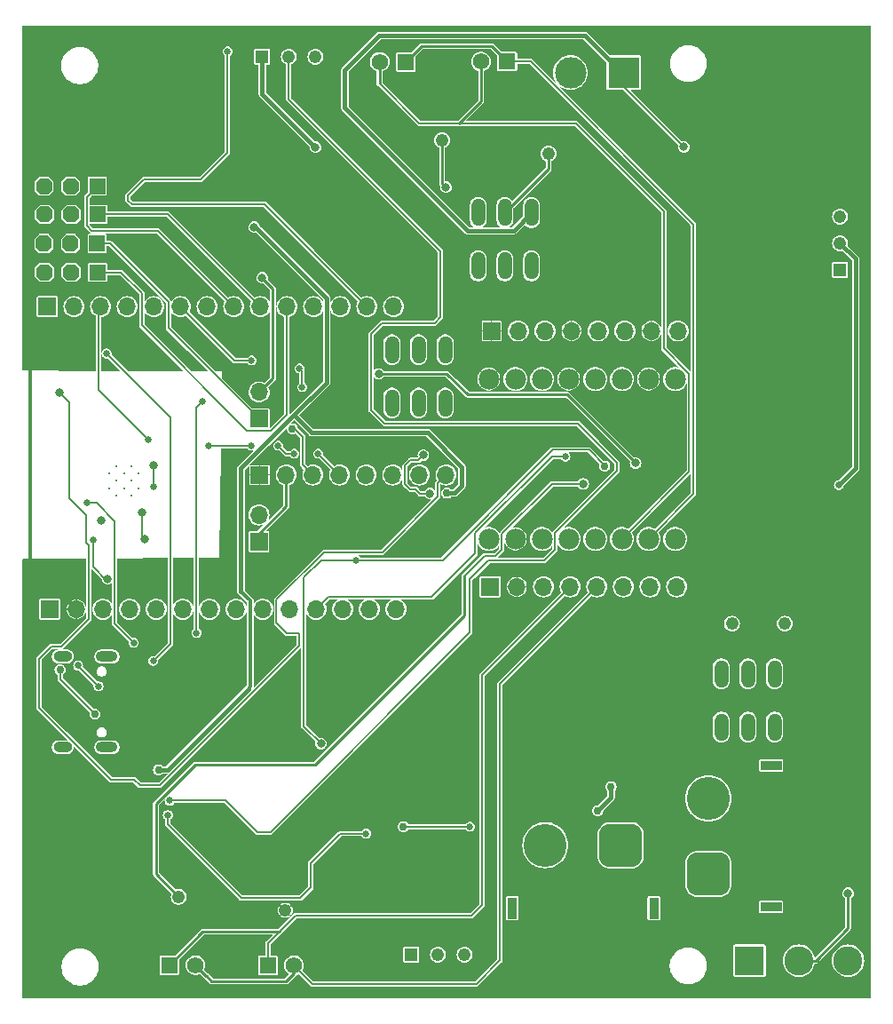
<source format=gbr>
%TF.GenerationSoftware,KiCad,Pcbnew,8.0.2*%
%TF.CreationDate,2024-06-04T14:33:09+05:30*%
%TF.ProjectId,evoborne,65766f62-6f72-46e6-952e-6b696361645f,rev?*%
%TF.SameCoordinates,Original*%
%TF.FileFunction,Copper,L2,Bot*%
%TF.FilePolarity,Positive*%
%FSLAX46Y46*%
G04 Gerber Fmt 4.6, Leading zero omitted, Abs format (unit mm)*
G04 Created by KiCad (PCBNEW 8.0.2) date 2024-06-04 14:33:09*
%MOMM*%
%LPD*%
G01*
G04 APERTURE LIST*
G04 Aperture macros list*
%AMRoundRect*
0 Rectangle with rounded corners*
0 $1 Rounding radius*
0 $2 $3 $4 $5 $6 $7 $8 $9 X,Y pos of 4 corners*
0 Add a 4 corners polygon primitive as box body*
4,1,4,$2,$3,$4,$5,$6,$7,$8,$9,$2,$3,0*
0 Add four circle primitives for the rounded corners*
1,1,$1+$1,$2,$3*
1,1,$1+$1,$4,$5*
1,1,$1+$1,$6,$7*
1,1,$1+$1,$8,$9*
0 Add four rect primitives between the rounded corners*
20,1,$1+$1,$2,$3,$4,$5,0*
20,1,$1+$1,$4,$5,$6,$7,0*
20,1,$1+$1,$6,$7,$8,$9,0*
20,1,$1+$1,$8,$9,$2,$3,0*%
%AMOutline5P*
0 Free polygon, 5 corners , with rotation*
0 The origin of the aperture is its center*
0 number of corners: always 5*
0 $1 to $10 corner X, Y*
0 $11 Rotation angle, in degrees counterclockwise*
0 create outline with 5 corners*
4,1,5,$1,$2,$3,$4,$5,$6,$7,$8,$9,$10,$1,$2,$11*%
%AMOutline6P*
0 Free polygon, 6 corners , with rotation*
0 The origin of the aperture is its center*
0 number of corners: always 6*
0 $1 to $12 corner X, Y*
0 $13 Rotation angle, in degrees counterclockwise*
0 create outline with 6 corners*
4,1,6,$1,$2,$3,$4,$5,$6,$7,$8,$9,$10,$11,$12,$1,$2,$13*%
%AMOutline7P*
0 Free polygon, 7 corners , with rotation*
0 The origin of the aperture is its center*
0 number of corners: always 7*
0 $1 to $14 corner X, Y*
0 $15 Rotation angle, in degrees counterclockwise*
0 create outline with 7 corners*
4,1,7,$1,$2,$3,$4,$5,$6,$7,$8,$9,$10,$11,$12,$13,$14,$1,$2,$15*%
%AMOutline8P*
0 Free polygon, 8 corners , with rotation*
0 The origin of the aperture is its center*
0 number of corners: always 8*
0 $1 to $16 corner X, Y*
0 $17 Rotation angle, in degrees counterclockwise*
0 create outline with 8 corners*
4,1,8,$1,$2,$3,$4,$5,$6,$7,$8,$9,$10,$11,$12,$13,$14,$15,$16,$1,$2,$17*%
G04 Aperture macros list end*
%TA.AperFunction,ComponentPad*%
%ADD10R,1.524000X1.524000*%
%TD*%
%TA.AperFunction,ComponentPad*%
%ADD11Outline8P,-0.762000X0.381000X-0.381000X0.762000X0.381000X0.762000X0.762000X0.381000X0.762000X-0.381000X0.381000X-0.762000X-0.381000X-0.762000X-0.762000X-0.381000X270.000000*%
%TD*%
%TA.AperFunction,ComponentPad*%
%ADD12R,1.700000X1.700000*%
%TD*%
%TA.AperFunction,ComponentPad*%
%ADD13O,1.700000X1.700000*%
%TD*%
%TA.AperFunction,ComponentPad*%
%ADD14R,1.575000X1.575000*%
%TD*%
%TA.AperFunction,ComponentPad*%
%ADD15C,1.575000*%
%TD*%
%TA.AperFunction,ComponentPad*%
%ADD16C,0.300000*%
%TD*%
%TA.AperFunction,ComponentPad*%
%ADD17R,1.218000X1.218000*%
%TD*%
%TA.AperFunction,ComponentPad*%
%ADD18C,1.218000*%
%TD*%
%TA.AperFunction,ComponentPad*%
%ADD19O,1.320800X2.641600*%
%TD*%
%TA.AperFunction,ComponentPad*%
%ADD20C,1.980000*%
%TD*%
%TA.AperFunction,ComponentPad*%
%ADD21R,0.900000X2.000000*%
%TD*%
%TA.AperFunction,ComponentPad*%
%ADD22RoundRect,1.025000X1.025000X1.025000X-1.025000X1.025000X-1.025000X-1.025000X1.025000X-1.025000X0*%
%TD*%
%TA.AperFunction,ComponentPad*%
%ADD23C,4.100000*%
%TD*%
%TA.AperFunction,ComponentPad*%
%ADD24C,1.228000*%
%TD*%
%TA.AperFunction,ComponentPad*%
%ADD25R,3.000000X3.000000*%
%TD*%
%TA.AperFunction,ComponentPad*%
%ADD26C,3.000000*%
%TD*%
%TA.AperFunction,ComponentPad*%
%ADD27O,2.100000X1.000000*%
%TD*%
%TA.AperFunction,ComponentPad*%
%ADD28O,1.800000X1.000000*%
%TD*%
%TA.AperFunction,ComponentPad*%
%ADD29C,1.219000*%
%TD*%
%TA.AperFunction,ComponentPad*%
%ADD30R,2.775000X2.775000*%
%TD*%
%TA.AperFunction,ComponentPad*%
%ADD31C,2.775000*%
%TD*%
%TA.AperFunction,ComponentPad*%
%ADD32R,2.000000X0.900000*%
%TD*%
%TA.AperFunction,ComponentPad*%
%ADD33RoundRect,1.025000X-1.025000X1.025000X-1.025000X-1.025000X1.025000X-1.025000X1.025000X1.025000X0*%
%TD*%
%TA.AperFunction,ViaPad*%
%ADD34C,0.800000*%
%TD*%
%TA.AperFunction,ViaPad*%
%ADD35C,0.650000*%
%TD*%
%TA.AperFunction,ViaPad*%
%ADD36C,0.750000*%
%TD*%
%TA.AperFunction,ViaPad*%
%ADD37C,0.700000*%
%TD*%
%TA.AperFunction,Conductor*%
%ADD38C,0.150000*%
%TD*%
%TA.AperFunction,Conductor*%
%ADD39C,0.200000*%
%TD*%
%TA.AperFunction,Conductor*%
%ADD40C,0.250000*%
%TD*%
%TA.AperFunction,Conductor*%
%ADD41C,0.400000*%
%TD*%
%TA.AperFunction,Conductor*%
%ADD42C,0.300000*%
%TD*%
%TA.AperFunction,Conductor*%
%ADD43C,0.350000*%
%TD*%
G04 APERTURE END LIST*
D10*
%TO.P,J6,1,Pin_1*%
%TO.N,/15*%
X56640000Y-82580000D03*
D11*
%TO.P,J6,2,Pin_2*%
%TO.N,/8.4V_P*%
X54100000Y-82580000D03*
%TO.P,J6,3,Pin_3*%
%TO.N,GND*%
X51560000Y-82580000D03*
%TD*%
D12*
%TO.P,J12,1,Pin_1*%
%TO.N,/12V_P*%
X94130000Y-115310000D03*
D13*
%TO.P,J12,2,Pin_2*%
%TO.N,/3V3*%
X96670000Y-115310000D03*
%TO.P,J12,3,Pin_3*%
%TO.N,GND*%
X99210000Y-115310000D03*
%TO.P,J12,4,Pin_4*%
%TO.N,/M1A*%
X101750000Y-115310000D03*
%TO.P,J12,5,Pin_5*%
%TO.N,/M1B*%
X104290000Y-115310000D03*
%TO.P,J12,6,Pin_6*%
%TO.N,/M2B*%
X106830000Y-115310000D03*
%TO.P,J12,7,Pin_7*%
%TO.N,/M2A*%
X109370000Y-115310000D03*
%TO.P,J12,8,Pin_8*%
%TO.N,GND*%
X111910000Y-115310000D03*
%TD*%
D10*
%TO.P,J5,1,Pin_1*%
%TO.N,/5*%
X56700000Y-85330000D03*
D11*
%TO.P,J5,2,Pin_2*%
%TO.N,/8.4V_P*%
X54160000Y-85330000D03*
%TO.P,J5,3,Pin_3*%
%TO.N,GND*%
X51620000Y-85330000D03*
%TD*%
D14*
%TO.P,J4,1,1*%
%TO.N,/M2A*%
X86086000Y-65261000D03*
D15*
%TO.P,J4,2,2*%
%TO.N,/M2B*%
X83586000Y-65261000D03*
%TD*%
D16*
%TO.P,U3,39_10*%
%TO.N,N/C*%
X57800000Y-105900000D03*
%TO.P,U3,39_11*%
X57800000Y-104500000D03*
%TO.P,U3,39_12*%
X58500000Y-106600000D03*
%TO.P,U3,39_13*%
X58500000Y-105200000D03*
%TO.P,U3,39_14*%
X58500000Y-103800000D03*
%TO.P,U3,39_15*%
X59200000Y-105900000D03*
%TO.P,U3,39_16*%
X59200000Y-104500000D03*
%TO.P,U3,39_17*%
X59900000Y-106600000D03*
%TO.P,U3,39_18*%
X59900000Y-105200000D03*
%TO.P,U3,39_19*%
X59900000Y-103800000D03*
%TO.P,U3,39_20*%
X60600000Y-105900000D03*
%TO.P,U3,39_21*%
X60600000Y-104500000D03*
%TD*%
D12*
%TO.P,J17,1,Pin_1*%
%TO.N,GND*%
X51890000Y-88590000D03*
D13*
%TO.P,J17,2,Pin_2*%
%TO.N,/23*%
X54430000Y-88590000D03*
%TO.P,J17,3,Pin_3*%
%TO.N,/22*%
X56970000Y-88590000D03*
%TO.P,J17,4,Pin_4*%
%TO.N,/TXD*%
X59510000Y-88590000D03*
%TO.P,J17,5,Pin_5*%
%TO.N,/RXD*%
X62050000Y-88590000D03*
%TO.P,J17,6,Pin_6*%
%TO.N,/21*%
X64590000Y-88590000D03*
%TO.P,J17,7,Pin_7*%
%TO.N,unconnected-(J17-Pin_7-Pad7)*%
X67130000Y-88590000D03*
%TO.P,J17,8,Pin_8*%
%TO.N,/19*%
X69670000Y-88590000D03*
%TO.P,J17,9,Pin_9*%
%TO.N,/18*%
X72210000Y-88590000D03*
%TO.P,J17,10,Pin_10*%
%TO.N,/5*%
X74750000Y-88590000D03*
%TO.P,J17,11,Pin_11*%
%TO.N,/17*%
X77290000Y-88590000D03*
%TO.P,J17,12,Pin_12*%
%TO.N,/16*%
X79830000Y-88590000D03*
%TO.P,J17,13,Pin_13*%
%TO.N,/4*%
X82370000Y-88590000D03*
%TO.P,J17,14,Pin_14*%
%TO.N,/0*%
X84910000Y-88590000D03*
%TD*%
D12*
%TO.P,J11,1,Pin_1*%
%TO.N,/3V3*%
X94270000Y-90910000D03*
D13*
%TO.P,J11,2,Pin_2*%
%TO.N,/A2*%
X96810000Y-90910000D03*
%TO.P,J11,3,Pin_3*%
%TO.N,/A1*%
X99350000Y-90910000D03*
%TO.P,J11,4,Pin_4*%
%TO.N,/3V3*%
X101890000Y-90910000D03*
%TO.P,J11,5,Pin_5*%
%TO.N,/B1*%
X104430000Y-90910000D03*
%TO.P,J11,6,Pin_6*%
%TO.N,/B2*%
X106970000Y-90910000D03*
%TO.P,J11,7,Pin_7*%
%TO.N,/3V3*%
X109510000Y-90910000D03*
%TO.P,J11,8,Pin_8*%
%TO.N,GND*%
X112050000Y-90910000D03*
%TD*%
D17*
%TO.P,R6,1*%
%TO.N,/8.4V*%
X72390000Y-64770000D03*
D18*
%TO.P,R6,2*%
%TO.N,Net-(U6-FB)*%
X74930000Y-64770000D03*
%TO.P,R6,3*%
%TO.N,GND*%
X77470000Y-64770000D03*
%TD*%
D12*
%TO.P,J15,1,Pin_1*%
%TO.N,/3V3*%
X72136000Y-104648000D03*
D13*
%TO.P,J15,2,Pin_2*%
%TO.N,GND*%
X74676000Y-104648000D03*
%TO.P,J15,3,Pin_3*%
%TO.N,/21*%
X77216000Y-104648000D03*
%TO.P,J15,4,Pin_4*%
%TO.N,/22*%
X79756000Y-104648000D03*
%TO.P,J15,5,Pin_5*%
%TO.N,unconnected-(J15-Pin_5-Pad5)*%
X82296000Y-104648000D03*
%TO.P,J15,6,Pin_6*%
%TO.N,unconnected-(J15-Pin_6-Pad6)*%
X84836000Y-104648000D03*
%TO.P,J15,7,Pin_7*%
%TO.N,unconnected-(J15-Pin_7-Pad7)*%
X87376000Y-104648000D03*
%TO.P,J15,8,Pin_8*%
%TO.N,/23*%
X89916000Y-104648000D03*
%TD*%
D10*
%TO.P,J8,1,Pin_1*%
%TO.N,/19*%
X56650000Y-77120000D03*
D11*
%TO.P,J8,2,Pin_2*%
%TO.N,/8.4V_P*%
X54110000Y-77120000D03*
%TO.P,J8,3,Pin_3*%
%TO.N,GND*%
X51570000Y-77120000D03*
%TD*%
D19*
%TO.P,SW3,1,A*%
%TO.N,unconnected-(SW3-A-Pad1)*%
X84770000Y-92710000D03*
%TO.P,SW3,2,B*%
%TO.N,Net-(D3-K)*%
X87310000Y-92710000D03*
%TO.P,SW3,3,C*%
%TO.N,/8.4V_P*%
X89850000Y-92710000D03*
%TO.P,SW3,4,A*%
%TO.N,unconnected-(SW3-A-Pad4)*%
X84770000Y-97790000D03*
%TO.P,SW3,5,B*%
%TO.N,Net-(D3-K)*%
X87310000Y-97790000D03*
%TO.P,SW3,6,C*%
%TO.N,/8.4V_P*%
X89850000Y-97790000D03*
%TD*%
D12*
%TO.P,J18,1,Pin_1*%
%TO.N,GND*%
X72070000Y-111000000D03*
D13*
%TO.P,J18,2,Pin_2*%
%TO.N,/13*%
X72070000Y-108460000D03*
%TD*%
D10*
%TO.P,J7,1,Pin_1*%
%TO.N,/18*%
X56710000Y-79800000D03*
D11*
%TO.P,J7,2,Pin_2*%
%TO.N,/8.4V_P*%
X54170000Y-79800000D03*
%TO.P,J7,3,Pin_3*%
%TO.N,GND*%
X51630000Y-79800000D03*
%TD*%
D19*
%TO.P,SW2,1,A*%
%TO.N,unconnected-(SW2-A-Pad1)*%
X121260000Y-128680000D03*
%TO.P,SW2,2,B*%
%TO.N,Net-(F1-Pad2)*%
X118720000Y-128680000D03*
%TO.P,SW2,3,C*%
%TO.N,/12V_P*%
X116180000Y-128680000D03*
%TO.P,SW2,4,A*%
%TO.N,unconnected-(SW2-A-Pad4)*%
X121260000Y-123600000D03*
%TO.P,SW2,5,B*%
%TO.N,Net-(F1-Pad2)*%
X118720000Y-123600000D03*
%TO.P,SW2,6,C*%
%TO.N,/12V_P*%
X116180000Y-123600000D03*
%TD*%
D14*
%TO.P,J1,1,1*%
%TO.N,/M1A*%
X63520000Y-151384000D03*
D15*
%TO.P,J1,2,2*%
%TO.N,/M1B*%
X66020000Y-151384000D03*
%TD*%
D14*
%TO.P,J2,1,1*%
%TO.N,/M1A*%
X72918000Y-151401000D03*
D15*
%TO.P,J2,2,2*%
%TO.N,/M1B*%
X75418000Y-151401000D03*
%TD*%
D20*
%TO.P,U1,1,VM*%
%TO.N,/12V_P*%
X93990000Y-110740000D03*
%TO.P,U1,2,VCC*%
%TO.N,/3V3*%
X96530000Y-110740000D03*
%TO.P,U1,3,GND*%
%TO.N,GND*%
X99070000Y-110740000D03*
%TO.P,U1,4,A01*%
%TO.N,/M1A*%
X101610000Y-110740000D03*
%TO.P,U1,5,A02*%
%TO.N,/M1B*%
X104150000Y-110740000D03*
%TO.P,U1,6,B02*%
%TO.N,/M2B*%
X106690000Y-110740000D03*
%TO.P,U1,7,B01*%
%TO.N,/M2A*%
X109230000Y-110740000D03*
%TO.P,U1,8,GND*%
%TO.N,GND*%
X111770000Y-110740000D03*
%TO.P,U1,9,GND*%
X111770000Y-95500000D03*
%TO.P,U1,10,PWMB*%
%TO.N,/3V3*%
X109230000Y-95500000D03*
%TO.P,U1,11,BI2*%
%TO.N,/B2*%
X106690000Y-95500000D03*
%TO.P,U1,12,BI1*%
%TO.N,/B1*%
X104150000Y-95500000D03*
%TO.P,U1,13,STBY*%
%TO.N,/3V3*%
X101610000Y-95500000D03*
%TO.P,U1,14,AI1*%
%TO.N,/A1*%
X99070000Y-95500000D03*
%TO.P,U1,15,AI2*%
%TO.N,/A2*%
X96530000Y-95500000D03*
%TO.P,U1,16,PWMA*%
%TO.N,/3V3*%
X93990000Y-95500000D03*
%TD*%
D12*
%TO.P,J16,1,Pin_1*%
%TO.N,GND*%
X52120000Y-117450000D03*
D13*
%TO.P,J16,2,Pin_2*%
%TO.N,/3V3*%
X54660000Y-117450000D03*
%TO.P,J16,3,Pin_3*%
%TO.N,/EN*%
X57200000Y-117450000D03*
%TO.P,J16,4,Pin_4*%
%TO.N,/VP*%
X59740000Y-117450000D03*
%TO.P,J16,5,Pin_5*%
%TO.N,/VN*%
X62280000Y-117450000D03*
%TO.P,J16,6,Pin_6*%
%TO.N,/34*%
X64820000Y-117450000D03*
%TO.P,J16,7,Pin_7*%
%TO.N,/35*%
X67360000Y-117450000D03*
%TO.P,J16,8,Pin_8*%
%TO.N,/32*%
X69900000Y-117450000D03*
%TO.P,J16,9,Pin_9*%
%TO.N,/33*%
X72440000Y-117450000D03*
%TO.P,J16,10,Pin_10*%
%TO.N,/25*%
X74980000Y-117450000D03*
%TO.P,J16,11,Pin_11*%
%TO.N,/26*%
X77520000Y-117450000D03*
%TO.P,J16,12,Pin_12*%
%TO.N,/27*%
X80060000Y-117450000D03*
%TO.P,J16,13,Pin_13*%
%TO.N,/14*%
X82600000Y-117450000D03*
%TO.P,J16,14,Pin_14*%
%TO.N,/12*%
X85140000Y-117450000D03*
%TD*%
D21*
%TO.P,J9,*%
%TO.N,*%
X109740000Y-145940000D03*
X96240000Y-145940000D03*
D22*
%TO.P,J9,1,+*%
%TO.N,/24V*%
X106590000Y-139940000D03*
D23*
%TO.P,J9,2,-*%
%TO.N,GND*%
X99390000Y-139940000D03*
%TD*%
D17*
%TO.P,R7,1*%
%TO.N,/5V*%
X127508000Y-85090000D03*
D18*
%TO.P,R7,2*%
%TO.N,Net-(U4-FB)*%
X127508000Y-82550000D03*
%TO.P,R7,3*%
%TO.N,GND*%
X127508000Y-80010000D03*
%TD*%
D24*
%TO.P,F2,1*%
%TO.N,Net-(D8-K)*%
X89535000Y-72720000D03*
%TO.P,F2,2*%
%TO.N,Net-(F2-Pad2)*%
X99685000Y-74020000D03*
%TD*%
D12*
%TO.P,J19,1,Pin_1*%
%TO.N,/15*%
X72090000Y-99285000D03*
D13*
%TO.P,J19,2,Pin_2*%
%TO.N,/2*%
X72090000Y-96745000D03*
%TD*%
D25*
%TO.P,J13,1,Pin_1*%
%TO.N,/5V_P*%
X106860000Y-66290000D03*
D26*
%TO.P,J13,2,Pin_2*%
%TO.N,GND*%
X101780000Y-66290000D03*
%TD*%
D17*
%TO.P,R5,1*%
%TO.N,/12V*%
X86614000Y-150368000D03*
D18*
%TO.P,R5,2*%
%TO.N,Net-(U5-FB)*%
X89154000Y-150368000D03*
%TO.P,R5,3*%
%TO.N,GND*%
X91694000Y-150368000D03*
%TD*%
D27*
%TO.P,J14,S1,SHIELD*%
%TO.N,GND*%
X57575000Y-121950000D03*
D28*
X53375000Y-121950000D03*
D27*
X57575000Y-130590000D03*
D28*
X53375000Y-130590000D03*
%TD*%
D29*
%TO.P,F1,1*%
%TO.N,Net-(D1-K)*%
X122245000Y-118830000D03*
%TO.P,F1,2*%
%TO.N,Net-(F1-Pad2)*%
X117195000Y-118830000D03*
%TD*%
D19*
%TO.P,SW4,1,A*%
%TO.N,unconnected-(SW4-A-Pad1)*%
X93000000Y-79630000D03*
%TO.P,SW4,2,B*%
%TO.N,Net-(F2-Pad2)*%
X95540000Y-79630000D03*
%TO.P,SW4,3,C*%
%TO.N,/5V_P*%
X98080000Y-79630000D03*
%TO.P,SW4,4,A*%
%TO.N,unconnected-(SW4-A-Pad4)*%
X93000000Y-84710000D03*
%TO.P,SW4,5,B*%
%TO.N,Net-(F2-Pad2)*%
X95540000Y-84710000D03*
%TO.P,SW4,6,C*%
%TO.N,/5V_P*%
X98080000Y-84710000D03*
%TD*%
D30*
%TO.P,SW1,1*%
%TO.N,GND*%
X118870000Y-150940000D03*
D31*
%TO.P,SW1,2*%
%TO.N,/24V*%
X123570000Y-150940000D03*
%TO.P,SW1,3*%
%TO.N,/24V_ESC*%
X128270000Y-150940000D03*
%TD*%
D24*
%TO.P,F3,1*%
%TO.N,/3V3*%
X74575000Y-146150000D03*
%TO.P,F3,2*%
%TO.N,/3V3_P*%
X64425000Y-144850000D03*
%TD*%
D14*
%TO.P,J3,1,1*%
%TO.N,/M2A*%
X95758000Y-65244000D03*
D15*
%TO.P,J3,2,2*%
%TO.N,/M2B*%
X93258000Y-65244000D03*
%TD*%
D32*
%TO.P,J10,*%
%TO.N,*%
X120940000Y-132330000D03*
X120940000Y-145830000D03*
D33*
%TO.P,J10,1,+*%
%TO.N,/24V_ESC*%
X114940000Y-142680000D03*
D23*
%TO.P,J10,2,-*%
%TO.N,GND*%
X114940000Y-135480000D03*
%TD*%
D34*
%TO.N,GND*%
X62000000Y-103750000D03*
D35*
X62000000Y-105750000D03*
D36*
%TO.N,/21*%
X75250000Y-100250000D03*
D34*
%TO.N,/5V_P*%
X112610000Y-73360000D03*
%TO.N,GND*%
X60960000Y-108204000D03*
X61214000Y-110744000D03*
X57000000Y-109000000D03*
%TO.N,/3V3*%
X64000000Y-122000000D03*
X55336265Y-129163735D03*
D37*
X50546000Y-75184000D03*
D34*
X51625000Y-129375000D03*
X58000000Y-141000000D03*
D36*
%TO.N,/12V*%
X104394000Y-136652000D03*
X105664000Y-134366000D03*
D35*
%TO.N,Net-(U6-VC)*%
X63390000Y-137070000D03*
X82290000Y-138830000D03*
D34*
%TO.N,/8.4V*%
X77470000Y-73406000D03*
D36*
X90000000Y-106370000D03*
D34*
X71628000Y-81026000D03*
D36*
X62500000Y-132750000D03*
D34*
%TO.N,Net-(D3-K)*%
X88392000Y-106426000D03*
X87750000Y-102750000D03*
D35*
%TO.N,Net-(U6-SW)*%
X81350000Y-112750000D03*
D34*
X78000000Y-130250000D03*
D36*
X105050000Y-103810000D03*
D34*
%TO.N,Net-(D8-K)*%
X89916000Y-77216000D03*
D35*
%TO.N,/26*%
X101300000Y-102900000D03*
D34*
%TO.N,/24V*%
X128270000Y-144526000D03*
D35*
%TO.N,Net-(J14-CC1)*%
X54830000Y-122820000D03*
X56770000Y-124790000D03*
D36*
%TO.N,Net-(J14-CC2)*%
X53100000Y-123200000D03*
X56440000Y-127440000D03*
D34*
%TO.N,/34*%
X57658000Y-114554000D03*
D35*
X56280000Y-110820000D03*
D34*
%TO.N,/23*%
X53086000Y-96774000D03*
D35*
%TO.N,/22*%
X61500000Y-101250000D03*
X67310000Y-101854000D03*
X77724000Y-102616000D03*
X73914000Y-101854000D03*
X71374000Y-101854000D03*
X75438000Y-102616000D03*
%TO.N,/TXD*%
X55690000Y-107330000D03*
X60120000Y-120630000D03*
%TO.N,/21*%
X76200000Y-96266000D03*
X75946000Y-94488000D03*
X71374000Y-93726000D03*
%TO.N,/4*%
X69088000Y-64262000D03*
%TO.N,/0*%
X66125000Y-119695000D03*
X66680000Y-97660000D03*
D34*
%TO.N,/2*%
X72390000Y-85852000D03*
D36*
%TO.N,Net-(U5-FB)*%
X85852000Y-138176000D03*
D35*
X92202000Y-138176000D03*
%TO.N,Net-(U6-FB)*%
X63560000Y-135690000D03*
%TO.N,Net-(U4-FB)*%
X127390000Y-105610000D03*
%TO.N,Net-(U7-TXD)*%
X57540000Y-93070000D03*
X61990000Y-122370000D03*
D34*
%TO.N,/3V3_P*%
X103000000Y-105500000D03*
X83500000Y-95000000D03*
X108000000Y-103500000D03*
%TD*%
D38*
%TO.N,GND*%
X62000000Y-103750000D02*
X62000000Y-105750000D01*
D39*
%TO.N,/22*%
X56750000Y-88810000D02*
X56970000Y-88590000D01*
X56750000Y-96500000D02*
X56750000Y-88810000D01*
X61500000Y-101250000D02*
X56750000Y-96500000D01*
%TO.N,/21*%
X76250000Y-103682000D02*
X76250000Y-101000000D01*
X76250000Y-101000000D02*
X75500000Y-100250000D01*
X77216000Y-104648000D02*
X76250000Y-103682000D01*
%TO.N,Net-(U6-SW)*%
X76370000Y-114433654D02*
X76370000Y-128620000D01*
X78053654Y-112750000D02*
X76370000Y-114433654D01*
X89589979Y-112750000D02*
X78053654Y-112750000D01*
X76370000Y-128620000D02*
X78000000Y-130250000D01*
X100089979Y-102250000D02*
X89589979Y-112750000D01*
X103580000Y-102250000D02*
X100089979Y-102250000D01*
X105050000Y-103720000D02*
X103580000Y-102250000D01*
D40*
%TO.N,/3V3_P*%
X91649810Y-118071942D02*
X91649810Y-114305190D01*
X77471752Y-132250000D02*
X91649810Y-118071942D01*
X66000000Y-132250000D02*
X77471752Y-132250000D01*
X62250000Y-136000000D02*
X66000000Y-132250000D01*
X62250000Y-142675000D02*
X62250000Y-136000000D01*
X64425000Y-144850000D02*
X62250000Y-142675000D01*
%TO.N,/3V3*%
X51500000Y-129500000D02*
X51500000Y-134500000D01*
X51625000Y-129375000D02*
X51500000Y-129500000D01*
X51500000Y-134500000D02*
X58000000Y-141000000D01*
X58250000Y-133000000D02*
X55336265Y-130086265D01*
X55336265Y-130086265D02*
X55336265Y-129163735D01*
X60250000Y-133000000D02*
X58250000Y-133000000D01*
X64000000Y-129250000D02*
X60250000Y-133000000D01*
X64000000Y-122000000D02*
X64000000Y-129250000D01*
D39*
%TO.N,/23*%
X54000000Y-106874000D02*
X54000000Y-97688000D01*
X55626000Y-108500000D02*
X54000000Y-106874000D01*
X55880000Y-118370000D02*
X55880000Y-111380000D01*
X53250000Y-121000000D02*
X55880000Y-118370000D01*
X54000000Y-97688000D02*
X53086000Y-96774000D01*
X52250000Y-121000000D02*
X53250000Y-121000000D01*
X51070000Y-122180000D02*
X52250000Y-121000000D01*
X51070000Y-126820000D02*
X51070000Y-122180000D01*
X57930000Y-133680000D02*
X51070000Y-126820000D01*
X60180000Y-133680000D02*
X57930000Y-133680000D01*
X60750000Y-134250000D02*
X60180000Y-133680000D01*
X62600000Y-134250000D02*
X60750000Y-134250000D01*
X75925000Y-120925000D02*
X62600000Y-134250000D01*
X75925000Y-119750000D02*
X75925000Y-120925000D01*
X74750000Y-119750000D02*
X75925000Y-119750000D01*
X73750000Y-118750000D02*
X74750000Y-119750000D01*
X78308680Y-112000000D02*
X73750000Y-116558680D01*
X83834000Y-112000000D02*
X78308680Y-112000000D01*
X55880000Y-111380000D02*
X55626000Y-111126000D01*
X89130000Y-106704000D02*
X83834000Y-112000000D01*
X89130000Y-105434000D02*
X89130000Y-106704000D01*
X55626000Y-111126000D02*
X55626000Y-108500000D01*
X73750000Y-116558680D02*
X73750000Y-118750000D01*
X89916000Y-104648000D02*
X89130000Y-105434000D01*
D41*
%TO.N,/5V_P*%
X106780000Y-66360000D02*
X103158000Y-62738000D01*
D39*
X112610000Y-73380000D02*
X112600000Y-73370000D01*
X106860000Y-66290000D02*
X106860000Y-67630000D01*
X112590000Y-73360000D02*
X112610000Y-73360000D01*
D41*
X80264000Y-69654000D02*
X91960800Y-81350800D01*
X103158000Y-62738000D02*
X83566000Y-62738000D01*
X96359200Y-81350800D02*
X98080000Y-79630000D01*
D39*
X112610000Y-73360000D02*
X112610000Y-73380000D01*
X106860000Y-67630000D02*
X112590000Y-73360000D01*
D41*
X80264000Y-66040000D02*
X80264000Y-69654000D01*
X83566000Y-62738000D02*
X80264000Y-66040000D01*
X91960800Y-81350800D02*
X96359200Y-81350800D01*
D40*
%TO.N,GND*%
X74676000Y-104648000D02*
X74676000Y-107619000D01*
X72070000Y-110225000D02*
X72070000Y-111000000D01*
X74676000Y-107619000D02*
X72070000Y-110225000D01*
D39*
X60960000Y-110490000D02*
X60960000Y-108204000D01*
X61214000Y-110744000D02*
X60960000Y-110490000D01*
D42*
%TO.N,/3V3*%
X50250000Y-113040000D02*
X50250000Y-75480000D01*
X50498000Y-113288000D02*
X50250000Y-113040000D01*
X50250000Y-75480000D02*
X50546000Y-75184000D01*
D41*
X50498000Y-113288000D02*
X54660000Y-117450000D01*
%TO.N,/12V*%
X105664000Y-135382000D02*
X105664000Y-134366000D01*
X104394000Y-136652000D02*
X105664000Y-135382000D01*
D39*
%TO.N,Net-(U6-VC)*%
X77010000Y-141657818D02*
X77010000Y-143990000D01*
X77010000Y-143990000D02*
X76000000Y-145000000D01*
X79837818Y-138830000D02*
X77010000Y-141657818D01*
X76000000Y-145000000D02*
X70410000Y-145000000D01*
X70410000Y-145000000D02*
X63390000Y-137980000D01*
X63390000Y-137980000D02*
X63390000Y-137070000D01*
X82290000Y-138830000D02*
X79837818Y-138830000D01*
D41*
%TO.N,/8.4V*%
X71628000Y-80868000D02*
X71786000Y-81026000D01*
X63350000Y-132750000D02*
X71050000Y-125050000D01*
X71786000Y-81026000D02*
X71628000Y-81026000D01*
X88188000Y-100634000D02*
X88138000Y-100634000D01*
X70358000Y-115750000D02*
X70358000Y-104024106D01*
X88138000Y-100584000D02*
X77084000Y-100584000D01*
X72390000Y-64770000D02*
X72390000Y-68326000D01*
X91440000Y-105664000D02*
X91440000Y-103886000D01*
X91440000Y-103886000D02*
X88188000Y-100634000D01*
X75441053Y-98941053D02*
X78540000Y-95842107D01*
X72390000Y-68326000D02*
X77470000Y-73406000D01*
X77084000Y-100584000D02*
X75441053Y-98941053D01*
X62500000Y-132750000D02*
X63350000Y-132750000D01*
D43*
X71250000Y-116642000D02*
X70358000Y-115750000D01*
D41*
X70358000Y-104024106D02*
X75441053Y-98941053D01*
X78540000Y-95842107D02*
X78540000Y-87780000D01*
X90000000Y-106370000D02*
X90734000Y-106370000D01*
D43*
X71050000Y-125050000D02*
X71250000Y-124850000D01*
D41*
X78540000Y-87780000D02*
X71786000Y-81026000D01*
X71628000Y-81026000D02*
X71628000Y-80868000D01*
X90734000Y-106370000D02*
X91440000Y-105664000D01*
D43*
X71250000Y-124850000D02*
X71250000Y-116642000D01*
D39*
%TO.N,Net-(D3-K)*%
X87250000Y-103250000D02*
X86500000Y-103250000D01*
X87000000Y-106000000D02*
X87426000Y-106426000D01*
X87426000Y-106426000D02*
X88392000Y-106426000D01*
X88392000Y-106426000D02*
X88426000Y-106392000D01*
X86000000Y-103750000D02*
X86000000Y-105500000D01*
X87750000Y-102750000D02*
X87250000Y-103250000D01*
X86500000Y-103250000D02*
X86000000Y-103750000D01*
X86500000Y-106000000D02*
X87000000Y-106000000D01*
X86000000Y-105500000D02*
X86500000Y-106000000D01*
D41*
%TO.N,Net-(U6-SW)*%
X105050000Y-103720000D02*
X105050000Y-103810000D01*
X105050000Y-103810000D02*
X105140000Y-103810000D01*
X105140000Y-103810000D02*
X105050000Y-103720000D01*
D40*
%TO.N,Net-(D8-K)*%
X89535000Y-76835000D02*
X89535000Y-72720000D01*
X89916000Y-77216000D02*
X89535000Y-76835000D01*
D39*
%TO.N,/26*%
X92700000Y-112140000D02*
X88540000Y-116300000D01*
X92700000Y-110205664D02*
X92700000Y-112140000D01*
X101300000Y-102900000D02*
X100005664Y-102900000D01*
X78670000Y-116300000D02*
X77520000Y-117450000D01*
X100005664Y-102900000D02*
X92700000Y-110205664D01*
X88540000Y-116300000D02*
X78670000Y-116300000D01*
%TO.N,/5*%
X74750000Y-98925000D02*
X74750000Y-88590000D01*
X73240000Y-100435000D02*
X74750000Y-98925000D01*
X56700000Y-85330000D02*
X58914000Y-85330000D01*
X70940000Y-100435000D02*
X73240000Y-100435000D01*
X58914000Y-85330000D02*
X60900000Y-87316000D01*
X60900000Y-87316000D02*
X60900000Y-90395000D01*
X60900000Y-90395000D02*
X70940000Y-100435000D01*
%TO.N,/15*%
X57906346Y-82580000D02*
X63440000Y-88113654D01*
X56640000Y-82580000D02*
X57906346Y-82580000D01*
X63440000Y-88113654D02*
X63440000Y-90635000D01*
X63440000Y-90635000D02*
X72090000Y-99285000D01*
%TO.N,/18*%
X63420000Y-79800000D02*
X72210000Y-88590000D01*
X56710000Y-79800000D02*
X63420000Y-79800000D01*
%TO.N,/19*%
X56650000Y-77120000D02*
X55648000Y-78122000D01*
X56136000Y-81350000D02*
X62430000Y-81350000D01*
X62430000Y-81350000D02*
X69670000Y-88590000D01*
X55648000Y-80862000D02*
X56136000Y-81350000D01*
X55648000Y-78122000D02*
X55648000Y-80862000D01*
D40*
%TO.N,Net-(F2-Pad2)*%
X99685000Y-75485000D02*
X95540000Y-79630000D01*
X99685000Y-74020000D02*
X99685000Y-75485000D01*
%TO.N,/M1A*%
X63520000Y-151384000D02*
X66715000Y-148189000D01*
D39*
X75560000Y-146650000D02*
X74021000Y-148189000D01*
X74021000Y-148189000D02*
X72918000Y-149292000D01*
X93380000Y-145634000D02*
X93380000Y-123680000D01*
X93380000Y-123680000D02*
X101750000Y-115310000D01*
X92364000Y-146650000D02*
X93380000Y-145634000D01*
X75560000Y-146650000D02*
X92364000Y-146650000D01*
D40*
X66715000Y-148189000D02*
X74021000Y-148189000D01*
D39*
X72918000Y-149292000D02*
X72918000Y-151401000D01*
%TO.N,/M1B*%
X77179000Y-153162000D02*
X75418000Y-151401000D01*
D40*
X67069500Y-152413500D02*
X67564000Y-152908000D01*
X74676000Y-152908000D02*
X75418000Y-152166000D01*
X75418000Y-152166000D02*
X75418000Y-151401000D01*
D39*
X92818000Y-153162000D02*
X77179000Y-153162000D01*
D40*
X66020000Y-151384000D02*
X67049500Y-152413500D01*
D39*
X95070000Y-150910000D02*
X92818000Y-153162000D01*
D40*
X67564000Y-152908000D02*
X74676000Y-152908000D01*
D39*
X104290000Y-115310000D02*
X95070000Y-124530000D01*
D40*
X67049500Y-152413500D02*
X67069500Y-152413500D01*
D39*
X95070000Y-124530000D02*
X95070000Y-150910000D01*
D40*
%TO.N,/M2A*%
X94268000Y-63754000D02*
X95758000Y-65244000D01*
D39*
X98010000Y-65244000D02*
X95758000Y-65244000D01*
X113520000Y-106450000D02*
X113520000Y-80754000D01*
X113520000Y-80754000D02*
X98010000Y-65244000D01*
D40*
X86086000Y-65261000D02*
X87593000Y-63754000D01*
X87593000Y-63754000D02*
X94268000Y-63754000D01*
D39*
X109230000Y-110740000D02*
X113520000Y-106450000D01*
%TO.N,/M2B*%
X106690000Y-110740000D02*
X113120000Y-104310000D01*
X91186000Y-71120000D02*
X87376000Y-71120000D01*
D40*
X93258000Y-65244000D02*
X93258000Y-69048000D01*
X83586000Y-65261000D02*
X83586000Y-67330000D01*
D39*
X113120000Y-95025664D02*
X110690000Y-92595664D01*
X113120000Y-104310000D02*
X113120000Y-95025664D01*
D40*
X93258000Y-69048000D02*
X91186000Y-71120000D01*
D39*
X102308000Y-71120000D02*
X91186000Y-71120000D01*
X83586000Y-67330000D02*
X87376000Y-71120000D01*
X110690000Y-79502000D02*
X102308000Y-71120000D01*
X110690000Y-92595664D02*
X110690000Y-79502000D01*
D40*
%TO.N,/24V*%
X125158000Y-150940000D02*
X128270000Y-147828000D01*
X123570000Y-150940000D02*
X125158000Y-150940000D01*
X128270000Y-147828000D02*
X128270000Y-144526000D01*
D39*
%TO.N,Net-(J14-CC1)*%
X54830000Y-122850000D02*
X54830000Y-122820000D01*
X56770000Y-124790000D02*
X54830000Y-122850000D01*
X54800000Y-122820000D02*
X54830000Y-122850000D01*
X54830000Y-122820000D02*
X54800000Y-122820000D01*
%TO.N,Net-(J14-CC2)*%
X53100000Y-124100000D02*
X56440000Y-127440000D01*
X53100000Y-123200000D02*
X53100000Y-124100000D01*
%TO.N,/34*%
X56260000Y-113400000D02*
X56280000Y-110820000D01*
X57570000Y-114710000D02*
X56260000Y-113400000D01*
%TO.N,/22*%
X67310000Y-101854000D02*
X71374000Y-101854000D01*
X77724000Y-102616000D02*
X79756000Y-104648000D01*
X73914000Y-101854000D02*
X74676000Y-102616000D01*
X74676000Y-102616000D02*
X75438000Y-102616000D01*
%TO.N,/TXD*%
X56580000Y-107330000D02*
X55690000Y-107330000D01*
X60120000Y-120630000D02*
X58308000Y-118818000D01*
X58308000Y-109058000D02*
X56580000Y-107330000D01*
X58308000Y-118818000D02*
X58308000Y-109058000D01*
%TO.N,/21*%
X76200000Y-94742000D02*
X75946000Y-94488000D01*
X76200000Y-96266000D02*
X76200000Y-94742000D01*
X71374000Y-93726000D02*
X69726000Y-93726000D01*
X69726000Y-93726000D02*
X64590000Y-88590000D01*
%TO.N,/4*%
X69088000Y-73914000D02*
X66544000Y-76458000D01*
X66544000Y-76458000D02*
X61123471Y-76458000D01*
X59598000Y-77983471D02*
X59598000Y-78480529D01*
X69088000Y-68707000D02*
X69088000Y-64262000D01*
X59598000Y-78480529D02*
X59949471Y-78832000D01*
X59949471Y-78832000D02*
X72612000Y-78832000D01*
X72612000Y-78832000D02*
X82370000Y-88590000D01*
X69088000Y-68707000D02*
X69088000Y-73914000D01*
X61123471Y-76458000D02*
X59598000Y-77983471D01*
%TO.N,/0*%
X66125000Y-98195000D02*
X66660000Y-97660000D01*
X66125000Y-119695000D02*
X66125000Y-98195000D01*
D40*
%TO.N,/2*%
X72390000Y-85852000D02*
X73406000Y-86868000D01*
X73406000Y-86868000D02*
X73406000Y-95429000D01*
X73406000Y-95429000D02*
X72090000Y-96745000D01*
D39*
%TO.N,Net-(U5-FB)*%
X85852000Y-138176000D02*
X92202000Y-138176000D01*
%TO.N,Net-(U6-FB)*%
X92202000Y-119634000D02*
X92202000Y-114554000D01*
X106250000Y-103500000D02*
X102500000Y-99750000D01*
X106250000Y-104257085D02*
X106250000Y-103500000D01*
X93980000Y-112776000D02*
X99314000Y-112776000D01*
X102500000Y-99750000D02*
X84076314Y-99750000D01*
X82804000Y-98477686D02*
X82804000Y-91186000D01*
X89408000Y-89592000D02*
X89408000Y-83312000D01*
X99314000Y-112776000D02*
X100330000Y-111760000D01*
X83820000Y-90170000D02*
X88830000Y-90170000D01*
X74930000Y-68834000D02*
X74930000Y-64770000D01*
X89408000Y-83312000D02*
X74930000Y-68834000D01*
X68907000Y-135690000D02*
X71891500Y-138674500D01*
X88830000Y-90170000D02*
X89408000Y-89592000D01*
X100330000Y-111760000D02*
X100330000Y-110177085D01*
X100330000Y-110177085D02*
X106250000Y-104257085D01*
X71891500Y-138674500D02*
X73161500Y-138674500D01*
X63560000Y-135690000D02*
X68907000Y-135690000D01*
X84076314Y-99750000D02*
X82804000Y-98477686D01*
X82804000Y-91186000D02*
X83820000Y-90170000D01*
X92202000Y-114554000D02*
X93980000Y-112776000D01*
X73161500Y-138674500D02*
X92202000Y-119634000D01*
D41*
%TO.N,Net-(U4-FB)*%
X129000000Y-84042000D02*
X129000000Y-104000000D01*
X129000000Y-104000000D02*
X127390000Y-105610000D01*
X127508000Y-82550000D02*
X129000000Y-84042000D01*
D39*
%TO.N,Net-(U7-TXD)*%
X63620000Y-120770000D02*
X62020000Y-122370000D01*
X63620000Y-99150000D02*
X63620000Y-120770000D01*
X61990000Y-122400000D02*
X62050000Y-122340000D01*
X62020000Y-122370000D02*
X61990000Y-122370000D01*
X57540000Y-93070000D02*
X63620000Y-99150000D01*
X61990000Y-122370000D02*
X61990000Y-122400000D01*
D40*
%TO.N,/3V3_P*%
X101500000Y-97000000D02*
X92000000Y-97000000D01*
D39*
X91649810Y-114305190D02*
X93602500Y-112352500D01*
X95230000Y-111770000D02*
X95230000Y-110270000D01*
D40*
X108000000Y-103500000D02*
X101500000Y-97000000D01*
X90000000Y-95000000D02*
X83500000Y-95000000D01*
D39*
X94647500Y-112352500D02*
X95230000Y-111770000D01*
X100000000Y-105500000D02*
X103000000Y-105500000D01*
X95230000Y-110270000D02*
X100000000Y-105500000D01*
X93602500Y-112352500D02*
X94647500Y-112352500D01*
D40*
X92000000Y-97000000D02*
X90000000Y-95000000D01*
%TD*%
%TA.AperFunction,Conductor*%
%TO.N,/3V3*%
G36*
X130392971Y-61817029D02*
G01*
X130400000Y-61834000D01*
X130400000Y-154514000D01*
X130392971Y-154530971D01*
X130376000Y-154538000D01*
X49554000Y-154538000D01*
X49537029Y-154530971D01*
X49530000Y-154514000D01*
X49530000Y-151434611D01*
X53249500Y-151434611D01*
X53249500Y-151665389D01*
X53266458Y-151794193D01*
X53279624Y-151894200D01*
X53339351Y-152117105D01*
X53339355Y-152117114D01*
X53424245Y-152322057D01*
X53427668Y-152330320D01*
X53485322Y-152430180D01*
X53543061Y-152530187D01*
X53683538Y-152713259D01*
X53683540Y-152713262D01*
X53683542Y-152713264D01*
X53683546Y-152713269D01*
X53846731Y-152876454D01*
X53846735Y-152876457D01*
X53846737Y-152876459D01*
X53846740Y-152876461D01*
X54029812Y-153016938D01*
X54029817Y-153016941D01*
X54029820Y-153016943D01*
X54229680Y-153132332D01*
X54353211Y-153183500D01*
X54442885Y-153220644D01*
X54442894Y-153220648D01*
X54665799Y-153280375D01*
X54665800Y-153280375D01*
X54665807Y-153280377D01*
X54894611Y-153310500D01*
X54894615Y-153310500D01*
X55125385Y-153310500D01*
X55125389Y-153310500D01*
X55354193Y-153280377D01*
X55440685Y-153257201D01*
X55577105Y-153220648D01*
X55577106Y-153220647D01*
X55577108Y-153220647D01*
X55790320Y-153132332D01*
X55990180Y-153016943D01*
X56173269Y-152876454D01*
X56336454Y-152713269D01*
X56476943Y-152530180D01*
X56592332Y-152330320D01*
X56680647Y-152117108D01*
X56689275Y-152084910D01*
X56740375Y-151894200D01*
X56740374Y-151894200D01*
X56740377Y-151894193D01*
X56770500Y-151665389D01*
X56770500Y-151434611D01*
X56740377Y-151205807D01*
X56733821Y-151181340D01*
X56680648Y-150982894D01*
X56680644Y-150982885D01*
X56671094Y-150959829D01*
X56592332Y-150769680D01*
X56483787Y-150581675D01*
X62582000Y-150581675D01*
X62582000Y-152186324D01*
X62590732Y-152230222D01*
X62602280Y-152247504D01*
X62623996Y-152280004D01*
X62640665Y-152291142D01*
X62673777Y-152313267D01*
X62680514Y-152314607D01*
X62717680Y-152322000D01*
X62717684Y-152322000D01*
X64322316Y-152322000D01*
X64322320Y-152322000D01*
X64366222Y-152313267D01*
X64416004Y-152280004D01*
X64449267Y-152230222D01*
X64458000Y-152186320D01*
X64458000Y-151384000D01*
X65076833Y-151384000D01*
X65097443Y-151580099D01*
X65158370Y-151767612D01*
X65158372Y-151767616D01*
X65158374Y-151767621D01*
X65256962Y-151938380D01*
X65388898Y-152084910D01*
X65548416Y-152200807D01*
X65659730Y-152250367D01*
X65728541Y-152281003D01*
X65728540Y-152281003D01*
X65728545Y-152281005D01*
X65921412Y-152322000D01*
X65921414Y-152322000D01*
X66118586Y-152322000D01*
X66118588Y-152322000D01*
X66311455Y-152281005D01*
X66445798Y-152221190D01*
X66464160Y-152220710D01*
X66472530Y-152226145D01*
X66815943Y-152569558D01*
X66815942Y-152569558D01*
X66893442Y-152647057D01*
X66923171Y-152659371D01*
X66930957Y-152664572D01*
X67407942Y-153141558D01*
X67407943Y-153141558D01*
X67407944Y-153141559D01*
X67509199Y-153183500D01*
X67509200Y-153183500D01*
X74730801Y-153183500D01*
X74749502Y-153175752D01*
X74832058Y-153141557D01*
X74909557Y-153064058D01*
X74909556Y-153064058D01*
X75651557Y-152322059D01*
X75652058Y-152320847D01*
X75665044Y-152307856D01*
X75669237Y-152306553D01*
X75709455Y-152298005D01*
X75868261Y-152227299D01*
X75886623Y-152226819D01*
X75894993Y-152232254D01*
X76966636Y-153303897D01*
X76966635Y-153303897D01*
X77037104Y-153374365D01*
X77129170Y-153412500D01*
X77129172Y-153412500D01*
X92867829Y-153412500D01*
X92925885Y-153388451D01*
X92959897Y-153374364D01*
X94999648Y-151334611D01*
X111249500Y-151334611D01*
X111249500Y-151565389D01*
X111276125Y-151767621D01*
X111279624Y-151794200D01*
X111339351Y-152017105D01*
X111339355Y-152017114D01*
X111427627Y-152230222D01*
X111427668Y-152230320D01*
X111517678Y-152386222D01*
X111543061Y-152430187D01*
X111683538Y-152613259D01*
X111683540Y-152613262D01*
X111683542Y-152613264D01*
X111683546Y-152613269D01*
X111846731Y-152776454D01*
X111846735Y-152776457D01*
X111846737Y-152776459D01*
X111846740Y-152776461D01*
X112029812Y-152916938D01*
X112029817Y-152916941D01*
X112029820Y-152916943D01*
X112229680Y-153032332D01*
X112306274Y-153064058D01*
X112442885Y-153120644D01*
X112442894Y-153120648D01*
X112665799Y-153180375D01*
X112665800Y-153180375D01*
X112665807Y-153180377D01*
X112894611Y-153210500D01*
X112894615Y-153210500D01*
X113125385Y-153210500D01*
X113125389Y-153210500D01*
X113354193Y-153180377D01*
X113440685Y-153157201D01*
X113577105Y-153120648D01*
X113577106Y-153120647D01*
X113577108Y-153120647D01*
X113790320Y-153032332D01*
X113990180Y-152916943D01*
X113997274Y-152911500D01*
X114055259Y-152867005D01*
X114173269Y-152776454D01*
X114336454Y-152613269D01*
X114436600Y-152482756D01*
X114476938Y-152430187D01*
X114476939Y-152430185D01*
X114476943Y-152430180D01*
X114592332Y-152230320D01*
X114680647Y-152017108D01*
X114740377Y-151794193D01*
X114770500Y-151565389D01*
X114770500Y-151334611D01*
X114740377Y-151105807D01*
X114734936Y-151085501D01*
X114680648Y-150882894D01*
X114680644Y-150882885D01*
X114661064Y-150835615D01*
X114592332Y-150669680D01*
X114476943Y-150469820D01*
X114476941Y-150469817D01*
X114476938Y-150469812D01*
X114336461Y-150286740D01*
X114336459Y-150286737D01*
X114336457Y-150286735D01*
X114336454Y-150286731D01*
X114173269Y-150123546D01*
X114173264Y-150123542D01*
X114173262Y-150123540D01*
X114173259Y-150123538D01*
X113990187Y-149983061D01*
X113963522Y-149967666D01*
X113790320Y-149867668D01*
X113790317Y-149867666D01*
X113790316Y-149867666D01*
X113577114Y-149779355D01*
X113577105Y-149779351D01*
X113354200Y-149719624D01*
X113354193Y-149719623D01*
X113125389Y-149689500D01*
X112894611Y-149689500D01*
X112686805Y-149716858D01*
X112665799Y-149719624D01*
X112442894Y-149779351D01*
X112442885Y-149779355D01*
X112229683Y-149867666D01*
X112229680Y-149867668D01*
X112029812Y-149983061D01*
X111846740Y-150123538D01*
X111846737Y-150123540D01*
X111683540Y-150286737D01*
X111683538Y-150286740D01*
X111543061Y-150469812D01*
X111427668Y-150669680D01*
X111427666Y-150669683D01*
X111339355Y-150882885D01*
X111339351Y-150882894D01*
X111279624Y-151105799D01*
X111279623Y-151105807D01*
X111249500Y-151334611D01*
X94999648Y-151334611D01*
X95211895Y-151122364D01*
X95211897Y-151122364D01*
X95282364Y-151051897D01*
X95320500Y-150959828D01*
X95320500Y-149537675D01*
X117332000Y-149537675D01*
X117332000Y-152342324D01*
X117340732Y-152386222D01*
X117370109Y-152430187D01*
X117373996Y-152436004D01*
X117390665Y-152447142D01*
X117423777Y-152469267D01*
X117466515Y-152477768D01*
X117467680Y-152478000D01*
X117467684Y-152478000D01*
X120272316Y-152478000D01*
X120272320Y-152478000D01*
X120316222Y-152469267D01*
X120366004Y-152436004D01*
X120399267Y-152386222D01*
X120408000Y-152342320D01*
X120408000Y-150939999D01*
X122027244Y-150939999D01*
X122027244Y-150940000D01*
X122046237Y-151181334D01*
X122046238Y-151181343D01*
X122102751Y-151416736D01*
X122102752Y-151416740D01*
X122195392Y-151640394D01*
X122195395Y-151640399D01*
X122321879Y-151846803D01*
X122321881Y-151846805D01*
X122321882Y-151846807D01*
X122321884Y-151846809D01*
X122479107Y-152030893D01*
X122663191Y-152188116D01*
X122663193Y-152188117D01*
X122663194Y-152188118D01*
X122663196Y-152188120D01*
X122814768Y-152281003D01*
X122856458Y-152306551D01*
X122869600Y-152314604D01*
X122869605Y-152314607D01*
X123093259Y-152407247D01*
X123093260Y-152407247D01*
X123093262Y-152407248D01*
X123328660Y-152463762D01*
X123570000Y-152482756D01*
X123811340Y-152463762D01*
X124046738Y-152407248D01*
X124270397Y-152314606D01*
X124433784Y-152214482D01*
X124476803Y-152188120D01*
X124476803Y-152188119D01*
X124476809Y-152188116D01*
X124660893Y-152030893D01*
X124818116Y-151846809D01*
X124824325Y-151836678D01*
X124866648Y-151767612D01*
X124944606Y-151640397D01*
X125037248Y-151416738D01*
X125081144Y-151233896D01*
X125091941Y-151219037D01*
X125104481Y-151215500D01*
X125212801Y-151215500D01*
X125231502Y-151207752D01*
X125314058Y-151173557D01*
X125391557Y-151096058D01*
X125391556Y-151096058D01*
X125547615Y-150939999D01*
X126727244Y-150939999D01*
X126727244Y-150940000D01*
X126746237Y-151181334D01*
X126746238Y-151181343D01*
X126802751Y-151416736D01*
X126802752Y-151416740D01*
X126895392Y-151640394D01*
X126895395Y-151640399D01*
X127021879Y-151846803D01*
X127021881Y-151846805D01*
X127021882Y-151846807D01*
X127021884Y-151846809D01*
X127179107Y-152030893D01*
X127363191Y-152188116D01*
X127363193Y-152188117D01*
X127363194Y-152188118D01*
X127363196Y-152188120D01*
X127514768Y-152281003D01*
X127556458Y-152306551D01*
X127569600Y-152314604D01*
X127569605Y-152314607D01*
X127793259Y-152407247D01*
X127793260Y-152407247D01*
X127793262Y-152407248D01*
X128028660Y-152463762D01*
X128270000Y-152482756D01*
X128511340Y-152463762D01*
X128746738Y-152407248D01*
X128970397Y-152314606D01*
X129133784Y-152214482D01*
X129176803Y-152188120D01*
X129176803Y-152188119D01*
X129176809Y-152188116D01*
X129360893Y-152030893D01*
X129518116Y-151846809D01*
X129524325Y-151836678D01*
X129566648Y-151767612D01*
X129644606Y-151640397D01*
X129737248Y-151416738D01*
X129793762Y-151181340D01*
X129812756Y-150940000D01*
X129793762Y-150698660D01*
X129737248Y-150463262D01*
X129737139Y-150463000D01*
X129644607Y-150239605D01*
X129644604Y-150239600D01*
X129634762Y-150223540D01*
X129573486Y-150123546D01*
X129518120Y-150033196D01*
X129518118Y-150033194D01*
X129518117Y-150033193D01*
X129518116Y-150033191D01*
X129360893Y-149849107D01*
X129176809Y-149691884D01*
X129176807Y-149691882D01*
X129176805Y-149691881D01*
X129176803Y-149691879D01*
X128970399Y-149565395D01*
X128970394Y-149565392D01*
X128746740Y-149472752D01*
X128746736Y-149472751D01*
X128511343Y-149416238D01*
X128511334Y-149416237D01*
X128270000Y-149397244D01*
X128028665Y-149416237D01*
X128028656Y-149416238D01*
X127793263Y-149472751D01*
X127793259Y-149472752D01*
X127569605Y-149565392D01*
X127569600Y-149565395D01*
X127363196Y-149691879D01*
X127363194Y-149691881D01*
X127179109Y-149849105D01*
X127179105Y-149849109D01*
X127021881Y-150033194D01*
X127021879Y-150033196D01*
X126895395Y-150239600D01*
X126895392Y-150239605D01*
X126802752Y-150463259D01*
X126802751Y-150463263D01*
X126746238Y-150698656D01*
X126746237Y-150698665D01*
X126727244Y-150939999D01*
X125547615Y-150939999D01*
X128503558Y-147984058D01*
X128545500Y-147882800D01*
X128545500Y-147773200D01*
X128545500Y-145020326D01*
X128552529Y-145003355D01*
X128554877Y-145001295D01*
X128662621Y-144918621D01*
X128750861Y-144803625D01*
X128806330Y-144669709D01*
X128825250Y-144526000D01*
X128806330Y-144382291D01*
X128750861Y-144248375D01*
X128750858Y-144248371D01*
X128750857Y-144248369D01*
X128662626Y-144133385D01*
X128662624Y-144133383D01*
X128662621Y-144133379D01*
X128662616Y-144133375D01*
X128662614Y-144133373D01*
X128547630Y-144045142D01*
X128547626Y-144045139D01*
X128547625Y-144045139D01*
X128547622Y-144045138D01*
X128547619Y-144045136D01*
X128413714Y-143989671D01*
X128413710Y-143989670D01*
X128270000Y-143970750D01*
X128126289Y-143989670D01*
X128126285Y-143989671D01*
X127992380Y-144045136D01*
X127992369Y-144045142D01*
X127877385Y-144133373D01*
X127877373Y-144133385D01*
X127789142Y-144248369D01*
X127789136Y-144248380D01*
X127733671Y-144382285D01*
X127733670Y-144382289D01*
X127714750Y-144526000D01*
X127733670Y-144669710D01*
X127733671Y-144669714D01*
X127789136Y-144803619D01*
X127789142Y-144803630D01*
X127877373Y-144918614D01*
X127877375Y-144918616D01*
X127877379Y-144918621D01*
X127985111Y-145001287D01*
X127994295Y-145017193D01*
X127994500Y-145020326D01*
X127994500Y-147703942D01*
X127987471Y-147720913D01*
X125107795Y-150600588D01*
X125090824Y-150607617D01*
X125073853Y-150600588D01*
X125067487Y-150589221D01*
X125037248Y-150463262D01*
X125037139Y-150463000D01*
X124944607Y-150239605D01*
X124944604Y-150239600D01*
X124934762Y-150223540D01*
X124873486Y-150123546D01*
X124818120Y-150033196D01*
X124818118Y-150033194D01*
X124818117Y-150033193D01*
X124818116Y-150033191D01*
X124660893Y-149849107D01*
X124476809Y-149691884D01*
X124476807Y-149691882D01*
X124476805Y-149691881D01*
X124476803Y-149691879D01*
X124270399Y-149565395D01*
X124270394Y-149565392D01*
X124046740Y-149472752D01*
X124046736Y-149472751D01*
X123811343Y-149416238D01*
X123811334Y-149416237D01*
X123570000Y-149397244D01*
X123328665Y-149416237D01*
X123328656Y-149416238D01*
X123093263Y-149472751D01*
X123093259Y-149472752D01*
X122869605Y-149565392D01*
X122869600Y-149565395D01*
X122663196Y-149691879D01*
X122663194Y-149691881D01*
X122479109Y-149849105D01*
X122479105Y-149849109D01*
X122321881Y-150033194D01*
X122321879Y-150033196D01*
X122195395Y-150239600D01*
X122195392Y-150239605D01*
X122102752Y-150463259D01*
X122102751Y-150463263D01*
X122046238Y-150698656D01*
X122046237Y-150698665D01*
X122027244Y-150939999D01*
X120408000Y-150939999D01*
X120408000Y-149537680D01*
X120399267Y-149493778D01*
X120399267Y-149493777D01*
X120366005Y-149443998D01*
X120366004Y-149443996D01*
X120365777Y-149443844D01*
X120316222Y-149410732D01*
X120272324Y-149402000D01*
X120272320Y-149402000D01*
X117467680Y-149402000D01*
X117467675Y-149402000D01*
X117423777Y-149410732D01*
X117373998Y-149443994D01*
X117373994Y-149443998D01*
X117340732Y-149493777D01*
X117332000Y-149537675D01*
X95320500Y-149537675D01*
X95320500Y-144925175D01*
X95639500Y-144925175D01*
X95639500Y-146954824D01*
X95648232Y-146998722D01*
X95681344Y-147048277D01*
X95681496Y-147048504D01*
X95698165Y-147059642D01*
X95731277Y-147081767D01*
X95774015Y-147090268D01*
X95775180Y-147090500D01*
X95775184Y-147090500D01*
X96704816Y-147090500D01*
X96704820Y-147090500D01*
X96748722Y-147081767D01*
X96798504Y-147048504D01*
X96831767Y-146998722D01*
X96840500Y-146954820D01*
X96840500Y-144925180D01*
X96840499Y-144925175D01*
X109139500Y-144925175D01*
X109139500Y-146954824D01*
X109148232Y-146998722D01*
X109181344Y-147048277D01*
X109181496Y-147048504D01*
X109198165Y-147059642D01*
X109231277Y-147081767D01*
X109274015Y-147090268D01*
X109275180Y-147090500D01*
X109275184Y-147090500D01*
X110204816Y-147090500D01*
X110204820Y-147090500D01*
X110248722Y-147081767D01*
X110298504Y-147048504D01*
X110331767Y-146998722D01*
X110340500Y-146954820D01*
X110340500Y-145365175D01*
X119789500Y-145365175D01*
X119789500Y-146294824D01*
X119798232Y-146338722D01*
X119819830Y-146371045D01*
X119831496Y-146388504D01*
X119837433Y-146392471D01*
X119881277Y-146421767D01*
X119924015Y-146430268D01*
X119925180Y-146430500D01*
X119925184Y-146430500D01*
X121954816Y-146430500D01*
X121954820Y-146430500D01*
X121998722Y-146421767D01*
X122048504Y-146388504D01*
X122081767Y-146338722D01*
X122090500Y-146294820D01*
X122090500Y-145365180D01*
X122081767Y-145321278D01*
X122081767Y-145321277D01*
X122048505Y-145271498D01*
X122048504Y-145271496D01*
X122048277Y-145271344D01*
X121998722Y-145238232D01*
X121954824Y-145229500D01*
X121954820Y-145229500D01*
X119925180Y-145229500D01*
X119925175Y-145229500D01*
X119881277Y-145238232D01*
X119831498Y-145271494D01*
X119831494Y-145271498D01*
X119798232Y-145321277D01*
X119789500Y-145365175D01*
X110340500Y-145365175D01*
X110340500Y-144925180D01*
X110340268Y-144924015D01*
X110331767Y-144881277D01*
X110298505Y-144831498D01*
X110298504Y-144831496D01*
X110298277Y-144831344D01*
X110248722Y-144798232D01*
X110204824Y-144789500D01*
X110204820Y-144789500D01*
X109275180Y-144789500D01*
X109275175Y-144789500D01*
X109231277Y-144798232D01*
X109181498Y-144831494D01*
X109181494Y-144831498D01*
X109148232Y-144881277D01*
X109139500Y-144925175D01*
X96840499Y-144925175D01*
X96840268Y-144924015D01*
X96831767Y-144881277D01*
X96798505Y-144831498D01*
X96798504Y-144831496D01*
X96798277Y-144831344D01*
X96748722Y-144798232D01*
X96704824Y-144789500D01*
X96704820Y-144789500D01*
X95775180Y-144789500D01*
X95775175Y-144789500D01*
X95731277Y-144798232D01*
X95681498Y-144831494D01*
X95681494Y-144831498D01*
X95648232Y-144881277D01*
X95639500Y-144925175D01*
X95320500Y-144925175D01*
X95320500Y-139940000D01*
X97184778Y-139940000D01*
X97203644Y-140227842D01*
X97259918Y-140510753D01*
X97352637Y-140783892D01*
X97352638Y-140783895D01*
X97352640Y-140783899D01*
X97352641Y-140783902D01*
X97477728Y-141037554D01*
X97480222Y-141042610D01*
X97480224Y-141042614D01*
X97640479Y-141282454D01*
X97640481Y-141282456D01*
X97824162Y-141491903D01*
X97830673Y-141499327D01*
X97830681Y-141499334D01*
X97830683Y-141499336D01*
X98047543Y-141689518D01*
X98047545Y-141689520D01*
X98208531Y-141797086D01*
X98287389Y-141849778D01*
X98546098Y-141977359D01*
X98546104Y-141977361D01*
X98546107Y-141977362D01*
X98819246Y-142070081D01*
X98889493Y-142084053D01*
X99102156Y-142126355D01*
X99102161Y-142126356D01*
X99390000Y-142145222D01*
X99677839Y-142126356D01*
X99960753Y-142070081D01*
X100233902Y-141977359D01*
X100492611Y-141849778D01*
X100732454Y-141689520D01*
X100949327Y-141499327D01*
X101139520Y-141282454D01*
X101299778Y-141042611D01*
X101427359Y-140783902D01*
X101520081Y-140510753D01*
X101576356Y-140227839D01*
X101595222Y-139940000D01*
X101576356Y-139652161D01*
X101520081Y-139369247D01*
X101427359Y-139096098D01*
X101302271Y-138842445D01*
X104389500Y-138842445D01*
X104389500Y-141037554D01*
X104395784Y-141128095D01*
X104395784Y-141128096D01*
X104445663Y-141340167D01*
X104533656Y-141539454D01*
X104656770Y-141719177D01*
X104656771Y-141719178D01*
X104656774Y-141719182D01*
X104810818Y-141873226D01*
X104810821Y-141873228D01*
X104810822Y-141873229D01*
X104990545Y-141996343D01*
X105120834Y-142053870D01*
X105189836Y-142084338D01*
X105401901Y-142134215D01*
X105438119Y-142136729D01*
X105492445Y-142140500D01*
X105492448Y-142140500D01*
X107687555Y-142140500D01*
X107726357Y-142137806D01*
X107778099Y-142134215D01*
X107990164Y-142084338D01*
X108189454Y-141996343D01*
X108369182Y-141873226D01*
X108523226Y-141719182D01*
X108616893Y-141582445D01*
X112739500Y-141582445D01*
X112739500Y-143777554D01*
X112745784Y-143868095D01*
X112745784Y-143868096D01*
X112795663Y-144080167D01*
X112883656Y-144279454D01*
X113006770Y-144459177D01*
X113006771Y-144459178D01*
X113006774Y-144459182D01*
X113160818Y-144613226D01*
X113160821Y-144613228D01*
X113160822Y-144613229D01*
X113340545Y-144736343D01*
X113460935Y-144789500D01*
X113539836Y-144824338D01*
X113751901Y-144874215D01*
X113788119Y-144876729D01*
X113842445Y-144880500D01*
X113842448Y-144880500D01*
X116037555Y-144880500D01*
X116076357Y-144877806D01*
X116128099Y-144874215D01*
X116340164Y-144824338D01*
X116539454Y-144736343D01*
X116719182Y-144613226D01*
X116873226Y-144459182D01*
X116996343Y-144279454D01*
X117084338Y-144080164D01*
X117134215Y-143868099D01*
X117140500Y-143777552D01*
X117140500Y-141582448D01*
X117134215Y-141491901D01*
X117084338Y-141279836D01*
X117017340Y-141128099D01*
X116996343Y-141080545D01*
X116873229Y-140900822D01*
X116873228Y-140900821D01*
X116873226Y-140900818D01*
X116719182Y-140746774D01*
X116719178Y-140746771D01*
X116719177Y-140746770D01*
X116539454Y-140623656D01*
X116340167Y-140535663D01*
X116340165Y-140535662D01*
X116340164Y-140535662D01*
X116234131Y-140510723D01*
X116128096Y-140485784D01*
X116037555Y-140479500D01*
X116037552Y-140479500D01*
X113842448Y-140479500D01*
X113842445Y-140479500D01*
X113751904Y-140485784D01*
X113751903Y-140485784D01*
X113539832Y-140535663D01*
X113340545Y-140623656D01*
X113160822Y-140746770D01*
X113006770Y-140900822D01*
X112883656Y-141080545D01*
X112795663Y-141279832D01*
X112745784Y-141491903D01*
X112745784Y-141491904D01*
X112739500Y-141582445D01*
X108616893Y-141582445D01*
X108646343Y-141539454D01*
X108734338Y-141340164D01*
X108784215Y-141128099D01*
X108790500Y-141037552D01*
X108790500Y-138842448D01*
X108784215Y-138751901D01*
X108734338Y-138539836D01*
X108690105Y-138439657D01*
X108646343Y-138340545D01*
X108523229Y-138160822D01*
X108523228Y-138160821D01*
X108523226Y-138160818D01*
X108369182Y-138006774D01*
X108369178Y-138006771D01*
X108369177Y-138006770D01*
X108189454Y-137883656D01*
X107990167Y-137795663D01*
X107990165Y-137795662D01*
X107990164Y-137795662D01*
X107811514Y-137753644D01*
X107778096Y-137745784D01*
X107687555Y-137739500D01*
X107687552Y-137739500D01*
X105492448Y-137739500D01*
X105492445Y-137739500D01*
X105401904Y-137745784D01*
X105401903Y-137745784D01*
X105189832Y-137795663D01*
X104990545Y-137883656D01*
X104810822Y-138006770D01*
X104656770Y-138160822D01*
X104533656Y-138340545D01*
X104445663Y-138539832D01*
X104395784Y-138751903D01*
X104395784Y-138751904D01*
X104389500Y-138842445D01*
X101302271Y-138842445D01*
X101299778Y-138837389D01*
X101212010Y-138706035D01*
X101139520Y-138597545D01*
X101139518Y-138597543D01*
X100949336Y-138380683D01*
X100949334Y-138380681D01*
X100949327Y-138380673D01*
X100949316Y-138380663D01*
X100732456Y-138190481D01*
X100732454Y-138190479D01*
X100492614Y-138030224D01*
X100492613Y-138030223D01*
X100492611Y-138030222D01*
X100233902Y-137902641D01*
X100233899Y-137902640D01*
X100233895Y-137902638D01*
X100233892Y-137902637D01*
X99960753Y-137809918D01*
X99677840Y-137753644D01*
X99677844Y-137753644D01*
X99390000Y-137734778D01*
X99102157Y-137753644D01*
X98819246Y-137809918D01*
X98546107Y-137902637D01*
X98546104Y-137902638D01*
X98287389Y-138030222D01*
X98287385Y-138030224D01*
X98047545Y-138190479D01*
X98047543Y-138190481D01*
X97830683Y-138380663D01*
X97830663Y-138380683D01*
X97640481Y-138597543D01*
X97640479Y-138597545D01*
X97480224Y-138837385D01*
X97480222Y-138837389D01*
X97352638Y-139096104D01*
X97352637Y-139096107D01*
X97259918Y-139369246D01*
X97203644Y-139652157D01*
X97184778Y-139940000D01*
X95320500Y-139940000D01*
X95320500Y-136652000D01*
X103863965Y-136652000D01*
X103882026Y-136789184D01*
X103882027Y-136789188D01*
X103934973Y-136917012D01*
X103934979Y-136917023D01*
X104019202Y-137026783D01*
X104019205Y-137026786D01*
X104019209Y-137026791D01*
X104019213Y-137026794D01*
X104019216Y-137026797D01*
X104128976Y-137111020D01*
X104128978Y-137111021D01*
X104128982Y-137111024D01*
X104128987Y-137111026D01*
X104256811Y-137163972D01*
X104256813Y-137163972D01*
X104256817Y-137163974D01*
X104394000Y-137182035D01*
X104531183Y-137163974D01*
X104659018Y-137111024D01*
X104768791Y-137026791D01*
X104853024Y-136917018D01*
X104905974Y-136789183D01*
X104924035Y-136652000D01*
X104921582Y-136633375D01*
X104926336Y-136615636D01*
X104928398Y-136613282D01*
X105944470Y-135597212D01*
X105990614Y-135517288D01*
X106000605Y-135480000D01*
X112734778Y-135480000D01*
X112753644Y-135767842D01*
X112809918Y-136050753D01*
X112902637Y-136323892D01*
X112902638Y-136323895D01*
X112902640Y-136323899D01*
X112902641Y-136323902D01*
X112933749Y-136386983D01*
X113030222Y-136582610D01*
X113030224Y-136582614D01*
X113190479Y-136822454D01*
X113190481Y-136822456D01*
X113369672Y-137026783D01*
X113380673Y-137039327D01*
X113380681Y-137039334D01*
X113380683Y-137039336D01*
X113597543Y-137229518D01*
X113597545Y-137229520D01*
X113747500Y-137329716D01*
X113837389Y-137389778D01*
X114096098Y-137517359D01*
X114096104Y-137517361D01*
X114096107Y-137517362D01*
X114369246Y-137610081D01*
X114439493Y-137624053D01*
X114652156Y-137666355D01*
X114652161Y-137666356D01*
X114940000Y-137685222D01*
X115227839Y-137666356D01*
X115510753Y-137610081D01*
X115783902Y-137517359D01*
X116042611Y-137389778D01*
X116282454Y-137229520D01*
X116499327Y-137039327D01*
X116689520Y-136822454D01*
X116849778Y-136582611D01*
X116977359Y-136323902D01*
X117070081Y-136050753D01*
X117126356Y-135767839D01*
X117145222Y-135480000D01*
X117126356Y-135192161D01*
X117070081Y-134909247D01*
X116977359Y-134636098D01*
X116849778Y-134377389D01*
X116797086Y-134298531D01*
X116689520Y-134137545D01*
X116689518Y-134137543D01*
X116499336Y-133920683D01*
X116499334Y-133920681D01*
X116499327Y-133920673D01*
X116483709Y-133906976D01*
X116282456Y-133730481D01*
X116282454Y-133730479D01*
X116042614Y-133570224D01*
X116042613Y-133570223D01*
X116042611Y-133570222D01*
X115783902Y-133442641D01*
X115783899Y-133442640D01*
X115783895Y-133442638D01*
X115783892Y-133442637D01*
X115510753Y-133349918D01*
X115227840Y-133293644D01*
X115227844Y-133293644D01*
X114940000Y-133274778D01*
X114652157Y-133293644D01*
X114369246Y-133349918D01*
X114096107Y-133442637D01*
X114096104Y-133442638D01*
X113837389Y-133570222D01*
X113837385Y-133570224D01*
X113597545Y-133730479D01*
X113597543Y-133730481D01*
X113380683Y-133920663D01*
X113380663Y-133920683D01*
X113190481Y-134137543D01*
X113190479Y-134137545D01*
X113030224Y-134377385D01*
X113030222Y-134377389D01*
X112902638Y-134636104D01*
X112902637Y-134636107D01*
X112809918Y-134909246D01*
X112753644Y-135192157D01*
X112734778Y-135480000D01*
X106000605Y-135480000D01*
X106014500Y-135428144D01*
X106014500Y-134771265D01*
X106021529Y-134754294D01*
X106023882Y-134752230D01*
X106038791Y-134740791D01*
X106123024Y-134631018D01*
X106175974Y-134503183D01*
X106194035Y-134366000D01*
X106175974Y-134228817D01*
X106138167Y-134137543D01*
X106123026Y-134100988D01*
X106123024Y-134100983D01*
X106123021Y-134100979D01*
X106123020Y-134100977D01*
X106038796Y-133991215D01*
X106038794Y-133991213D01*
X106038791Y-133991209D01*
X106038786Y-133991205D01*
X106038783Y-133991202D01*
X105929023Y-133906979D01*
X105929019Y-133906976D01*
X105929018Y-133906976D01*
X105929015Y-133906975D01*
X105929012Y-133906973D01*
X105801188Y-133854027D01*
X105801184Y-133854026D01*
X105664000Y-133835965D01*
X105526815Y-133854026D01*
X105526811Y-133854027D01*
X105398988Y-133906973D01*
X105398977Y-133906979D01*
X105289215Y-133991203D01*
X105289203Y-133991215D01*
X105204979Y-134100977D01*
X105204973Y-134100988D01*
X105152027Y-134228811D01*
X105152026Y-134228815D01*
X105133965Y-134366000D01*
X105152026Y-134503184D01*
X105152027Y-134503188D01*
X105204973Y-134631012D01*
X105204979Y-134631023D01*
X105289202Y-134740783D01*
X105289205Y-134740786D01*
X105289209Y-134740791D01*
X105304110Y-134752225D01*
X105313295Y-134768132D01*
X105313500Y-134771265D01*
X105313500Y-135226875D01*
X105306471Y-135243846D01*
X104432724Y-136117592D01*
X104415753Y-136124621D01*
X104412621Y-136124416D01*
X104394000Y-136121965D01*
X104256815Y-136140026D01*
X104256811Y-136140027D01*
X104128988Y-136192973D01*
X104128977Y-136192979D01*
X104019215Y-136277203D01*
X104019203Y-136277215D01*
X103934979Y-136386977D01*
X103934973Y-136386988D01*
X103882027Y-136514811D01*
X103882026Y-136514815D01*
X103863965Y-136652000D01*
X95320500Y-136652000D01*
X95320500Y-131865175D01*
X119789500Y-131865175D01*
X119789500Y-132794824D01*
X119798232Y-132838722D01*
X119830613Y-132887183D01*
X119831496Y-132888504D01*
X119848165Y-132899642D01*
X119881277Y-132921767D01*
X119924015Y-132930268D01*
X119925180Y-132930500D01*
X119925184Y-132930500D01*
X121954816Y-132930500D01*
X121954820Y-132930500D01*
X121998722Y-132921767D01*
X122048504Y-132888504D01*
X122081767Y-132838722D01*
X122090500Y-132794820D01*
X122090500Y-131865180D01*
X122081767Y-131821278D01*
X122081767Y-131821277D01*
X122048505Y-131771498D01*
X122048504Y-131771496D01*
X122048277Y-131771344D01*
X121998722Y-131738232D01*
X121954824Y-131729500D01*
X121954820Y-131729500D01*
X119925180Y-131729500D01*
X119925175Y-131729500D01*
X119881277Y-131738232D01*
X119831498Y-131771494D01*
X119831494Y-131771498D01*
X119798232Y-131821277D01*
X119789500Y-131865175D01*
X95320500Y-131865175D01*
X95320500Y-127939728D01*
X115369100Y-127939728D01*
X115369100Y-129420271D01*
X115400260Y-129576926D01*
X115400263Y-129576933D01*
X115461386Y-129724501D01*
X115548914Y-129855495D01*
X115550133Y-129857319D01*
X115663081Y-129970267D01*
X115727836Y-130013535D01*
X115795898Y-130059013D01*
X115857967Y-130084722D01*
X115943469Y-130120138D01*
X115943472Y-130120138D01*
X115943473Y-130120139D01*
X116096057Y-130150489D01*
X116100133Y-130151300D01*
X116100137Y-130151300D01*
X116259863Y-130151300D01*
X116259867Y-130151300D01*
X116416531Y-130120138D01*
X116530670Y-130072859D01*
X116564101Y-130059013D01*
X116564102Y-130059012D01*
X116564105Y-130059011D01*
X116696919Y-129970267D01*
X116809867Y-129857319D01*
X116898611Y-129724505D01*
X116900988Y-129718768D01*
X116912459Y-129691070D01*
X116959738Y-129576931D01*
X116990900Y-129420267D01*
X116990900Y-127939733D01*
X116990899Y-127939728D01*
X117909100Y-127939728D01*
X117909100Y-129420271D01*
X117940260Y-129576926D01*
X117940263Y-129576933D01*
X118001386Y-129724501D01*
X118088914Y-129855495D01*
X118090133Y-129857319D01*
X118203081Y-129970267D01*
X118267836Y-130013535D01*
X118335898Y-130059013D01*
X118397967Y-130084722D01*
X118483469Y-130120138D01*
X118483472Y-130120138D01*
X118483473Y-130120139D01*
X118636057Y-130150489D01*
X118640133Y-130151300D01*
X118640137Y-130151300D01*
X118799863Y-130151300D01*
X118799867Y-130151300D01*
X118956531Y-130120138D01*
X119070670Y-130072859D01*
X119104101Y-130059013D01*
X119104102Y-130059012D01*
X119104105Y-130059011D01*
X119236919Y-129970267D01*
X119349867Y-129857319D01*
X119438611Y-129724505D01*
X119440988Y-129718768D01*
X119452459Y-129691070D01*
X119499738Y-129576931D01*
X119530900Y-129420267D01*
X119530900Y-127939733D01*
X119530899Y-127939728D01*
X120449100Y-127939728D01*
X120449100Y-129420271D01*
X120480260Y-129576926D01*
X120480263Y-129576933D01*
X120541386Y-129724501D01*
X120628914Y-129855495D01*
X120630133Y-129857319D01*
X120743081Y-129970267D01*
X120807836Y-130013535D01*
X120875898Y-130059013D01*
X120937967Y-130084722D01*
X121023469Y-130120138D01*
X121023472Y-130120138D01*
X121023473Y-130120139D01*
X121176057Y-130150489D01*
X121180133Y-130151300D01*
X121180137Y-130151300D01*
X121339863Y-130151300D01*
X121339867Y-130151300D01*
X121496531Y-130120138D01*
X121610670Y-130072859D01*
X121644101Y-130059013D01*
X121644102Y-130059012D01*
X121644105Y-130059011D01*
X121776919Y-129970267D01*
X121889867Y-129857319D01*
X121978611Y-129724505D01*
X121980988Y-129718768D01*
X121992459Y-129691070D01*
X122039738Y-129576931D01*
X122070900Y-129420267D01*
X122070900Y-127939733D01*
X122039738Y-127783069D01*
X122007406Y-127705012D01*
X121978613Y-127635498D01*
X121939651Y-127577188D01*
X121889867Y-127502681D01*
X121776919Y-127389733D01*
X121646832Y-127302811D01*
X121644101Y-127300986D01*
X121496533Y-127239863D01*
X121496526Y-127239860D01*
X121339871Y-127208700D01*
X121339867Y-127208700D01*
X121180133Y-127208700D01*
X121180128Y-127208700D01*
X121023473Y-127239860D01*
X121023466Y-127239863D01*
X120875898Y-127300986D01*
X120743083Y-127389731D01*
X120630131Y-127502683D01*
X120541386Y-127635498D01*
X120480263Y-127783066D01*
X120480260Y-127783073D01*
X120449100Y-127939728D01*
X119530899Y-127939728D01*
X119499738Y-127783069D01*
X119467406Y-127705012D01*
X119438613Y-127635498D01*
X119399651Y-127577188D01*
X119349867Y-127502681D01*
X119236919Y-127389733D01*
X119106832Y-127302811D01*
X119104101Y-127300986D01*
X118956533Y-127239863D01*
X118956526Y-127239860D01*
X118799871Y-127208700D01*
X118799867Y-127208700D01*
X118640133Y-127208700D01*
X118640128Y-127208700D01*
X118483473Y-127239860D01*
X118483466Y-127239863D01*
X118335898Y-127300986D01*
X118203083Y-127389731D01*
X118090131Y-127502683D01*
X118001386Y-127635498D01*
X117940263Y-127783066D01*
X117940260Y-127783073D01*
X117909100Y-127939728D01*
X116990899Y-127939728D01*
X116959738Y-127783069D01*
X116927406Y-127705012D01*
X116898613Y-127635498D01*
X116859651Y-127577188D01*
X116809867Y-127502681D01*
X116696919Y-127389733D01*
X116566832Y-127302811D01*
X116564101Y-127300986D01*
X116416533Y-127239863D01*
X116416526Y-127239860D01*
X116259871Y-127208700D01*
X116259867Y-127208700D01*
X116100133Y-127208700D01*
X116100128Y-127208700D01*
X115943473Y-127239860D01*
X115943466Y-127239863D01*
X115795898Y-127300986D01*
X115663083Y-127389731D01*
X115550131Y-127502683D01*
X115461386Y-127635498D01*
X115400263Y-127783066D01*
X115400260Y-127783073D01*
X115369100Y-127939728D01*
X95320500Y-127939728D01*
X95320500Y-124643702D01*
X95327528Y-124626732D01*
X97094532Y-122859728D01*
X115369100Y-122859728D01*
X115369100Y-124340271D01*
X115400260Y-124496926D01*
X115400263Y-124496933D01*
X115461386Y-124644501D01*
X115461389Y-124644505D01*
X115550133Y-124777319D01*
X115663081Y-124890267D01*
X115795895Y-124979011D01*
X115795898Y-124979013D01*
X115869682Y-125009574D01*
X115943469Y-125040138D01*
X115943472Y-125040138D01*
X115943473Y-125040139D01*
X116096057Y-125070489D01*
X116100133Y-125071300D01*
X116100137Y-125071300D01*
X116259863Y-125071300D01*
X116259867Y-125071300D01*
X116416531Y-125040138D01*
X116530670Y-124992859D01*
X116564101Y-124979013D01*
X116564102Y-124979012D01*
X116564105Y-124979011D01*
X116696919Y-124890267D01*
X116809867Y-124777319D01*
X116898611Y-124644505D01*
X116903062Y-124633761D01*
X116912459Y-124611070D01*
X116959738Y-124496931D01*
X116990900Y-124340267D01*
X116990900Y-122859733D01*
X116990899Y-122859728D01*
X117909100Y-122859728D01*
X117909100Y-124340271D01*
X117940260Y-124496926D01*
X117940263Y-124496933D01*
X118001386Y-124644501D01*
X118001389Y-124644505D01*
X118090133Y-124777319D01*
X118203081Y-124890267D01*
X118335895Y-124979011D01*
X118335898Y-124979013D01*
X118409682Y-125009574D01*
X118483469Y-125040138D01*
X118483472Y-125040138D01*
X118483473Y-125040139D01*
X118636057Y-125070489D01*
X118640133Y-125071300D01*
X118640137Y-125071300D01*
X118799863Y-125071300D01*
X118799867Y-125071300D01*
X118956531Y-125040138D01*
X119070670Y-124992859D01*
X119104101Y-124979013D01*
X119104102Y-124979012D01*
X119104105Y-124979011D01*
X119236919Y-124890267D01*
X119349867Y-124777319D01*
X119438611Y-124644505D01*
X119443062Y-124633761D01*
X119452459Y-124611070D01*
X119499738Y-124496931D01*
X119530900Y-124340267D01*
X119530900Y-122859733D01*
X119530899Y-122859728D01*
X120449100Y-122859728D01*
X120449100Y-124340271D01*
X120480260Y-124496926D01*
X120480263Y-124496933D01*
X120541386Y-124644501D01*
X120541389Y-124644505D01*
X120630133Y-124777319D01*
X120743081Y-124890267D01*
X120875895Y-124979011D01*
X120875898Y-124979013D01*
X120949682Y-125009574D01*
X121023469Y-125040138D01*
X121023472Y-125040138D01*
X121023473Y-125040139D01*
X121176057Y-125070489D01*
X121180133Y-125071300D01*
X121180137Y-125071300D01*
X121339863Y-125071300D01*
X121339867Y-125071300D01*
X121496531Y-125040138D01*
X121610670Y-124992859D01*
X121644101Y-124979013D01*
X121644102Y-124979012D01*
X121644105Y-124979011D01*
X121776919Y-124890267D01*
X121889867Y-124777319D01*
X121978611Y-124644505D01*
X121983062Y-124633761D01*
X121992459Y-124611070D01*
X122039738Y-124496931D01*
X122070900Y-124340267D01*
X122070900Y-122859733D01*
X122047278Y-122740976D01*
X122039739Y-122703073D01*
X122039738Y-122703072D01*
X122039738Y-122703069D01*
X121997253Y-122600500D01*
X121978613Y-122555498D01*
X121945100Y-122505342D01*
X121889867Y-122422681D01*
X121776919Y-122309733D01*
X121752929Y-122293703D01*
X121644101Y-122220986D01*
X121496533Y-122159863D01*
X121496526Y-122159860D01*
X121339871Y-122128700D01*
X121339867Y-122128700D01*
X121180133Y-122128700D01*
X121180128Y-122128700D01*
X121023473Y-122159860D01*
X121023466Y-122159863D01*
X120875898Y-122220986D01*
X120743083Y-122309731D01*
X120630131Y-122422683D01*
X120541386Y-122555498D01*
X120480263Y-122703066D01*
X120480260Y-122703073D01*
X120449100Y-122859728D01*
X119530899Y-122859728D01*
X119507278Y-122740976D01*
X119499739Y-122703073D01*
X119499738Y-122703072D01*
X119499738Y-122703069D01*
X119457253Y-122600500D01*
X119438613Y-122555498D01*
X119405100Y-122505342D01*
X119349867Y-122422681D01*
X119236919Y-122309733D01*
X119212929Y-122293703D01*
X119104101Y-122220986D01*
X118956533Y-122159863D01*
X118956526Y-122159860D01*
X118799871Y-122128700D01*
X118799867Y-122128700D01*
X118640133Y-122128700D01*
X118640128Y-122128700D01*
X118483473Y-122159860D01*
X118483466Y-122159863D01*
X118335898Y-122220986D01*
X118203083Y-122309731D01*
X118090131Y-122422683D01*
X118001386Y-122555498D01*
X117940263Y-122703066D01*
X117940260Y-122703073D01*
X117909100Y-122859728D01*
X116990899Y-122859728D01*
X116967278Y-122740976D01*
X116959739Y-122703073D01*
X116959738Y-122703072D01*
X116959738Y-122703069D01*
X116917253Y-122600500D01*
X116898613Y-122555498D01*
X116865100Y-122505342D01*
X116809867Y-122422681D01*
X116696919Y-122309733D01*
X116672929Y-122293703D01*
X116564101Y-122220986D01*
X116416533Y-122159863D01*
X116416526Y-122159860D01*
X116259871Y-122128700D01*
X116259867Y-122128700D01*
X116100133Y-122128700D01*
X116100128Y-122128700D01*
X115943473Y-122159860D01*
X115943466Y-122159863D01*
X115795898Y-122220986D01*
X115663083Y-122309731D01*
X115550131Y-122422683D01*
X115461386Y-122555498D01*
X115400263Y-122703066D01*
X115400260Y-122703073D01*
X115369100Y-122859728D01*
X97094532Y-122859728D01*
X101124261Y-118829998D01*
X116430191Y-118829998D01*
X116430191Y-118830001D01*
X116449366Y-119000186D01*
X116505930Y-119161837D01*
X116581908Y-119282755D01*
X116597048Y-119306851D01*
X116718149Y-119427952D01*
X116863162Y-119519069D01*
X117024814Y-119575634D01*
X117175824Y-119592648D01*
X117194999Y-119594809D01*
X117195000Y-119594809D01*
X117195001Y-119594809D01*
X117212234Y-119592867D01*
X117365186Y-119575634D01*
X117526838Y-119519069D01*
X117671851Y-119427952D01*
X117792952Y-119306851D01*
X117884069Y-119161838D01*
X117940634Y-119000186D01*
X117959809Y-118830000D01*
X117959809Y-118829998D01*
X121480191Y-118829998D01*
X121480191Y-118830001D01*
X121499366Y-119000186D01*
X121555930Y-119161837D01*
X121631908Y-119282755D01*
X121647048Y-119306851D01*
X121768149Y-119427952D01*
X121913162Y-119519069D01*
X122074814Y-119575634D01*
X122225824Y-119592648D01*
X122244999Y-119594809D01*
X122245000Y-119594809D01*
X122245001Y-119594809D01*
X122262234Y-119592867D01*
X122415186Y-119575634D01*
X122576838Y-119519069D01*
X122721851Y-119427952D01*
X122842952Y-119306851D01*
X122934069Y-119161838D01*
X122990634Y-119000186D01*
X123009809Y-118830000D01*
X123006409Y-118799828D01*
X122996766Y-118714239D01*
X122990634Y-118659814D01*
X122934069Y-118498162D01*
X122842952Y-118353149D01*
X122721851Y-118232048D01*
X122721850Y-118232047D01*
X122576837Y-118140930D01*
X122415186Y-118084366D01*
X122245001Y-118065191D01*
X122244999Y-118065191D01*
X122074813Y-118084366D01*
X121913162Y-118140930D01*
X121768149Y-118232047D01*
X121647047Y-118353149D01*
X121555930Y-118498162D01*
X121499366Y-118659813D01*
X121480191Y-118829998D01*
X117959809Y-118829998D01*
X117956409Y-118799828D01*
X117946766Y-118714239D01*
X117940634Y-118659814D01*
X117884069Y-118498162D01*
X117792952Y-118353149D01*
X117671851Y-118232048D01*
X117671850Y-118232047D01*
X117526837Y-118140930D01*
X117365186Y-118084366D01*
X117195001Y-118065191D01*
X117194999Y-118065191D01*
X117024813Y-118084366D01*
X116863162Y-118140930D01*
X116718149Y-118232047D01*
X116597047Y-118353149D01*
X116505930Y-118498162D01*
X116449366Y-118659813D01*
X116430191Y-118829998D01*
X101124261Y-118829998D01*
X103768982Y-116185277D01*
X103785952Y-116178249D01*
X103797266Y-116181083D01*
X103838989Y-116203384D01*
X103905273Y-116238814D01*
X104083086Y-116292753D01*
X104093871Y-116296025D01*
X104289995Y-116315341D01*
X104290000Y-116315341D01*
X104290005Y-116315341D01*
X104486128Y-116296025D01*
X104486130Y-116296024D01*
X104486132Y-116296024D01*
X104674727Y-116238814D01*
X104848538Y-116145910D01*
X105000883Y-116020883D01*
X105125910Y-115868538D01*
X105218814Y-115694727D01*
X105276024Y-115506132D01*
X105276024Y-115506130D01*
X105276025Y-115506128D01*
X105295341Y-115310004D01*
X105295341Y-115309995D01*
X105824659Y-115309995D01*
X105824659Y-115310004D01*
X105843974Y-115506128D01*
X105867956Y-115585185D01*
X105901186Y-115694727D01*
X105994090Y-115868538D01*
X105994094Y-115868542D01*
X105994096Y-115868546D01*
X106119109Y-116020874D01*
X106119112Y-116020877D01*
X106119117Y-116020883D01*
X106119122Y-116020887D01*
X106119125Y-116020890D01*
X106220051Y-116103718D01*
X106271462Y-116145910D01*
X106445273Y-116238814D01*
X106624830Y-116293282D01*
X106633871Y-116296025D01*
X106829995Y-116315341D01*
X106830000Y-116315341D01*
X106830005Y-116315341D01*
X107026128Y-116296025D01*
X107026130Y-116296024D01*
X107026132Y-116296024D01*
X107214727Y-116238814D01*
X107388538Y-116145910D01*
X107540883Y-116020883D01*
X107665910Y-115868538D01*
X107758814Y-115694727D01*
X107816024Y-115506132D01*
X107816024Y-115506130D01*
X107816025Y-115506128D01*
X107835341Y-115310004D01*
X107835341Y-115309995D01*
X108364659Y-115309995D01*
X108364659Y-115310004D01*
X108383974Y-115506128D01*
X108407956Y-115585185D01*
X108441186Y-115694727D01*
X108534090Y-115868538D01*
X108534094Y-115868542D01*
X108534096Y-115868546D01*
X108659109Y-116020874D01*
X108659112Y-116020877D01*
X108659117Y-116020883D01*
X108659122Y-116020887D01*
X108659125Y-116020890D01*
X108760051Y-116103718D01*
X108811462Y-116145910D01*
X108985273Y-116238814D01*
X109164830Y-116293282D01*
X109173871Y-116296025D01*
X109369995Y-116315341D01*
X109370000Y-116315341D01*
X109370005Y-116315341D01*
X109566128Y-116296025D01*
X109566130Y-116296024D01*
X109566132Y-116296024D01*
X109754727Y-116238814D01*
X109928538Y-116145910D01*
X110080883Y-116020883D01*
X110205910Y-115868538D01*
X110298814Y-115694727D01*
X110356024Y-115506132D01*
X110356024Y-115506130D01*
X110356025Y-115506128D01*
X110375341Y-115310004D01*
X110375341Y-115309995D01*
X110904659Y-115309995D01*
X110904659Y-115310004D01*
X110923974Y-115506128D01*
X110947956Y-115585185D01*
X110981186Y-115694727D01*
X111074090Y-115868538D01*
X111074094Y-115868542D01*
X111074096Y-115868546D01*
X111199109Y-116020874D01*
X111199112Y-116020877D01*
X111199117Y-116020883D01*
X111199122Y-116020887D01*
X111199125Y-116020890D01*
X111300051Y-116103718D01*
X111351462Y-116145910D01*
X111525273Y-116238814D01*
X111704830Y-116293282D01*
X111713871Y-116296025D01*
X111909995Y-116315341D01*
X111910000Y-116315341D01*
X111910005Y-116315341D01*
X112106128Y-116296025D01*
X112106130Y-116296024D01*
X112106132Y-116296024D01*
X112294727Y-116238814D01*
X112468538Y-116145910D01*
X112620883Y-116020883D01*
X112745910Y-115868538D01*
X112838814Y-115694727D01*
X112896024Y-115506132D01*
X112896024Y-115506130D01*
X112896025Y-115506128D01*
X112915341Y-115310004D01*
X112915341Y-115309995D01*
X112896025Y-115113871D01*
X112888883Y-115090328D01*
X112838814Y-114925273D01*
X112745910Y-114751462D01*
X112677170Y-114667702D01*
X112620890Y-114599125D01*
X112620887Y-114599122D01*
X112620883Y-114599117D01*
X112620877Y-114599112D01*
X112620874Y-114599109D01*
X112468546Y-114474096D01*
X112468542Y-114474094D01*
X112468538Y-114474090D01*
X112294727Y-114381186D01*
X112185185Y-114347956D01*
X112106128Y-114323974D01*
X111910005Y-114304659D01*
X111909995Y-114304659D01*
X111713871Y-114323974D01*
X111604326Y-114357205D01*
X111525273Y-114381186D01*
X111525269Y-114381187D01*
X111525269Y-114381188D01*
X111351464Y-114474089D01*
X111351453Y-114474096D01*
X111199125Y-114599109D01*
X111199109Y-114599125D01*
X111074096Y-114751453D01*
X111074089Y-114751464D01*
X110989403Y-114909901D01*
X110981186Y-114925273D01*
X110957610Y-115002993D01*
X110923974Y-115113871D01*
X110904659Y-115309995D01*
X110375341Y-115309995D01*
X110356025Y-115113871D01*
X110348883Y-115090328D01*
X110298814Y-114925273D01*
X110205910Y-114751462D01*
X110137170Y-114667702D01*
X110080890Y-114599125D01*
X110080887Y-114599122D01*
X110080883Y-114599117D01*
X110080877Y-114599112D01*
X110080874Y-114599109D01*
X109928546Y-114474096D01*
X109928542Y-114474094D01*
X109928538Y-114474090D01*
X109754727Y-114381186D01*
X109645185Y-114347956D01*
X109566128Y-114323974D01*
X109370005Y-114304659D01*
X109369995Y-114304659D01*
X109173871Y-114323974D01*
X109064326Y-114357205D01*
X108985273Y-114381186D01*
X108985269Y-114381187D01*
X108985269Y-114381188D01*
X108811464Y-114474089D01*
X108811453Y-114474096D01*
X108659125Y-114599109D01*
X108659109Y-114599125D01*
X108534096Y-114751453D01*
X108534089Y-114751464D01*
X108449403Y-114909901D01*
X108441186Y-114925273D01*
X108417610Y-115002993D01*
X108383974Y-115113871D01*
X108364659Y-115309995D01*
X107835341Y-115309995D01*
X107816025Y-115113871D01*
X107808883Y-115090328D01*
X107758814Y-114925273D01*
X107665910Y-114751462D01*
X107597170Y-114667702D01*
X107540890Y-114599125D01*
X107540887Y-114599122D01*
X107540883Y-114599117D01*
X107540877Y-114599112D01*
X107540874Y-114599109D01*
X107388546Y-114474096D01*
X107388542Y-114474094D01*
X107388538Y-114474090D01*
X107214727Y-114381186D01*
X107105185Y-114347956D01*
X107026128Y-114323974D01*
X106830005Y-114304659D01*
X106829995Y-114304659D01*
X106633871Y-114323974D01*
X106524326Y-114357205D01*
X106445273Y-114381186D01*
X106445269Y-114381187D01*
X106445269Y-114381188D01*
X106271464Y-114474089D01*
X106271453Y-114474096D01*
X106119125Y-114599109D01*
X106119109Y-114599125D01*
X105994096Y-114751453D01*
X105994089Y-114751464D01*
X105909403Y-114909901D01*
X105901186Y-114925273D01*
X105877610Y-115002993D01*
X105843974Y-115113871D01*
X105824659Y-115309995D01*
X105295341Y-115309995D01*
X105276025Y-115113871D01*
X105268883Y-115090328D01*
X105218814Y-114925273D01*
X105125910Y-114751462D01*
X105057170Y-114667702D01*
X105000890Y-114599125D01*
X105000887Y-114599122D01*
X105000883Y-114599117D01*
X105000877Y-114599112D01*
X105000874Y-114599109D01*
X104848546Y-114474096D01*
X104848542Y-114474094D01*
X104848538Y-114474090D01*
X104674727Y-114381186D01*
X104565185Y-114347956D01*
X104486128Y-114323974D01*
X104290005Y-114304659D01*
X104289995Y-114304659D01*
X104093871Y-114323974D01*
X103984326Y-114357205D01*
X103905273Y-114381186D01*
X103905269Y-114381187D01*
X103905269Y-114381188D01*
X103731464Y-114474089D01*
X103731453Y-114474096D01*
X103579125Y-114599109D01*
X103579109Y-114599125D01*
X103454096Y-114751453D01*
X103454089Y-114751464D01*
X103369403Y-114909901D01*
X103361186Y-114925273D01*
X103337610Y-115002993D01*
X103303974Y-115113871D01*
X103284659Y-115309995D01*
X103284659Y-115310004D01*
X103303974Y-115506128D01*
X103327956Y-115585185D01*
X103361186Y-115694727D01*
X103418916Y-115802732D01*
X103420717Y-115821012D01*
X103414721Y-115831016D01*
X94928103Y-124317636D01*
X94928102Y-124317635D01*
X94857634Y-124388104D01*
X94819500Y-124480170D01*
X94819500Y-150796297D01*
X94812471Y-150813268D01*
X92721268Y-152904471D01*
X92704297Y-152911500D01*
X77292703Y-152911500D01*
X77275732Y-152904471D01*
X76247354Y-151876093D01*
X76240325Y-151859122D01*
X76243540Y-151847122D01*
X76243723Y-151846805D01*
X76279626Y-151784621D01*
X76326487Y-151640399D01*
X76340556Y-151597099D01*
X76340556Y-151597097D01*
X76340557Y-151597095D01*
X76361167Y-151401000D01*
X76340557Y-151204905D01*
X76340556Y-151204902D01*
X76340556Y-151204900D01*
X76279629Y-151017387D01*
X76279627Y-151017383D01*
X76279626Y-151017379D01*
X76181038Y-150846620D01*
X76049102Y-150700090D01*
X75889584Y-150584193D01*
X75889583Y-150584192D01*
X75709458Y-150503996D01*
X75709459Y-150503996D01*
X75709455Y-150503995D01*
X75516588Y-150463000D01*
X75319412Y-150463000D01*
X75151357Y-150498720D01*
X75126540Y-150503996D01*
X74946417Y-150584192D01*
X74786898Y-150700090D01*
X74656838Y-150844537D01*
X74654962Y-150846620D01*
X74566185Y-151000387D01*
X74556372Y-151017383D01*
X74556370Y-151017387D01*
X74495443Y-151204900D01*
X74474833Y-151401000D01*
X74495443Y-151597099D01*
X74556370Y-151784612D01*
X74556372Y-151784616D01*
X74556374Y-151784621D01*
X74654962Y-151955380D01*
X74786898Y-152101910D01*
X74926482Y-152203324D01*
X74941150Y-152213981D01*
X74950748Y-152229643D01*
X74946459Y-152247504D01*
X74944014Y-152250367D01*
X74568914Y-152625470D01*
X74551943Y-152632500D01*
X67688058Y-152632500D01*
X67671087Y-152625471D01*
X67575796Y-152530180D01*
X67225558Y-152179943D01*
X67195826Y-152167627D01*
X67188040Y-152162425D01*
X66862293Y-151836678D01*
X66855264Y-151819707D01*
X66858478Y-151807711D01*
X66881626Y-151767621D01*
X66937032Y-151597099D01*
X66942556Y-151580099D01*
X66942556Y-151580097D01*
X66942557Y-151580095D01*
X66963167Y-151384000D01*
X66942557Y-151187905D01*
X66942556Y-151187902D01*
X66942556Y-151187900D01*
X66881629Y-151000387D01*
X66881627Y-151000383D01*
X66881626Y-151000379D01*
X66783038Y-150829620D01*
X66651102Y-150683090D01*
X66534915Y-150598675D01*
X66491583Y-150567192D01*
X66311458Y-150486996D01*
X66311459Y-150486996D01*
X66311455Y-150486995D01*
X66118588Y-150446000D01*
X65921412Y-150446000D01*
X65753357Y-150481720D01*
X65728540Y-150486996D01*
X65548417Y-150567192D01*
X65388898Y-150683090D01*
X65256961Y-150829621D01*
X65247147Y-150846620D01*
X65163314Y-150991824D01*
X65158372Y-151000383D01*
X65158370Y-151000387D01*
X65097443Y-151187900D01*
X65076833Y-151384000D01*
X64458000Y-151384000D01*
X64458000Y-150845557D01*
X64465029Y-150828586D01*
X66822087Y-148471529D01*
X66839058Y-148464500D01*
X73333298Y-148464500D01*
X73350269Y-148471529D01*
X73357298Y-148488500D01*
X73350269Y-148505470D01*
X72776103Y-149079635D01*
X72776103Y-149079636D01*
X72776102Y-149079635D01*
X72705634Y-149150104D01*
X72667500Y-149242170D01*
X72667500Y-150439000D01*
X72660471Y-150455971D01*
X72643500Y-150463000D01*
X72115675Y-150463000D01*
X72071777Y-150471732D01*
X72021998Y-150504994D01*
X72021994Y-150504998D01*
X71988732Y-150554777D01*
X71980000Y-150598675D01*
X71980000Y-152203324D01*
X71988732Y-152247222D01*
X72011306Y-152281005D01*
X72021996Y-152297004D01*
X72036284Y-152306551D01*
X72071777Y-152330267D01*
X72114515Y-152338768D01*
X72115680Y-152339000D01*
X72115684Y-152339000D01*
X73720316Y-152339000D01*
X73720320Y-152339000D01*
X73764222Y-152330267D01*
X73814004Y-152297004D01*
X73847267Y-152247222D01*
X73856000Y-152203320D01*
X73856000Y-150598680D01*
X73849737Y-150567193D01*
X73847267Y-150554777D01*
X73814005Y-150504998D01*
X73814004Y-150504996D01*
X73812506Y-150503995D01*
X73764222Y-150471732D01*
X73720324Y-150463000D01*
X73720320Y-150463000D01*
X73192500Y-150463000D01*
X73175529Y-150455971D01*
X73168500Y-150439000D01*
X73168500Y-149744175D01*
X85854500Y-149744175D01*
X85854500Y-150991824D01*
X85863232Y-151035722D01*
X85896344Y-151085277D01*
X85896496Y-151085504D01*
X85912291Y-151096058D01*
X85946277Y-151118767D01*
X85981317Y-151125737D01*
X85990180Y-151127500D01*
X85990184Y-151127500D01*
X87237816Y-151127500D01*
X87237820Y-151127500D01*
X87281722Y-151118767D01*
X87331504Y-151085504D01*
X87364767Y-151035722D01*
X87373500Y-150991820D01*
X87373500Y-150367998D01*
X88389694Y-150367998D01*
X88389694Y-150368001D01*
X88408856Y-150538071D01*
X88408857Y-150538074D01*
X88465383Y-150699619D01*
X88547070Y-150829621D01*
X88556442Y-150844537D01*
X88677463Y-150965558D01*
X88822380Y-151056616D01*
X88983926Y-151113143D01*
X89065764Y-151122364D01*
X89153999Y-151132306D01*
X89154000Y-151132306D01*
X89154001Y-151132306D01*
X89212283Y-151125739D01*
X89324074Y-151113143D01*
X89485620Y-151056616D01*
X89630537Y-150965558D01*
X89751558Y-150844537D01*
X89842616Y-150699620D01*
X89899143Y-150538074D01*
X89913515Y-150410518D01*
X89918306Y-150368001D01*
X89918306Y-150367998D01*
X90929694Y-150367998D01*
X90929694Y-150368001D01*
X90948856Y-150538071D01*
X90948857Y-150538074D01*
X91005383Y-150699619D01*
X91087070Y-150829621D01*
X91096442Y-150844537D01*
X91217463Y-150965558D01*
X91362380Y-151056616D01*
X91523926Y-151113143D01*
X91605764Y-151122364D01*
X91693999Y-151132306D01*
X91694000Y-151132306D01*
X91694001Y-151132306D01*
X91752283Y-151125739D01*
X91864074Y-151113143D01*
X92025620Y-151056616D01*
X92170537Y-150965558D01*
X92291558Y-150844537D01*
X92382616Y-150699620D01*
X92439143Y-150538074D01*
X92453515Y-150410518D01*
X92458306Y-150368001D01*
X92458306Y-150367998D01*
X92443839Y-150239603D01*
X92439143Y-150197926D01*
X92382616Y-150036380D01*
X92291558Y-149891463D01*
X92170537Y-149770442D01*
X92170536Y-149770441D01*
X92025619Y-149679383D01*
X91864074Y-149622857D01*
X91864071Y-149622856D01*
X91694001Y-149603694D01*
X91693999Y-149603694D01*
X91523928Y-149622856D01*
X91523925Y-149622857D01*
X91362380Y-149679383D01*
X91217463Y-149770441D01*
X91096441Y-149891463D01*
X91005383Y-150036380D01*
X90948857Y-150197925D01*
X90948856Y-150197928D01*
X90929694Y-150367998D01*
X89918306Y-150367998D01*
X89903839Y-150239603D01*
X89899143Y-150197926D01*
X89842616Y-150036380D01*
X89751558Y-149891463D01*
X89630537Y-149770442D01*
X89630536Y-149770441D01*
X89485619Y-149679383D01*
X89324074Y-149622857D01*
X89324071Y-149622856D01*
X89154001Y-149603694D01*
X89153999Y-149603694D01*
X88983928Y-149622856D01*
X88983925Y-149622857D01*
X88822380Y-149679383D01*
X88677463Y-149770441D01*
X88556441Y-149891463D01*
X88465383Y-150036380D01*
X88408857Y-150197925D01*
X88408856Y-150197928D01*
X88389694Y-150367998D01*
X87373500Y-150367998D01*
X87373500Y-149744180D01*
X87364767Y-149700278D01*
X87364767Y-149700277D01*
X87331505Y-149650498D01*
X87331504Y-149650496D01*
X87331277Y-149650344D01*
X87281722Y-149617232D01*
X87237824Y-149608500D01*
X87237820Y-149608500D01*
X85990180Y-149608500D01*
X85990175Y-149608500D01*
X85946277Y-149617232D01*
X85896498Y-149650494D01*
X85896494Y-149650498D01*
X85863232Y-149700277D01*
X85854500Y-149744175D01*
X73168500Y-149744175D01*
X73168500Y-149405701D01*
X73175528Y-149388731D01*
X74113330Y-148450928D01*
X74121111Y-148445730D01*
X74177058Y-148422557D01*
X74254557Y-148345058D01*
X74277729Y-148289113D01*
X74282927Y-148281332D01*
X75656731Y-146907529D01*
X75673702Y-146900500D01*
X92413829Y-146900500D01*
X92491040Y-146868518D01*
X92505897Y-146862364D01*
X93592364Y-145775897D01*
X93630500Y-145683828D01*
X93630500Y-145584172D01*
X93630500Y-123793701D01*
X93637528Y-123776731D01*
X101228982Y-116185276D01*
X101245952Y-116178248D01*
X101257261Y-116181080D01*
X101365273Y-116238814D01*
X101544830Y-116293282D01*
X101553871Y-116296025D01*
X101749995Y-116315341D01*
X101750000Y-116315341D01*
X101750005Y-116315341D01*
X101946128Y-116296025D01*
X101946130Y-116296024D01*
X101946132Y-116296024D01*
X102134727Y-116238814D01*
X102308538Y-116145910D01*
X102460883Y-116020883D01*
X102585910Y-115868538D01*
X102678814Y-115694727D01*
X102736024Y-115506132D01*
X102736024Y-115506130D01*
X102736025Y-115506128D01*
X102755341Y-115310004D01*
X102755341Y-115309995D01*
X102736025Y-115113871D01*
X102728883Y-115090328D01*
X102678814Y-114925273D01*
X102585910Y-114751462D01*
X102517170Y-114667702D01*
X102460890Y-114599125D01*
X102460887Y-114599122D01*
X102460883Y-114599117D01*
X102460877Y-114599112D01*
X102460874Y-114599109D01*
X102308546Y-114474096D01*
X102308542Y-114474094D01*
X102308538Y-114474090D01*
X102134727Y-114381186D01*
X102025185Y-114347956D01*
X101946128Y-114323974D01*
X101750005Y-114304659D01*
X101749995Y-114304659D01*
X101553871Y-114323974D01*
X101444326Y-114357205D01*
X101365273Y-114381186D01*
X101365269Y-114381187D01*
X101365269Y-114381188D01*
X101191464Y-114474089D01*
X101191453Y-114474096D01*
X101039125Y-114599109D01*
X101039109Y-114599125D01*
X100914096Y-114751453D01*
X100914089Y-114751464D01*
X100829403Y-114909901D01*
X100821186Y-114925273D01*
X100797610Y-115002993D01*
X100763974Y-115113871D01*
X100744659Y-115309995D01*
X100744659Y-115310004D01*
X100763974Y-115506128D01*
X100792581Y-115600429D01*
X100821186Y-115694727D01*
X100878916Y-115802733D01*
X100880717Y-115821013D01*
X100874721Y-115831017D01*
X97059555Y-119646182D01*
X93238103Y-123467635D01*
X93238103Y-123467636D01*
X93238102Y-123467635D01*
X93167634Y-123538104D01*
X93129500Y-123630170D01*
X93129500Y-145520297D01*
X93122471Y-145537268D01*
X92267268Y-146392471D01*
X92250297Y-146399500D01*
X75612626Y-146399500D01*
X75612618Y-146399499D01*
X75609828Y-146399499D01*
X75510173Y-146399499D01*
X75510172Y-146399499D01*
X75456414Y-146421767D01*
X75456413Y-146421767D01*
X75418104Y-146437634D01*
X75347635Y-146508102D01*
X75347636Y-146508103D01*
X73949268Y-147906471D01*
X73932297Y-147913500D01*
X66660199Y-147913500D01*
X66599848Y-147938499D01*
X66599847Y-147938499D01*
X66558943Y-147955441D01*
X64075414Y-150438971D01*
X64058443Y-150446000D01*
X62717675Y-150446000D01*
X62673777Y-150454732D01*
X62623998Y-150487994D01*
X62623994Y-150487998D01*
X62590732Y-150537777D01*
X62582000Y-150581675D01*
X56483787Y-150581675D01*
X56476943Y-150569820D01*
X56476941Y-150569817D01*
X56476938Y-150569812D01*
X56336461Y-150386740D01*
X56336459Y-150386737D01*
X56336457Y-150386735D01*
X56336454Y-150386731D01*
X56173269Y-150223546D01*
X56173264Y-150223542D01*
X56173262Y-150223540D01*
X56173259Y-150223538D01*
X55990187Y-150083061D01*
X55903818Y-150033196D01*
X55790320Y-149967668D01*
X55790317Y-149967666D01*
X55790316Y-149967666D01*
X55577114Y-149879355D01*
X55577105Y-149879351D01*
X55354200Y-149819624D01*
X55354193Y-149819623D01*
X55125389Y-149789500D01*
X54894611Y-149789500D01*
X54686805Y-149816858D01*
X54665799Y-149819624D01*
X54442894Y-149879351D01*
X54442885Y-149879355D01*
X54229683Y-149967666D01*
X54229680Y-149967668D01*
X54029812Y-150083061D01*
X53846740Y-150223538D01*
X53846737Y-150223540D01*
X53683540Y-150386737D01*
X53683538Y-150386740D01*
X53543061Y-150569812D01*
X53427668Y-150769680D01*
X53427666Y-150769683D01*
X53339355Y-150982885D01*
X53339351Y-150982894D01*
X53279624Y-151205799D01*
X53279623Y-151205807D01*
X53249500Y-151434611D01*
X49530000Y-151434611D01*
X49530000Y-146149998D01*
X73856482Y-146149998D01*
X73856482Y-146150001D01*
X73874496Y-146309883D01*
X73874497Y-146309886D01*
X73927635Y-146461745D01*
X73927639Y-146461755D01*
X74013238Y-146597986D01*
X74034770Y-146619518D01*
X74285579Y-146368708D01*
X74286929Y-146371045D01*
X74353955Y-146438071D01*
X74356291Y-146439420D01*
X74105482Y-146690230D01*
X74127013Y-146711761D01*
X74263244Y-146797360D01*
X74263254Y-146797364D01*
X74415113Y-146850502D01*
X74415116Y-146850503D01*
X74574999Y-146868518D01*
X74575001Y-146868518D01*
X74734883Y-146850503D01*
X74734886Y-146850502D01*
X74886745Y-146797364D01*
X74886755Y-146797360D01*
X75022986Y-146711761D01*
X75044518Y-146690230D01*
X74793708Y-146439420D01*
X74796045Y-146438071D01*
X74863071Y-146371045D01*
X74864420Y-146368708D01*
X75115230Y-146619518D01*
X75136761Y-146597986D01*
X75222360Y-146461755D01*
X75222364Y-146461745D01*
X75275502Y-146309886D01*
X75275503Y-146309883D01*
X75293518Y-146150001D01*
X75293518Y-146149998D01*
X75275503Y-145990116D01*
X75275502Y-145990113D01*
X75222364Y-145838254D01*
X75222360Y-145838244D01*
X75136761Y-145702013D01*
X75115230Y-145680482D01*
X74864420Y-145931291D01*
X74863071Y-145928955D01*
X74796045Y-145861929D01*
X74793708Y-145860579D01*
X75044518Y-145609770D01*
X75022986Y-145588238D01*
X74886755Y-145502639D01*
X74886745Y-145502635D01*
X74734886Y-145449497D01*
X74734883Y-145449496D01*
X74575001Y-145431482D01*
X74574999Y-145431482D01*
X74415116Y-145449496D01*
X74415113Y-145449497D01*
X74263254Y-145502635D01*
X74263244Y-145502639D01*
X74127013Y-145588238D01*
X74105482Y-145609770D01*
X74356291Y-145860579D01*
X74353955Y-145861929D01*
X74286929Y-145928955D01*
X74285579Y-145931291D01*
X74034770Y-145680482D01*
X74013238Y-145702013D01*
X73927639Y-145838244D01*
X73927635Y-145838254D01*
X73874497Y-145990113D01*
X73874496Y-145990116D01*
X73856482Y-146149998D01*
X49530000Y-146149998D01*
X49530000Y-116585175D01*
X51119500Y-116585175D01*
X51119500Y-118314824D01*
X51128232Y-118358722D01*
X51146630Y-118386256D01*
X51161496Y-118408504D01*
X51178165Y-118419642D01*
X51211277Y-118441767D01*
X51254015Y-118450268D01*
X51255180Y-118450500D01*
X51255184Y-118450500D01*
X52984816Y-118450500D01*
X52984820Y-118450500D01*
X53028722Y-118441767D01*
X53078504Y-118408504D01*
X53111767Y-118358722D01*
X53120500Y-118314820D01*
X53120500Y-116585180D01*
X53119254Y-116578916D01*
X53111767Y-116541277D01*
X53089642Y-116508165D01*
X53078504Y-116491496D01*
X53078277Y-116491344D01*
X53028722Y-116458232D01*
X52984824Y-116449500D01*
X52984820Y-116449500D01*
X51255180Y-116449500D01*
X51255175Y-116449500D01*
X51211277Y-116458232D01*
X51161498Y-116491494D01*
X51161494Y-116491498D01*
X51128232Y-116541277D01*
X51119500Y-116585175D01*
X49530000Y-116585175D01*
X49530000Y-112683302D01*
X49537029Y-112666331D01*
X49553820Y-112659304D01*
X55605326Y-112615041D01*
X55622346Y-112621946D01*
X55629499Y-112638864D01*
X55629500Y-112639040D01*
X55629500Y-117211565D01*
X55622471Y-117228536D01*
X55605500Y-117235565D01*
X55588529Y-117228536D01*
X55582533Y-117218532D01*
X55541930Y-117084688D01*
X55453718Y-116919656D01*
X55453711Y-116919645D01*
X55335009Y-116775006D01*
X55334993Y-116774990D01*
X55190354Y-116656288D01*
X55190343Y-116656281D01*
X55025311Y-116568069D01*
X54846229Y-116513743D01*
X54710001Y-116500326D01*
X54710000Y-116500327D01*
X54710000Y-116950000D01*
X54610000Y-116950000D01*
X54610000Y-116500327D01*
X54609998Y-116500326D01*
X54473770Y-116513743D01*
X54294688Y-116568069D01*
X54129656Y-116656281D01*
X54129645Y-116656288D01*
X53985006Y-116774990D01*
X53984990Y-116775006D01*
X53866288Y-116919645D01*
X53866281Y-116919656D01*
X53778069Y-117084688D01*
X53723743Y-117263770D01*
X53710326Y-117399998D01*
X53710328Y-117400000D01*
X54160000Y-117400000D01*
X54160000Y-117500000D01*
X53710328Y-117500000D01*
X53710326Y-117500001D01*
X53723743Y-117636229D01*
X53778069Y-117815311D01*
X53866281Y-117980343D01*
X53866288Y-117980354D01*
X53984990Y-118124993D01*
X53985006Y-118125009D01*
X54129645Y-118243711D01*
X54129656Y-118243718D01*
X54294688Y-118331930D01*
X54473770Y-118386256D01*
X54609998Y-118399672D01*
X54610000Y-118399671D01*
X54610000Y-117950000D01*
X54710000Y-117950000D01*
X54710000Y-118399671D01*
X54710001Y-118399672D01*
X54846229Y-118386256D01*
X55025311Y-118331930D01*
X55190343Y-118243718D01*
X55190354Y-118243711D01*
X55334993Y-118125009D01*
X55335009Y-118124993D01*
X55453711Y-117980354D01*
X55453718Y-117980343D01*
X55541930Y-117815311D01*
X55582533Y-117681467D01*
X55594187Y-117667268D01*
X55612467Y-117665467D01*
X55626666Y-117677121D01*
X55629500Y-117688434D01*
X55629500Y-118256297D01*
X55622471Y-118273268D01*
X53153268Y-120742471D01*
X53136297Y-120749500D01*
X52200170Y-120749500D01*
X52108105Y-120787634D01*
X50928103Y-121967636D01*
X50928102Y-121967635D01*
X50857634Y-122038104D01*
X50819500Y-122130170D01*
X50819500Y-126869829D01*
X50857634Y-126961894D01*
X50857635Y-126961895D01*
X50857636Y-126961897D01*
X52402036Y-128506297D01*
X53794268Y-129898529D01*
X53801297Y-129915500D01*
X53794268Y-129932471D01*
X53777297Y-129939500D01*
X52910926Y-129939500D01*
X52785260Y-129964497D01*
X52785253Y-129964500D01*
X52666876Y-130013532D01*
X52560333Y-130084722D01*
X52469722Y-130175333D01*
X52398532Y-130281876D01*
X52349500Y-130400253D01*
X52349497Y-130400260D01*
X52324500Y-130525926D01*
X52324500Y-130654073D01*
X52349497Y-130779739D01*
X52349500Y-130779746D01*
X52398532Y-130898123D01*
X52398535Y-130898127D01*
X52469724Y-131004669D01*
X52560331Y-131095276D01*
X52666873Y-131166465D01*
X52666876Y-131166467D01*
X52726064Y-131190983D01*
X52785256Y-131215501D01*
X52785259Y-131215501D01*
X52785260Y-131215502D01*
X52907684Y-131239854D01*
X52910931Y-131240500D01*
X52910935Y-131240500D01*
X53839065Y-131240500D01*
X53839069Y-131240500D01*
X53964744Y-131215501D01*
X54056306Y-131177574D01*
X54083123Y-131166467D01*
X54083124Y-131166466D01*
X54083127Y-131166465D01*
X54189669Y-131095276D01*
X54280276Y-131004669D01*
X54351465Y-130898127D01*
X54400501Y-130779744D01*
X54425500Y-130654069D01*
X54425500Y-130587703D01*
X54432529Y-130570732D01*
X54449500Y-130563703D01*
X54466471Y-130570732D01*
X57717636Y-133821897D01*
X57717635Y-133821897D01*
X57788104Y-133892365D01*
X57880170Y-133930500D01*
X57880172Y-133930500D01*
X60066297Y-133930500D01*
X60083268Y-133937529D01*
X60536265Y-134390525D01*
X60536278Y-134390540D01*
X60608099Y-134462360D01*
X60608103Y-134462364D01*
X60635069Y-134473534D01*
X60700171Y-134500501D01*
X60700172Y-134500501D01*
X60802618Y-134500501D01*
X60802626Y-134500500D01*
X62649829Y-134500500D01*
X62714930Y-134473534D01*
X62741897Y-134462364D01*
X76066895Y-121137364D01*
X76066897Y-121137364D01*
X76078530Y-121125730D01*
X76095500Y-121118702D01*
X76112471Y-121125731D01*
X76119500Y-121142702D01*
X76119500Y-128669829D01*
X76157634Y-128761894D01*
X76157635Y-128761895D01*
X76157636Y-128761897D01*
X76816002Y-129420263D01*
X77463566Y-130067827D01*
X77470595Y-130084798D01*
X77468768Y-130093982D01*
X77463672Y-130106285D01*
X77463670Y-130106289D01*
X77444750Y-130250000D01*
X77463670Y-130393710D01*
X77463671Y-130393714D01*
X77519136Y-130527619D01*
X77519142Y-130527630D01*
X77607373Y-130642614D01*
X77607375Y-130642616D01*
X77607379Y-130642621D01*
X77607383Y-130642624D01*
X77607385Y-130642626D01*
X77722369Y-130730857D01*
X77722371Y-130730858D01*
X77722375Y-130730861D01*
X77722380Y-130730863D01*
X77856285Y-130786328D01*
X77856287Y-130786328D01*
X77856291Y-130786330D01*
X78000000Y-130805250D01*
X78143709Y-130786330D01*
X78277625Y-130730861D01*
X78392621Y-130642621D01*
X78480861Y-130527625D01*
X78536330Y-130393709D01*
X78555250Y-130250000D01*
X78536330Y-130106291D01*
X78527427Y-130084798D01*
X78480863Y-129972380D01*
X78480861Y-129972375D01*
X78480858Y-129972371D01*
X78480857Y-129972369D01*
X78392626Y-129857385D01*
X78392624Y-129857383D01*
X78392621Y-129857379D01*
X78392616Y-129857375D01*
X78392614Y-129857373D01*
X78277630Y-129769142D01*
X78277626Y-129769139D01*
X78277625Y-129769139D01*
X78277622Y-129769138D01*
X78277619Y-129769136D01*
X78143714Y-129713671D01*
X78143710Y-129713670D01*
X78000000Y-129694750D01*
X77856289Y-129713670D01*
X77856285Y-129713672D01*
X77843982Y-129718768D01*
X77825613Y-129718768D01*
X77817827Y-129713566D01*
X76627529Y-128523268D01*
X76620500Y-128506297D01*
X76620500Y-117985381D01*
X76627529Y-117968410D01*
X76644500Y-117961381D01*
X76661471Y-117968410D01*
X76665664Y-117974065D01*
X76684090Y-118008538D01*
X76684093Y-118008542D01*
X76684096Y-118008546D01*
X76809109Y-118160874D01*
X76809112Y-118160877D01*
X76809117Y-118160883D01*
X76809122Y-118160887D01*
X76809125Y-118160890D01*
X76961453Y-118285903D01*
X76961462Y-118285910D01*
X77135273Y-118378814D01*
X77314830Y-118433282D01*
X77323871Y-118436025D01*
X77519995Y-118455341D01*
X77520000Y-118455341D01*
X77520005Y-118455341D01*
X77716128Y-118436025D01*
X77716130Y-118436024D01*
X77716132Y-118436024D01*
X77904727Y-118378814D01*
X78078538Y-118285910D01*
X78230883Y-118160883D01*
X78355910Y-118008538D01*
X78448814Y-117834727D01*
X78506024Y-117646132D01*
X78506024Y-117646130D01*
X78506025Y-117646128D01*
X78525341Y-117450004D01*
X78525341Y-117449995D01*
X78506025Y-117253871D01*
X78499500Y-117232361D01*
X78448814Y-117065273D01*
X78391083Y-116957266D01*
X78389282Y-116938985D01*
X78395276Y-116928983D01*
X78766731Y-116557529D01*
X78783702Y-116550500D01*
X79524618Y-116550500D01*
X79541589Y-116557529D01*
X79548618Y-116574500D01*
X79541589Y-116591471D01*
X79535935Y-116595663D01*
X79501464Y-116614089D01*
X79501453Y-116614096D01*
X79349125Y-116739109D01*
X79349109Y-116739125D01*
X79224096Y-116891453D01*
X79224089Y-116891464D01*
X79139403Y-117049901D01*
X79131186Y-117065273D01*
X79110500Y-117133465D01*
X79073974Y-117253871D01*
X79054659Y-117449995D01*
X79054659Y-117450004D01*
X79073974Y-117646128D01*
X79086808Y-117688434D01*
X79131186Y-117834727D01*
X79224090Y-118008538D01*
X79224094Y-118008542D01*
X79224096Y-118008546D01*
X79349109Y-118160874D01*
X79349112Y-118160877D01*
X79349117Y-118160883D01*
X79349122Y-118160887D01*
X79349125Y-118160890D01*
X79501453Y-118285903D01*
X79501462Y-118285910D01*
X79675273Y-118378814D01*
X79854830Y-118433282D01*
X79863871Y-118436025D01*
X80059995Y-118455341D01*
X80060000Y-118455341D01*
X80060005Y-118455341D01*
X80256128Y-118436025D01*
X80256130Y-118436024D01*
X80256132Y-118436024D01*
X80444727Y-118378814D01*
X80618538Y-118285910D01*
X80770883Y-118160883D01*
X80895910Y-118008538D01*
X80988814Y-117834727D01*
X81046024Y-117646132D01*
X81046024Y-117646130D01*
X81046025Y-117646128D01*
X81065341Y-117450004D01*
X81065341Y-117449995D01*
X81046025Y-117253871D01*
X81039500Y-117232361D01*
X80988814Y-117065273D01*
X80895910Y-116891462D01*
X80895903Y-116891453D01*
X80770890Y-116739125D01*
X80770885Y-116739120D01*
X80770883Y-116739117D01*
X80770877Y-116739112D01*
X80770874Y-116739109D01*
X80618546Y-116614096D01*
X80618542Y-116614094D01*
X80618538Y-116614090D01*
X80584067Y-116595664D01*
X80572415Y-116581467D01*
X80574216Y-116563186D01*
X80588415Y-116551533D01*
X80595382Y-116550500D01*
X82064618Y-116550500D01*
X82081589Y-116557529D01*
X82088618Y-116574500D01*
X82081589Y-116591471D01*
X82075935Y-116595663D01*
X82041464Y-116614089D01*
X82041453Y-116614096D01*
X81889125Y-116739109D01*
X81889109Y-116739125D01*
X81764096Y-116891453D01*
X81764089Y-116891464D01*
X81679403Y-117049901D01*
X81671186Y-117065273D01*
X81650500Y-117133465D01*
X81613974Y-117253871D01*
X81594659Y-117449995D01*
X81594659Y-117450004D01*
X81613974Y-117646128D01*
X81626808Y-117688434D01*
X81671186Y-117834727D01*
X81764090Y-118008538D01*
X81764094Y-118008542D01*
X81764096Y-118008546D01*
X81889109Y-118160874D01*
X81889112Y-118160877D01*
X81889117Y-118160883D01*
X81889122Y-118160887D01*
X81889125Y-118160890D01*
X82041453Y-118285903D01*
X82041462Y-118285910D01*
X82215273Y-118378814D01*
X82394830Y-118433282D01*
X82403871Y-118436025D01*
X82599995Y-118455341D01*
X82600000Y-118455341D01*
X82600005Y-118455341D01*
X82796128Y-118436025D01*
X82796130Y-118436024D01*
X82796132Y-118436024D01*
X82984727Y-118378814D01*
X83158538Y-118285910D01*
X83310883Y-118160883D01*
X83435910Y-118008538D01*
X83528814Y-117834727D01*
X83586024Y-117646132D01*
X83586024Y-117646130D01*
X83586025Y-117646128D01*
X83605341Y-117450004D01*
X83605341Y-117449995D01*
X83586025Y-117253871D01*
X83579500Y-117232361D01*
X83528814Y-117065273D01*
X83435910Y-116891462D01*
X83435903Y-116891453D01*
X83310890Y-116739125D01*
X83310885Y-116739120D01*
X83310883Y-116739117D01*
X83310877Y-116739112D01*
X83310874Y-116739109D01*
X83158546Y-116614096D01*
X83158542Y-116614094D01*
X83158538Y-116614090D01*
X83124067Y-116595664D01*
X83112415Y-116581467D01*
X83114216Y-116563186D01*
X83128415Y-116551533D01*
X83135382Y-116550500D01*
X84604618Y-116550500D01*
X84621589Y-116557529D01*
X84628618Y-116574500D01*
X84621589Y-116591471D01*
X84615935Y-116595663D01*
X84581464Y-116614089D01*
X84581453Y-116614096D01*
X84429125Y-116739109D01*
X84429109Y-116739125D01*
X84304096Y-116891453D01*
X84304089Y-116891464D01*
X84219403Y-117049901D01*
X84211186Y-117065273D01*
X84190500Y-117133465D01*
X84153974Y-117253871D01*
X84134659Y-117449995D01*
X84134659Y-117450004D01*
X84153974Y-117646128D01*
X84166808Y-117688434D01*
X84211186Y-117834727D01*
X84304090Y-118008538D01*
X84304094Y-118008542D01*
X84304096Y-118008546D01*
X84429109Y-118160874D01*
X84429112Y-118160877D01*
X84429117Y-118160883D01*
X84429122Y-118160887D01*
X84429125Y-118160890D01*
X84581453Y-118285903D01*
X84581462Y-118285910D01*
X84755273Y-118378814D01*
X84934830Y-118433282D01*
X84943871Y-118436025D01*
X85139995Y-118455341D01*
X85140000Y-118455341D01*
X85140005Y-118455341D01*
X85336128Y-118436025D01*
X85336130Y-118436024D01*
X85336132Y-118436024D01*
X85524727Y-118378814D01*
X85698538Y-118285910D01*
X85850883Y-118160883D01*
X85975910Y-118008538D01*
X86068814Y-117834727D01*
X86126024Y-117646132D01*
X86126024Y-117646130D01*
X86126025Y-117646128D01*
X86145341Y-117450004D01*
X86145341Y-117449995D01*
X86126025Y-117253871D01*
X86119500Y-117232361D01*
X86068814Y-117065273D01*
X85975910Y-116891462D01*
X85975903Y-116891453D01*
X85850890Y-116739125D01*
X85850885Y-116739120D01*
X85850883Y-116739117D01*
X85850877Y-116739112D01*
X85850874Y-116739109D01*
X85698546Y-116614096D01*
X85698542Y-116614094D01*
X85698538Y-116614090D01*
X85664067Y-116595664D01*
X85652415Y-116581467D01*
X85654216Y-116563186D01*
X85668415Y-116551533D01*
X85675382Y-116550500D01*
X88589829Y-116550500D01*
X88660594Y-116521188D01*
X88681897Y-116512364D01*
X92912364Y-112281897D01*
X92941165Y-112212365D01*
X92950500Y-112189829D01*
X92950500Y-111313120D01*
X92957529Y-111296149D01*
X92974500Y-111289120D01*
X92991471Y-111296149D01*
X92995984Y-111302422D01*
X93016175Y-111342972D01*
X93143545Y-111511637D01*
X93143550Y-111511642D01*
X93299751Y-111654038D01*
X93479458Y-111765308D01*
X93676550Y-111841662D01*
X93884317Y-111880500D01*
X94095683Y-111880500D01*
X94303450Y-111841662D01*
X94500542Y-111765308D01*
X94680249Y-111654038D01*
X94836450Y-111511642D01*
X94836454Y-111511637D01*
X94936348Y-111379357D01*
X94952184Y-111370050D01*
X94969963Y-111374668D01*
X94979270Y-111390504D01*
X94979500Y-111393820D01*
X94979500Y-111656297D01*
X94972471Y-111673268D01*
X94550768Y-112094971D01*
X94533797Y-112102000D01*
X93655126Y-112102000D01*
X93655118Y-112101999D01*
X93652328Y-112101999D01*
X93552673Y-112101999D01*
X93552672Y-112101999D01*
X93525706Y-112113169D01*
X93498740Y-112124339D01*
X93460603Y-112140136D01*
X93460599Y-112140139D01*
X93390135Y-112210602D01*
X93390136Y-112210603D01*
X93390135Y-112210604D01*
X91557479Y-114043258D01*
X91549693Y-114048460D01*
X91517034Y-114061988D01*
X91493752Y-114071633D01*
X91416253Y-114149132D01*
X91416253Y-114149133D01*
X91374310Y-114250389D01*
X91374310Y-117947885D01*
X91367281Y-117964856D01*
X77364666Y-131967471D01*
X77347695Y-131974500D01*
X65945199Y-131974500D01*
X65894571Y-131995471D01*
X65843942Y-132016443D01*
X62093942Y-135766443D01*
X62093941Y-135766442D01*
X62016446Y-135843938D01*
X62016444Y-135843940D01*
X62016443Y-135843942D01*
X62016443Y-135843943D01*
X61974500Y-135945199D01*
X61974500Y-142729800D01*
X62003114Y-142798879D01*
X62003114Y-142798880D01*
X62016441Y-142831055D01*
X62016442Y-142831056D01*
X62016443Y-142831058D01*
X63317280Y-144131896D01*
X63713341Y-144527957D01*
X63720370Y-144544928D01*
X63719023Y-144552854D01*
X63674953Y-144678802D01*
X63674951Y-144678808D01*
X63655663Y-144849998D01*
X63655663Y-144850001D01*
X63674951Y-145021191D01*
X63674952Y-145021194D01*
X63731850Y-145183802D01*
X63818232Y-145321277D01*
X63823508Y-145329674D01*
X63945326Y-145451492D01*
X64091197Y-145543149D01*
X64253806Y-145600048D01*
X64340091Y-145609770D01*
X64424999Y-145619337D01*
X64425000Y-145619337D01*
X64425001Y-145619337D01*
X64467798Y-145614514D01*
X64596194Y-145600048D01*
X64758803Y-145543149D01*
X64904674Y-145451492D01*
X65026492Y-145329674D01*
X65118149Y-145183803D01*
X65175048Y-145021194D01*
X65194337Y-144850000D01*
X65191445Y-144824336D01*
X65175048Y-144678808D01*
X65175048Y-144678806D01*
X65118149Y-144516197D01*
X65026492Y-144370326D01*
X64904674Y-144248508D01*
X64904673Y-144248507D01*
X64758802Y-144156850D01*
X64596194Y-144099952D01*
X64596191Y-144099951D01*
X64425001Y-144080663D01*
X64424999Y-144080663D01*
X64253808Y-144099951D01*
X64253802Y-144099953D01*
X64127854Y-144144023D01*
X64109515Y-144142993D01*
X64102957Y-144138341D01*
X62532529Y-142567913D01*
X62525500Y-142550942D01*
X62525500Y-137070000D01*
X62909610Y-137070000D01*
X62929069Y-137205342D01*
X62985870Y-137329718D01*
X63075411Y-137433055D01*
X63128476Y-137467156D01*
X63138951Y-137482243D01*
X63139500Y-137487345D01*
X63139500Y-138029829D01*
X63177634Y-138121894D01*
X63177635Y-138121895D01*
X63177636Y-138121897D01*
X70268103Y-145212364D01*
X70268104Y-145212364D01*
X70268105Y-145212365D01*
X70360170Y-145250500D01*
X70360172Y-145250500D01*
X76049829Y-145250500D01*
X76107885Y-145226451D01*
X76141897Y-145212364D01*
X77151895Y-144202364D01*
X77151897Y-144202364D01*
X77222364Y-144131897D01*
X77243586Y-144080663D01*
X77260501Y-144039827D01*
X77260501Y-143940172D01*
X77260501Y-143938244D01*
X77260500Y-143938230D01*
X77260500Y-141771520D01*
X77267529Y-141754549D01*
X79934549Y-139087529D01*
X79951520Y-139080500D01*
X81866923Y-139080500D01*
X81883894Y-139087529D01*
X81885061Y-139088784D01*
X81885869Y-139089716D01*
X81885870Y-139089718D01*
X81891406Y-139096107D01*
X81975408Y-139193053D01*
X81975410Y-139193054D01*
X81975411Y-139193055D01*
X82090439Y-139266978D01*
X82221633Y-139305500D01*
X82221635Y-139305500D01*
X82358365Y-139305500D01*
X82358367Y-139305500D01*
X82489561Y-139266978D01*
X82604589Y-139193055D01*
X82694130Y-139089718D01*
X82750931Y-138965342D01*
X82770390Y-138830000D01*
X82750931Y-138694658D01*
X82694130Y-138570282D01*
X82604589Y-138466945D01*
X82604588Y-138466944D01*
X82489563Y-138393023D01*
X82489562Y-138393022D01*
X82489561Y-138393022D01*
X82358367Y-138354500D01*
X82221633Y-138354500D01*
X82132462Y-138380683D01*
X82090439Y-138393022D01*
X82090436Y-138393023D01*
X81975410Y-138466945D01*
X81975408Y-138466946D01*
X81885061Y-138571216D01*
X81868635Y-138579439D01*
X81866923Y-138579500D01*
X79890444Y-138579500D01*
X79890436Y-138579499D01*
X79887646Y-138579499D01*
X79787991Y-138579499D01*
X79787990Y-138579499D01*
X79744423Y-138597546D01*
X79744422Y-138597546D01*
X79695922Y-138617634D01*
X79625453Y-138688102D01*
X79625454Y-138688103D01*
X79625453Y-138688104D01*
X76868103Y-141445453D01*
X76868103Y-141445454D01*
X76868102Y-141445453D01*
X76797634Y-141515922D01*
X76759500Y-141607988D01*
X76759500Y-143876297D01*
X76752471Y-143893268D01*
X75903268Y-144742471D01*
X75886297Y-144749500D01*
X70523703Y-144749500D01*
X70506732Y-144742471D01*
X63647529Y-137883268D01*
X63640500Y-137866297D01*
X63640500Y-137487345D01*
X63647529Y-137470374D01*
X63651519Y-137467159D01*
X63704589Y-137433055D01*
X63794130Y-137329718D01*
X63850931Y-137205342D01*
X63870390Y-137070000D01*
X63850931Y-136934658D01*
X63794130Y-136810282D01*
X63704589Y-136706945D01*
X63704588Y-136706944D01*
X63589563Y-136633023D01*
X63589562Y-136633022D01*
X63589561Y-136633022D01*
X63458367Y-136594500D01*
X63321633Y-136594500D01*
X63190439Y-136633022D01*
X63190436Y-136633023D01*
X63075411Y-136706944D01*
X62985869Y-136810283D01*
X62929070Y-136934655D01*
X62929069Y-136934658D01*
X62909610Y-137070000D01*
X62525500Y-137070000D01*
X62525500Y-136124056D01*
X62532528Y-136107086D01*
X63050451Y-135589162D01*
X63067421Y-135582134D01*
X63084392Y-135589163D01*
X63091421Y-135606134D01*
X63091177Y-135609548D01*
X63079610Y-135690000D01*
X63099069Y-135825342D01*
X63155870Y-135949718D01*
X63245411Y-136053055D01*
X63360439Y-136126978D01*
X63491633Y-136165500D01*
X63491635Y-136165500D01*
X63628365Y-136165500D01*
X63628367Y-136165500D01*
X63759561Y-136126978D01*
X63874589Y-136053055D01*
X63964130Y-135949718D01*
X63964131Y-135949716D01*
X63964939Y-135948784D01*
X63981365Y-135940561D01*
X63983077Y-135940500D01*
X68793297Y-135940500D01*
X68810268Y-135947529D01*
X71679136Y-138816397D01*
X71679135Y-138816397D01*
X71749604Y-138886865D01*
X71841670Y-138925000D01*
X71841672Y-138925000D01*
X73211329Y-138925000D01*
X73269385Y-138900951D01*
X73303397Y-138886864D01*
X74014261Y-138176000D01*
X85321965Y-138176000D01*
X85340026Y-138313184D01*
X85340027Y-138313188D01*
X85392973Y-138441012D01*
X85392979Y-138441023D01*
X85477202Y-138550783D01*
X85477205Y-138550786D01*
X85477209Y-138550791D01*
X85477213Y-138550794D01*
X85477216Y-138550797D01*
X85586976Y-138635020D01*
X85586978Y-138635021D01*
X85586982Y-138635024D01*
X85586987Y-138635026D01*
X85714811Y-138687972D01*
X85714813Y-138687972D01*
X85714817Y-138687974D01*
X85852000Y-138706035D01*
X85989183Y-138687974D01*
X86117018Y-138635024D01*
X86226791Y-138550791D01*
X86311024Y-138441018D01*
X86311026Y-138441011D01*
X86311809Y-138439657D01*
X86312285Y-138439932D01*
X86323882Y-138428330D01*
X86333073Y-138426500D01*
X91778923Y-138426500D01*
X91795894Y-138433529D01*
X91797061Y-138434784D01*
X91797869Y-138435716D01*
X91797870Y-138435718D01*
X91802467Y-138441023D01*
X91887408Y-138539053D01*
X91887410Y-138539054D01*
X91887411Y-138539055D01*
X92002439Y-138612978D01*
X92133633Y-138651500D01*
X92133635Y-138651500D01*
X92270365Y-138651500D01*
X92270367Y-138651500D01*
X92401561Y-138612978D01*
X92516589Y-138539055D01*
X92606130Y-138435718D01*
X92662931Y-138311342D01*
X92682390Y-138176000D01*
X92662931Y-138040658D01*
X92606130Y-137916282D01*
X92516589Y-137812945D01*
X92516588Y-137812944D01*
X92401563Y-137739023D01*
X92401562Y-137739022D01*
X92401561Y-137739022D01*
X92270367Y-137700500D01*
X92133633Y-137700500D01*
X92016893Y-137734778D01*
X92002439Y-137739022D01*
X92002436Y-137739023D01*
X91887410Y-137812945D01*
X91887408Y-137812946D01*
X91826476Y-137883268D01*
X91801353Y-137912263D01*
X91797061Y-137917216D01*
X91780635Y-137925439D01*
X91778923Y-137925500D01*
X86333073Y-137925500D01*
X86316102Y-137918471D01*
X86311955Y-137912263D01*
X86311811Y-137912347D01*
X86311025Y-137910986D01*
X86311024Y-137910983D01*
X86311021Y-137910980D01*
X86311020Y-137910977D01*
X86226796Y-137801215D01*
X86226794Y-137801213D01*
X86226791Y-137801209D01*
X86226786Y-137801205D01*
X86226783Y-137801202D01*
X86117023Y-137716979D01*
X86117019Y-137716976D01*
X86117018Y-137716976D01*
X86117015Y-137716975D01*
X86117012Y-137716973D01*
X85989188Y-137664027D01*
X85989184Y-137664026D01*
X85852000Y-137645965D01*
X85714815Y-137664026D01*
X85714811Y-137664027D01*
X85586988Y-137716973D01*
X85586977Y-137716979D01*
X85477215Y-137801203D01*
X85477203Y-137801215D01*
X85392979Y-137910977D01*
X85392973Y-137910988D01*
X85340027Y-138038811D01*
X85340026Y-138038815D01*
X85321965Y-138176000D01*
X74014261Y-138176000D01*
X92414364Y-119775897D01*
X92428451Y-119741885D01*
X92452500Y-119683829D01*
X92452500Y-114667702D01*
X92459529Y-114650731D01*
X92665085Y-114445175D01*
X93129500Y-114445175D01*
X93129500Y-116174824D01*
X93138232Y-116218722D01*
X93156630Y-116246256D01*
X93171496Y-116268504D01*
X93188165Y-116279642D01*
X93221277Y-116301767D01*
X93264015Y-116310268D01*
X93265180Y-116310500D01*
X93265184Y-116310500D01*
X94994816Y-116310500D01*
X94994820Y-116310500D01*
X95038722Y-116301767D01*
X95088504Y-116268504D01*
X95121767Y-116218722D01*
X95130500Y-116174820D01*
X95130500Y-115259998D01*
X95720326Y-115259998D01*
X95720328Y-115260000D01*
X96170000Y-115260000D01*
X96170000Y-115360000D01*
X95720328Y-115360000D01*
X95720326Y-115360001D01*
X95733743Y-115496229D01*
X95788069Y-115675311D01*
X95876281Y-115840343D01*
X95876288Y-115840354D01*
X95994990Y-115984993D01*
X95995006Y-115985009D01*
X96139645Y-116103711D01*
X96139656Y-116103718D01*
X96304688Y-116191930D01*
X96483770Y-116246256D01*
X96619998Y-116259672D01*
X96620000Y-116259671D01*
X96620000Y-115810000D01*
X96720000Y-115810000D01*
X96720000Y-116259671D01*
X96720001Y-116259672D01*
X96856229Y-116246256D01*
X97035311Y-116191930D01*
X97200343Y-116103718D01*
X97200354Y-116103711D01*
X97344993Y-115985009D01*
X97345009Y-115984993D01*
X97463711Y-115840354D01*
X97463718Y-115840343D01*
X97551930Y-115675311D01*
X97606256Y-115496229D01*
X97619673Y-115360001D01*
X97619672Y-115360000D01*
X97170000Y-115360000D01*
X97170000Y-115309995D01*
X98204659Y-115309995D01*
X98204659Y-115310004D01*
X98223974Y-115506128D01*
X98247956Y-115585185D01*
X98281186Y-115694727D01*
X98374090Y-115868538D01*
X98374094Y-115868542D01*
X98374096Y-115868546D01*
X98499109Y-116020874D01*
X98499112Y-116020877D01*
X98499117Y-116020883D01*
X98499122Y-116020887D01*
X98499125Y-116020890D01*
X98600051Y-116103718D01*
X98651462Y-116145910D01*
X98825273Y-116238814D01*
X99004830Y-116293282D01*
X99013871Y-116296025D01*
X99209995Y-116315341D01*
X99210000Y-116315341D01*
X99210005Y-116315341D01*
X99406128Y-116296025D01*
X99406130Y-116296024D01*
X99406132Y-116296024D01*
X99594727Y-116238814D01*
X99768538Y-116145910D01*
X99920883Y-116020883D01*
X100045910Y-115868538D01*
X100138814Y-115694727D01*
X100196024Y-115506132D01*
X100196024Y-115506130D01*
X100196025Y-115506128D01*
X100215341Y-115310004D01*
X100215341Y-115309995D01*
X100196025Y-115113871D01*
X100188883Y-115090328D01*
X100138814Y-114925273D01*
X100045910Y-114751462D01*
X99977170Y-114667702D01*
X99920890Y-114599125D01*
X99920887Y-114599122D01*
X99920883Y-114599117D01*
X99920877Y-114599112D01*
X99920874Y-114599109D01*
X99768546Y-114474096D01*
X99768542Y-114474094D01*
X99768538Y-114474090D01*
X99594727Y-114381186D01*
X99485185Y-114347956D01*
X99406128Y-114323974D01*
X99210005Y-114304659D01*
X99209995Y-114304659D01*
X99013871Y-114323974D01*
X98904326Y-114357205D01*
X98825273Y-114381186D01*
X98825269Y-114381187D01*
X98825269Y-114381188D01*
X98651464Y-114474089D01*
X98651453Y-114474096D01*
X98499125Y-114599109D01*
X98499109Y-114599125D01*
X98374096Y-114751453D01*
X98374089Y-114751464D01*
X98289403Y-114909901D01*
X98281186Y-114925273D01*
X98257610Y-115002993D01*
X98223974Y-115113871D01*
X98204659Y-115309995D01*
X97170000Y-115309995D01*
X97170000Y-115260000D01*
X97619672Y-115260000D01*
X97619673Y-115259998D01*
X97606256Y-115123770D01*
X97551930Y-114944688D01*
X97463718Y-114779656D01*
X97463711Y-114779645D01*
X97345009Y-114635006D01*
X97344993Y-114634990D01*
X97200354Y-114516288D01*
X97200343Y-114516281D01*
X97035311Y-114428069D01*
X96856229Y-114373743D01*
X96720001Y-114360326D01*
X96720000Y-114360327D01*
X96720000Y-114810000D01*
X96620000Y-114810000D01*
X96620000Y-114360327D01*
X96619998Y-114360326D01*
X96483770Y-114373743D01*
X96304688Y-114428069D01*
X96139656Y-114516281D01*
X96139645Y-114516288D01*
X95995006Y-114634990D01*
X95994990Y-114635006D01*
X95876288Y-114779645D01*
X95876281Y-114779656D01*
X95788069Y-114944688D01*
X95733743Y-115123770D01*
X95720326Y-115259998D01*
X95130500Y-115259998D01*
X95130500Y-114445180D01*
X95121767Y-114401278D01*
X95121767Y-114401277D01*
X95099642Y-114368165D01*
X95088504Y-114351496D01*
X95088277Y-114351344D01*
X95038722Y-114318232D01*
X94994824Y-114309500D01*
X94994820Y-114309500D01*
X93265180Y-114309500D01*
X93265175Y-114309500D01*
X93221277Y-114318232D01*
X93171498Y-114351494D01*
X93171494Y-114351498D01*
X93138232Y-114401277D01*
X93129500Y-114445175D01*
X92665085Y-114445175D01*
X94076731Y-113033529D01*
X94093702Y-113026500D01*
X99363829Y-113026500D01*
X99426598Y-113000500D01*
X99455897Y-112988364D01*
X100542364Y-111901897D01*
X100567314Y-111841662D01*
X100580500Y-111809829D01*
X100580500Y-111333202D01*
X100587529Y-111316231D01*
X100604500Y-111309202D01*
X100621471Y-111316231D01*
X100625982Y-111322503D01*
X100629922Y-111330414D01*
X100636173Y-111342969D01*
X100636175Y-111342971D01*
X100763545Y-111511637D01*
X100763550Y-111511642D01*
X100919751Y-111654038D01*
X101099458Y-111765308D01*
X101296550Y-111841662D01*
X101504317Y-111880500D01*
X101715683Y-111880500D01*
X101923450Y-111841662D01*
X102120542Y-111765308D01*
X102300249Y-111654038D01*
X102456450Y-111511642D01*
X102481970Y-111477849D01*
X102583824Y-111342972D01*
X102583824Y-111342971D01*
X102583827Y-111342968D01*
X102678041Y-111153761D01*
X102735884Y-110950464D01*
X102755386Y-110740000D01*
X103004614Y-110740000D01*
X103024116Y-110950464D01*
X103081960Y-111153763D01*
X103176175Y-111342972D01*
X103303545Y-111511637D01*
X103303550Y-111511642D01*
X103459751Y-111654038D01*
X103639458Y-111765308D01*
X103836550Y-111841662D01*
X104044317Y-111880500D01*
X104255683Y-111880500D01*
X104463450Y-111841662D01*
X104660542Y-111765308D01*
X104840249Y-111654038D01*
X104996450Y-111511642D01*
X105021970Y-111477849D01*
X105123824Y-111342972D01*
X105123824Y-111342971D01*
X105123827Y-111342968D01*
X105218041Y-111153761D01*
X105275884Y-110950464D01*
X105295386Y-110740000D01*
X105275884Y-110529536D01*
X105218041Y-110326239D01*
X105123827Y-110137032D01*
X105123825Y-110137030D01*
X105123824Y-110137027D01*
X104996454Y-109968362D01*
X104996449Y-109968357D01*
X104840248Y-109825961D01*
X104660549Y-109714696D01*
X104660546Y-109714695D01*
X104660542Y-109714692D01*
X104463450Y-109638338D01*
X104255683Y-109599500D01*
X104044317Y-109599500D01*
X103836549Y-109638338D01*
X103710108Y-109687322D01*
X103639458Y-109714692D01*
X103639455Y-109714693D01*
X103639450Y-109714696D01*
X103459751Y-109825961D01*
X103303550Y-109968357D01*
X103303545Y-109968362D01*
X103176175Y-110137027D01*
X103081960Y-110326236D01*
X103024116Y-110529535D01*
X103004614Y-110740000D01*
X102755386Y-110740000D01*
X102735884Y-110529536D01*
X102678041Y-110326239D01*
X102583827Y-110137032D01*
X102583825Y-110137030D01*
X102583824Y-110137027D01*
X102456454Y-109968362D01*
X102456449Y-109968357D01*
X102300248Y-109825961D01*
X102120549Y-109714696D01*
X102120546Y-109714695D01*
X102120542Y-109714692D01*
X101923450Y-109638338D01*
X101715683Y-109599500D01*
X101504317Y-109599500D01*
X101296552Y-109638337D01*
X101282588Y-109643747D01*
X101264224Y-109643322D01*
X101251539Y-109630036D01*
X101251964Y-109611672D01*
X101256945Y-109604399D01*
X106462364Y-104398982D01*
X106494262Y-104321973D01*
X106500500Y-104306914D01*
X106500500Y-103450170D01*
X106462365Y-103358104D01*
X106390540Y-103286278D01*
X106390525Y-103286265D01*
X104521282Y-101417022D01*
X102641897Y-99537636D01*
X102641895Y-99537635D01*
X102641894Y-99537634D01*
X102549830Y-99499500D01*
X102549828Y-99499500D01*
X84190016Y-99499500D01*
X84173045Y-99492471D01*
X83061529Y-98380954D01*
X83054500Y-98363983D01*
X83054500Y-97049728D01*
X83959100Y-97049728D01*
X83959100Y-98530271D01*
X83990260Y-98686926D01*
X83990263Y-98686933D01*
X84051386Y-98834501D01*
X84133922Y-98958024D01*
X84140133Y-98967319D01*
X84253081Y-99080267D01*
X84385895Y-99169011D01*
X84385898Y-99169013D01*
X84459682Y-99199574D01*
X84533469Y-99230138D01*
X84533472Y-99230138D01*
X84533473Y-99230139D01*
X84686057Y-99260489D01*
X84690133Y-99261300D01*
X84690137Y-99261300D01*
X84849863Y-99261300D01*
X84849867Y-99261300D01*
X85006531Y-99230138D01*
X85120670Y-99182859D01*
X85154101Y-99169013D01*
X85154102Y-99169012D01*
X85154105Y-99169011D01*
X85286919Y-99080267D01*
X85399867Y-98967319D01*
X85488611Y-98834505D01*
X85491195Y-98828268D01*
X85502459Y-98801070D01*
X85549738Y-98686931D01*
X85580900Y-98530267D01*
X85580900Y-97049733D01*
X85580899Y-97049728D01*
X86499100Y-97049728D01*
X86499100Y-98530271D01*
X86530260Y-98686926D01*
X86530263Y-98686933D01*
X86591386Y-98834501D01*
X86673922Y-98958024D01*
X86680133Y-98967319D01*
X86793081Y-99080267D01*
X86925895Y-99169011D01*
X86925898Y-99169013D01*
X86999682Y-99199574D01*
X87073469Y-99230138D01*
X87073472Y-99230138D01*
X87073473Y-99230139D01*
X87226057Y-99260489D01*
X87230133Y-99261300D01*
X87230137Y-99261300D01*
X87389863Y-99261300D01*
X87389867Y-99261300D01*
X87546531Y-99230138D01*
X87660670Y-99182859D01*
X87694101Y-99169013D01*
X87694102Y-99169012D01*
X87694105Y-99169011D01*
X87826919Y-99080267D01*
X87939867Y-98967319D01*
X88028611Y-98834505D01*
X88031195Y-98828268D01*
X88042459Y-98801070D01*
X88089738Y-98686931D01*
X88120900Y-98530267D01*
X88120900Y-97049733D01*
X88120899Y-97049728D01*
X89039100Y-97049728D01*
X89039100Y-98530271D01*
X89070260Y-98686926D01*
X89070263Y-98686933D01*
X89131386Y-98834501D01*
X89213922Y-98958024D01*
X89220133Y-98967319D01*
X89333081Y-99080267D01*
X89465895Y-99169011D01*
X89465898Y-99169013D01*
X89539682Y-99199574D01*
X89613469Y-99230138D01*
X89613472Y-99230138D01*
X89613473Y-99230139D01*
X89766057Y-99260489D01*
X89770133Y-99261300D01*
X89770137Y-99261300D01*
X89929863Y-99261300D01*
X89929867Y-99261300D01*
X90086531Y-99230138D01*
X90200670Y-99182859D01*
X90234101Y-99169013D01*
X90234102Y-99169012D01*
X90234105Y-99169011D01*
X90366919Y-99080267D01*
X90479867Y-98967319D01*
X90568611Y-98834505D01*
X90571195Y-98828268D01*
X90582459Y-98801070D01*
X90629738Y-98686931D01*
X90660900Y-98530267D01*
X90660900Y-97049733D01*
X90639298Y-96941132D01*
X90629739Y-96893073D01*
X90629738Y-96893072D01*
X90629738Y-96893069D01*
X90577288Y-96766443D01*
X90568613Y-96745498D01*
X90565942Y-96741500D01*
X90479867Y-96612681D01*
X90366919Y-96499733D01*
X90365095Y-96498514D01*
X90234101Y-96410986D01*
X90086533Y-96349863D01*
X90086526Y-96349860D01*
X89929871Y-96318700D01*
X89929867Y-96318700D01*
X89770133Y-96318700D01*
X89770128Y-96318700D01*
X89613473Y-96349860D01*
X89613466Y-96349863D01*
X89465898Y-96410986D01*
X89333083Y-96499731D01*
X89220131Y-96612683D01*
X89131386Y-96745498D01*
X89070263Y-96893066D01*
X89070260Y-96893073D01*
X89039100Y-97049728D01*
X88120899Y-97049728D01*
X88099298Y-96941132D01*
X88089739Y-96893073D01*
X88089738Y-96893072D01*
X88089738Y-96893069D01*
X88037288Y-96766443D01*
X88028613Y-96745498D01*
X88025942Y-96741500D01*
X87939867Y-96612681D01*
X87826919Y-96499733D01*
X87825095Y-96498514D01*
X87694101Y-96410986D01*
X87546533Y-96349863D01*
X87546526Y-96349860D01*
X87389871Y-96318700D01*
X87389867Y-96318700D01*
X87230133Y-96318700D01*
X87230128Y-96318700D01*
X87073473Y-96349860D01*
X87073466Y-96349863D01*
X86925898Y-96410986D01*
X86793083Y-96499731D01*
X86680131Y-96612683D01*
X86591386Y-96745498D01*
X86530263Y-96893066D01*
X86530260Y-96893073D01*
X86499100Y-97049728D01*
X85580899Y-97049728D01*
X85559298Y-96941132D01*
X85549739Y-96893073D01*
X85549738Y-96893072D01*
X85549738Y-96893069D01*
X85497288Y-96766443D01*
X85488613Y-96745498D01*
X85485942Y-96741500D01*
X85399867Y-96612681D01*
X85286919Y-96499733D01*
X85285095Y-96498514D01*
X85154101Y-96410986D01*
X85006533Y-96349863D01*
X85006526Y-96349860D01*
X84849871Y-96318700D01*
X84849867Y-96318700D01*
X84690133Y-96318700D01*
X84690128Y-96318700D01*
X84533473Y-96349860D01*
X84533466Y-96349863D01*
X84385898Y-96410986D01*
X84253083Y-96499731D01*
X84140131Y-96612683D01*
X84051386Y-96745498D01*
X83990263Y-96893066D01*
X83990260Y-96893073D01*
X83959100Y-97049728D01*
X83054500Y-97049728D01*
X83054500Y-95394409D01*
X83061529Y-95377438D01*
X83078500Y-95370409D01*
X83095471Y-95377438D01*
X83097535Y-95379792D01*
X83107379Y-95392621D01*
X83107383Y-95392624D01*
X83107385Y-95392626D01*
X83222369Y-95480857D01*
X83222371Y-95480858D01*
X83222375Y-95480861D01*
X83239479Y-95487945D01*
X83356285Y-95536328D01*
X83356287Y-95536328D01*
X83356291Y-95536330D01*
X83500000Y-95555250D01*
X83643709Y-95536330D01*
X83777625Y-95480861D01*
X83892621Y-95392621D01*
X83945500Y-95323708D01*
X83975287Y-95284890D01*
X83991194Y-95275705D01*
X83994327Y-95275500D01*
X89875943Y-95275500D01*
X89892913Y-95282528D01*
X91843941Y-97233557D01*
X91873599Y-97245841D01*
X91945199Y-97275500D01*
X91945200Y-97275500D01*
X101375943Y-97275500D01*
X101392914Y-97282529D01*
X107455651Y-103345267D01*
X107462680Y-103362238D01*
X107462475Y-103365371D01*
X107444750Y-103499999D01*
X107463670Y-103643710D01*
X107463671Y-103643714D01*
X107519136Y-103777619D01*
X107519142Y-103777630D01*
X107607373Y-103892614D01*
X107607375Y-103892616D01*
X107607379Y-103892621D01*
X107607383Y-103892624D01*
X107607385Y-103892626D01*
X107722369Y-103980857D01*
X107722371Y-103980858D01*
X107722375Y-103980861D01*
X107722380Y-103980863D01*
X107856285Y-104036328D01*
X107856287Y-104036328D01*
X107856291Y-104036330D01*
X108000000Y-104055250D01*
X108143709Y-104036330D01*
X108277625Y-103980861D01*
X108392621Y-103892621D01*
X108480861Y-103777625D01*
X108536330Y-103643709D01*
X108555250Y-103500000D01*
X108536330Y-103356291D01*
X108534128Y-103350976D01*
X108480863Y-103222380D01*
X108480861Y-103222375D01*
X108480858Y-103222371D01*
X108480857Y-103222369D01*
X108392626Y-103107385D01*
X108392624Y-103107383D01*
X108392621Y-103107379D01*
X108392616Y-103107375D01*
X108392614Y-103107373D01*
X108277630Y-103019142D01*
X108277626Y-103019139D01*
X108277625Y-103019139D01*
X108277622Y-103019138D01*
X108277619Y-103019136D01*
X108143714Y-102963671D01*
X108143710Y-102963670D01*
X108071854Y-102954210D01*
X108000000Y-102944750D01*
X107999999Y-102944750D01*
X107968264Y-102948928D01*
X107865369Y-102962474D01*
X107847628Y-102957721D01*
X107845267Y-102955651D01*
X106306638Y-101417022D01*
X101656058Y-96766443D01*
X101595841Y-96741500D01*
X101554801Y-96724500D01*
X101554800Y-96724500D01*
X92124058Y-96724500D01*
X92107087Y-96717471D01*
X91627086Y-96237470D01*
X90889615Y-95500000D01*
X92895330Y-95500000D01*
X92913969Y-95701145D01*
X92969252Y-95895442D01*
X93059295Y-96076273D01*
X93181025Y-96237470D01*
X93181440Y-96237848D01*
X93487954Y-95931334D01*
X93558664Y-96002044D01*
X93255419Y-96305290D01*
X93330314Y-96373566D01*
X93502058Y-96479904D01*
X93502068Y-96479909D01*
X93690428Y-96552881D01*
X93888997Y-96590000D01*
X94091003Y-96590000D01*
X94289571Y-96552881D01*
X94477931Y-96479909D01*
X94477941Y-96479904D01*
X94649685Y-96373566D01*
X94724579Y-96305290D01*
X94421334Y-96002045D01*
X94492045Y-95931335D01*
X94798559Y-96237849D01*
X94798967Y-96237477D01*
X94798972Y-96237473D01*
X94920704Y-96076273D01*
X95010747Y-95895442D01*
X95066030Y-95701145D01*
X95084669Y-95500000D01*
X95384614Y-95500000D01*
X95404116Y-95710464D01*
X95461959Y-95913761D01*
X95481310Y-95952624D01*
X95556175Y-96102972D01*
X95683545Y-96271637D01*
X95683550Y-96271642D01*
X95839751Y-96414038D01*
X96019458Y-96525308D01*
X96216550Y-96601662D01*
X96424317Y-96640500D01*
X96635683Y-96640500D01*
X96843450Y-96601662D01*
X97040542Y-96525308D01*
X97220249Y-96414038D01*
X97376450Y-96271642D01*
X97401970Y-96237849D01*
X97503824Y-96102972D01*
X97503824Y-96102971D01*
X97503827Y-96102968D01*
X97598041Y-95913761D01*
X97655884Y-95710464D01*
X97675386Y-95500000D01*
X97924614Y-95500000D01*
X97944116Y-95710464D01*
X98001959Y-95913761D01*
X98021310Y-95952624D01*
X98096175Y-96102972D01*
X98223545Y-96271637D01*
X98223550Y-96271642D01*
X98379751Y-96414038D01*
X98559458Y-96525308D01*
X98756550Y-96601662D01*
X98964317Y-96640500D01*
X99175683Y-96640500D01*
X99383450Y-96601662D01*
X99580542Y-96525308D01*
X99760249Y-96414038D01*
X99916450Y-96271642D01*
X99941970Y-96237849D01*
X100043824Y-96102972D01*
X100043824Y-96102971D01*
X100043827Y-96102968D01*
X100138041Y-95913761D01*
X100195884Y-95710464D01*
X100215386Y-95500000D01*
X100515330Y-95500000D01*
X100533969Y-95701145D01*
X100589252Y-95895442D01*
X100679295Y-96076273D01*
X100801025Y-96237470D01*
X100801440Y-96237848D01*
X101107954Y-95931334D01*
X101178664Y-96002044D01*
X100875419Y-96305290D01*
X100950314Y-96373566D01*
X101122058Y-96479904D01*
X101122068Y-96479909D01*
X101310428Y-96552881D01*
X101508997Y-96590000D01*
X101711003Y-96590000D01*
X101909571Y-96552881D01*
X102097931Y-96479909D01*
X102097941Y-96479904D01*
X102269685Y-96373566D01*
X102344579Y-96305290D01*
X102041334Y-96002045D01*
X102112045Y-95931335D01*
X102418559Y-96237849D01*
X102418967Y-96237477D01*
X102418972Y-96237473D01*
X102540704Y-96076273D01*
X102630747Y-95895442D01*
X102686030Y-95701145D01*
X102704669Y-95500000D01*
X103004614Y-95500000D01*
X103024116Y-95710464D01*
X103081959Y-95913761D01*
X103101310Y-95952624D01*
X103176175Y-96102972D01*
X103303545Y-96271637D01*
X103303550Y-96271642D01*
X103459751Y-96414038D01*
X103639458Y-96525308D01*
X103836550Y-96601662D01*
X104044317Y-96640500D01*
X104255683Y-96640500D01*
X104463450Y-96601662D01*
X104660542Y-96525308D01*
X104840249Y-96414038D01*
X104996450Y-96271642D01*
X105021970Y-96237849D01*
X105123824Y-96102972D01*
X105123824Y-96102971D01*
X105123827Y-96102968D01*
X105218041Y-95913761D01*
X105275884Y-95710464D01*
X105295386Y-95500000D01*
X105544614Y-95500000D01*
X105564116Y-95710464D01*
X105621959Y-95913761D01*
X105641310Y-95952624D01*
X105716175Y-96102972D01*
X105843545Y-96271637D01*
X105843550Y-96271642D01*
X105999751Y-96414038D01*
X106179458Y-96525308D01*
X106376550Y-96601662D01*
X106584317Y-96640500D01*
X106795683Y-96640500D01*
X107003450Y-96601662D01*
X107200542Y-96525308D01*
X107380249Y-96414038D01*
X107536450Y-96271642D01*
X107561970Y-96237849D01*
X107663824Y-96102972D01*
X107663824Y-96102971D01*
X107663827Y-96102968D01*
X107758041Y-95913761D01*
X107815884Y-95710464D01*
X107835386Y-95500000D01*
X108135330Y-95500000D01*
X108153969Y-95701145D01*
X108209252Y-95895442D01*
X108299295Y-96076273D01*
X108421025Y-96237470D01*
X108421440Y-96237848D01*
X108727954Y-95931334D01*
X108798664Y-96002044D01*
X108495419Y-96305290D01*
X108570314Y-96373566D01*
X108742058Y-96479904D01*
X108742068Y-96479909D01*
X108930428Y-96552881D01*
X109128997Y-96590000D01*
X109331003Y-96590000D01*
X109529571Y-96552881D01*
X109717931Y-96479909D01*
X109717941Y-96479904D01*
X109889685Y-96373566D01*
X109964579Y-96305290D01*
X109661334Y-96002045D01*
X109732045Y-95931335D01*
X110038559Y-96237849D01*
X110038967Y-96237477D01*
X110038972Y-96237473D01*
X110160704Y-96076273D01*
X110250747Y-95895442D01*
X110306030Y-95701145D01*
X110324669Y-95500000D01*
X110306030Y-95298854D01*
X110250747Y-95104557D01*
X110160704Y-94923726D01*
X110038972Y-94762527D01*
X110038973Y-94762527D01*
X110038559Y-94762150D01*
X109732044Y-95068664D01*
X109661333Y-94997953D01*
X109964579Y-94694708D01*
X109889685Y-94626433D01*
X109717941Y-94520095D01*
X109717931Y-94520090D01*
X109529571Y-94447118D01*
X109331003Y-94410000D01*
X109128997Y-94410000D01*
X108930428Y-94447118D01*
X108742068Y-94520090D01*
X108742058Y-94520095D01*
X108570314Y-94626433D01*
X108495419Y-94694708D01*
X108798665Y-94997954D01*
X108727954Y-95068665D01*
X108421439Y-94762150D01*
X108421027Y-94762527D01*
X108299295Y-94923726D01*
X108209252Y-95104557D01*
X108153969Y-95298854D01*
X108135330Y-95500000D01*
X107835386Y-95500000D01*
X107815884Y-95289536D01*
X107758041Y-95086239D01*
X107663827Y-94897032D01*
X107663825Y-94897030D01*
X107663824Y-94897027D01*
X107536454Y-94728362D01*
X107536449Y-94728357D01*
X107380248Y-94585961D01*
X107200549Y-94474696D01*
X107200546Y-94474695D01*
X107200542Y-94474692D01*
X107003450Y-94398338D01*
X106795683Y-94359500D01*
X106584317Y-94359500D01*
X106376549Y-94398338D01*
X106237628Y-94452156D01*
X106179458Y-94474692D01*
X106179455Y-94474693D01*
X106179450Y-94474696D01*
X105999751Y-94585961D01*
X105843550Y-94728357D01*
X105843545Y-94728362D01*
X105716175Y-94897027D01*
X105621960Y-95086236D01*
X105564116Y-95289535D01*
X105556622Y-95370409D01*
X105544614Y-95500000D01*
X105295386Y-95500000D01*
X105275884Y-95289536D01*
X105218041Y-95086239D01*
X105123827Y-94897032D01*
X105123825Y-94897030D01*
X105123824Y-94897027D01*
X104996454Y-94728362D01*
X104996449Y-94728357D01*
X104840248Y-94585961D01*
X104660549Y-94474696D01*
X104660546Y-94474695D01*
X104660542Y-94474692D01*
X104463450Y-94398338D01*
X104255683Y-94359500D01*
X104044317Y-94359500D01*
X103836549Y-94398338D01*
X103697628Y-94452156D01*
X103639458Y-94474692D01*
X103639455Y-94474693D01*
X103639450Y-94474696D01*
X103459751Y-94585961D01*
X103303550Y-94728357D01*
X103303545Y-94728362D01*
X103176175Y-94897027D01*
X103081960Y-95086236D01*
X103024116Y-95289535D01*
X103016622Y-95370409D01*
X103004614Y-95500000D01*
X102704669Y-95500000D01*
X102686030Y-95298854D01*
X102630747Y-95104557D01*
X102540704Y-94923726D01*
X102418972Y-94762527D01*
X102418973Y-94762527D01*
X102418559Y-94762150D01*
X102112044Y-95068664D01*
X102041333Y-94997953D01*
X102344579Y-94694708D01*
X102269685Y-94626433D01*
X102097941Y-94520095D01*
X102097931Y-94520090D01*
X101909571Y-94447118D01*
X101711003Y-94410000D01*
X101508997Y-94410000D01*
X101310428Y-94447118D01*
X101122068Y-94520090D01*
X101122058Y-94520095D01*
X100950314Y-94626433D01*
X100875419Y-94694708D01*
X101178665Y-94997954D01*
X101107954Y-95068665D01*
X100801439Y-94762150D01*
X100801027Y-94762527D01*
X100679295Y-94923726D01*
X100589252Y-95104557D01*
X100533969Y-95298854D01*
X100515330Y-95500000D01*
X100215386Y-95500000D01*
X100195884Y-95289536D01*
X100138041Y-95086239D01*
X100043827Y-94897032D01*
X100043825Y-94897030D01*
X100043824Y-94897027D01*
X99916454Y-94728362D01*
X99916449Y-94728357D01*
X99760248Y-94585961D01*
X99580549Y-94474696D01*
X99580546Y-94474695D01*
X99580542Y-94474692D01*
X99383450Y-94398338D01*
X99175683Y-94359500D01*
X98964317Y-94359500D01*
X98756549Y-94398338D01*
X98617628Y-94452156D01*
X98559458Y-94474692D01*
X98559455Y-94474693D01*
X98559450Y-94474696D01*
X98379751Y-94585961D01*
X98223550Y-94728357D01*
X98223545Y-94728362D01*
X98096175Y-94897027D01*
X98001960Y-95086236D01*
X97944116Y-95289535D01*
X97936622Y-95370409D01*
X97924614Y-95500000D01*
X97675386Y-95500000D01*
X97655884Y-95289536D01*
X97598041Y-95086239D01*
X97503827Y-94897032D01*
X97503825Y-94897030D01*
X97503824Y-94897027D01*
X97376454Y-94728362D01*
X97376449Y-94728357D01*
X97220248Y-94585961D01*
X97040549Y-94474696D01*
X97040546Y-94474695D01*
X97040542Y-94474692D01*
X96843450Y-94398338D01*
X96635683Y-94359500D01*
X96424317Y-94359500D01*
X96216549Y-94398338D01*
X96077628Y-94452156D01*
X96019458Y-94474692D01*
X96019455Y-94474693D01*
X96019450Y-94474696D01*
X95839751Y-94585961D01*
X95683550Y-94728357D01*
X95683545Y-94728362D01*
X95556175Y-94897027D01*
X95461960Y-95086236D01*
X95404116Y-95289535D01*
X95396622Y-95370409D01*
X95384614Y-95500000D01*
X95084669Y-95500000D01*
X95066030Y-95298854D01*
X95010747Y-95104557D01*
X94920704Y-94923726D01*
X94798972Y-94762527D01*
X94798973Y-94762527D01*
X94798559Y-94762150D01*
X94492044Y-95068664D01*
X94421333Y-94997953D01*
X94724579Y-94694708D01*
X94649685Y-94626433D01*
X94477941Y-94520095D01*
X94477931Y-94520090D01*
X94289571Y-94447118D01*
X94091003Y-94410000D01*
X93888997Y-94410000D01*
X93690428Y-94447118D01*
X93502068Y-94520090D01*
X93502058Y-94520095D01*
X93330314Y-94626433D01*
X93255419Y-94694708D01*
X93558665Y-94997954D01*
X93487954Y-95068665D01*
X93181439Y-94762150D01*
X93181027Y-94762527D01*
X93059295Y-94923726D01*
X92969252Y-95104557D01*
X92913969Y-95298854D01*
X92895330Y-95500000D01*
X90889615Y-95500000D01*
X90156058Y-94766443D01*
X90143036Y-94761049D01*
X90143035Y-94761048D01*
X90054801Y-94724500D01*
X90054800Y-94724500D01*
X83994327Y-94724500D01*
X83977356Y-94717471D01*
X83975287Y-94715110D01*
X83892627Y-94607386D01*
X83892623Y-94607382D01*
X83892621Y-94607379D01*
X83892616Y-94607375D01*
X83892614Y-94607373D01*
X83777630Y-94519142D01*
X83777626Y-94519139D01*
X83777625Y-94519139D01*
X83777622Y-94519138D01*
X83777619Y-94519136D01*
X83643714Y-94463671D01*
X83643710Y-94463670D01*
X83500000Y-94444750D01*
X83356289Y-94463670D01*
X83356285Y-94463671D01*
X83222380Y-94519136D01*
X83222369Y-94519142D01*
X83107385Y-94607373D01*
X83107376Y-94607382D01*
X83097540Y-94620201D01*
X83081632Y-94629385D01*
X83063889Y-94624630D01*
X83054705Y-94608722D01*
X83054500Y-94605590D01*
X83054500Y-91969728D01*
X83959100Y-91969728D01*
X83959100Y-93450271D01*
X83990260Y-93606926D01*
X83990263Y-93606933D01*
X84051386Y-93754501D01*
X84051389Y-93754505D01*
X84140133Y-93887319D01*
X84253081Y-94000267D01*
X84271389Y-94012500D01*
X84385898Y-94089013D01*
X84459682Y-94119574D01*
X84533469Y-94150138D01*
X84533472Y-94150138D01*
X84533473Y-94150139D01*
X84686057Y-94180489D01*
X84690133Y-94181300D01*
X84690137Y-94181300D01*
X84849863Y-94181300D01*
X84849867Y-94181300D01*
X85006531Y-94150138D01*
X85120670Y-94102859D01*
X85154101Y-94089013D01*
X85154102Y-94089012D01*
X85154105Y-94089011D01*
X85286919Y-94000267D01*
X85399867Y-93887319D01*
X85488611Y-93754505D01*
X85549738Y-93606931D01*
X85580900Y-93450267D01*
X85580900Y-91969733D01*
X85580899Y-91969728D01*
X86499100Y-91969728D01*
X86499100Y-93450271D01*
X86530260Y-93606926D01*
X86530263Y-93606933D01*
X86591386Y-93754501D01*
X86591389Y-93754505D01*
X86680133Y-93887319D01*
X86793081Y-94000267D01*
X86811389Y-94012500D01*
X86925898Y-94089013D01*
X86999682Y-94119574D01*
X87073469Y-94150138D01*
X87073472Y-94150138D01*
X87073473Y-94150139D01*
X87226057Y-94180489D01*
X87230133Y-94181300D01*
X87230137Y-94181300D01*
X87389863Y-94181300D01*
X87389867Y-94181300D01*
X87546531Y-94150138D01*
X87660670Y-94102859D01*
X87694101Y-94089013D01*
X87694102Y-94089012D01*
X87694105Y-94089011D01*
X87826919Y-94000267D01*
X87939867Y-93887319D01*
X88028611Y-93754505D01*
X88089738Y-93606931D01*
X88120900Y-93450267D01*
X88120900Y-91969733D01*
X88120899Y-91969728D01*
X89039100Y-91969728D01*
X89039100Y-93450271D01*
X89070260Y-93606926D01*
X89070263Y-93606933D01*
X89131386Y-93754501D01*
X89131389Y-93754505D01*
X89220133Y-93887319D01*
X89333081Y-94000267D01*
X89351389Y-94012500D01*
X89465898Y-94089013D01*
X89539682Y-94119574D01*
X89613469Y-94150138D01*
X89613472Y-94150138D01*
X89613473Y-94150139D01*
X89766057Y-94180489D01*
X89770133Y-94181300D01*
X89770137Y-94181300D01*
X89929863Y-94181300D01*
X89929867Y-94181300D01*
X90086531Y-94150138D01*
X90200670Y-94102859D01*
X90234101Y-94089013D01*
X90234102Y-94089012D01*
X90234105Y-94089011D01*
X90366919Y-94000267D01*
X90479867Y-93887319D01*
X90568611Y-93754505D01*
X90629738Y-93606931D01*
X90660900Y-93450267D01*
X90660900Y-91969733D01*
X90634859Y-91838814D01*
X90629739Y-91813073D01*
X90629738Y-91813072D01*
X90629738Y-91813069D01*
X90599174Y-91739282D01*
X90568613Y-91665498D01*
X90538796Y-91620874D01*
X90479867Y-91532681D01*
X90366919Y-91419733D01*
X90234105Y-91330989D01*
X90234106Y-91330989D01*
X90234101Y-91330986D01*
X90099684Y-91275310D01*
X90086531Y-91269862D01*
X90086530Y-91269861D01*
X90086526Y-91269860D01*
X89929871Y-91238700D01*
X89929867Y-91238700D01*
X89770133Y-91238700D01*
X89770128Y-91238700D01*
X89613473Y-91269860D01*
X89613466Y-91269863D01*
X89465898Y-91330986D01*
X89333083Y-91419731D01*
X89220131Y-91532683D01*
X89131386Y-91665498D01*
X89070263Y-91813066D01*
X89070260Y-91813073D01*
X89039100Y-91969728D01*
X88120899Y-91969728D01*
X88094859Y-91838814D01*
X88089739Y-91813073D01*
X88089738Y-91813072D01*
X88089738Y-91813069D01*
X88059174Y-91739282D01*
X88028613Y-91665498D01*
X87998796Y-91620874D01*
X87939867Y-91532681D01*
X87826919Y-91419733D01*
X87694105Y-91330989D01*
X87694106Y-91330989D01*
X87694101Y-91330986D01*
X87559684Y-91275310D01*
X87546531Y-91269862D01*
X87546530Y-91269861D01*
X87546526Y-91269860D01*
X87389871Y-91238700D01*
X87389867Y-91238700D01*
X87230133Y-91238700D01*
X87230128Y-91238700D01*
X87073473Y-91269860D01*
X87073466Y-91269863D01*
X86925898Y-91330986D01*
X86793083Y-91419731D01*
X86680131Y-91532683D01*
X86591386Y-91665498D01*
X86530263Y-91813066D01*
X86530260Y-91813073D01*
X86499100Y-91969728D01*
X85580899Y-91969728D01*
X85554859Y-91838814D01*
X85549739Y-91813073D01*
X85549738Y-91813072D01*
X85549738Y-91813069D01*
X85519174Y-91739282D01*
X85488613Y-91665498D01*
X85458796Y-91620874D01*
X85399867Y-91532681D01*
X85286919Y-91419733D01*
X85154105Y-91330989D01*
X85154106Y-91330989D01*
X85154101Y-91330986D01*
X85019684Y-91275310D01*
X85006531Y-91269862D01*
X85006530Y-91269861D01*
X85006526Y-91269860D01*
X84849871Y-91238700D01*
X84849867Y-91238700D01*
X84690133Y-91238700D01*
X84690128Y-91238700D01*
X84533473Y-91269860D01*
X84533466Y-91269863D01*
X84385898Y-91330986D01*
X84253083Y-91419731D01*
X84140131Y-91532683D01*
X84051386Y-91665498D01*
X83990263Y-91813066D01*
X83990260Y-91813073D01*
X83959100Y-91969728D01*
X83054500Y-91969728D01*
X83054500Y-91299703D01*
X83061529Y-91282732D01*
X83916732Y-90427529D01*
X83933703Y-90420500D01*
X88879829Y-90420500D01*
X88937885Y-90396451D01*
X88971897Y-90382364D01*
X89304115Y-90050146D01*
X93320000Y-90050146D01*
X93320000Y-90859999D01*
X93320001Y-90860000D01*
X93770000Y-90860000D01*
X93770000Y-90960000D01*
X93320002Y-90960000D01*
X93320001Y-90960001D01*
X93320001Y-91769848D01*
X93325801Y-91799016D01*
X93325802Y-91799019D01*
X93347902Y-91832093D01*
X93347906Y-91832097D01*
X93380980Y-91854197D01*
X93380982Y-91854198D01*
X93410150Y-91859999D01*
X94219998Y-91859999D01*
X94220000Y-91859998D01*
X94220000Y-91410000D01*
X94320000Y-91410000D01*
X94320000Y-91859998D01*
X94320001Y-91859999D01*
X95129849Y-91859999D01*
X95159016Y-91854198D01*
X95159019Y-91854197D01*
X95192093Y-91832097D01*
X95192097Y-91832093D01*
X95214197Y-91799019D01*
X95214198Y-91799017D01*
X95219999Y-91769853D01*
X95220000Y-91769845D01*
X95220000Y-90960001D01*
X95219999Y-90960000D01*
X94770000Y-90960000D01*
X94770000Y-90909995D01*
X95804659Y-90909995D01*
X95804659Y-90910004D01*
X95823974Y-91106128D01*
X95847956Y-91185185D01*
X95881186Y-91294727D01*
X95974090Y-91468538D01*
X95974094Y-91468542D01*
X95974096Y-91468546D01*
X96099109Y-91620874D01*
X96099112Y-91620877D01*
X96099117Y-91620883D01*
X96099122Y-91620887D01*
X96099125Y-91620890D01*
X96200051Y-91703718D01*
X96251462Y-91745910D01*
X96425273Y-91838814D01*
X96604830Y-91893282D01*
X96613871Y-91896025D01*
X96809995Y-91915341D01*
X96810000Y-91915341D01*
X96810005Y-91915341D01*
X97006128Y-91896025D01*
X97006130Y-91896024D01*
X97006132Y-91896024D01*
X97194727Y-91838814D01*
X97368538Y-91745910D01*
X97520883Y-91620883D01*
X97645910Y-91468538D01*
X97738814Y-91294727D01*
X97796024Y-91106132D01*
X97796024Y-91106130D01*
X97796025Y-91106128D01*
X97815341Y-90910004D01*
X97815341Y-90909995D01*
X98344659Y-90909995D01*
X98344659Y-90910004D01*
X98363974Y-91106128D01*
X98387956Y-91185185D01*
X98421186Y-91294727D01*
X98514090Y-91468538D01*
X98514094Y-91468542D01*
X98514096Y-91468546D01*
X98639109Y-91620874D01*
X98639112Y-91620877D01*
X98639117Y-91620883D01*
X98639122Y-91620887D01*
X98639125Y-91620890D01*
X98740051Y-91703718D01*
X98791462Y-91745910D01*
X98965273Y-91838814D01*
X99144830Y-91893282D01*
X99153871Y-91896025D01*
X99349995Y-91915341D01*
X99350000Y-91915341D01*
X99350005Y-91915341D01*
X99546128Y-91896025D01*
X99546130Y-91896024D01*
X99546132Y-91896024D01*
X99734727Y-91838814D01*
X99908538Y-91745910D01*
X100060883Y-91620883D01*
X100185910Y-91468538D01*
X100278814Y-91294727D01*
X100336024Y-91106132D01*
X100336024Y-91106130D01*
X100336025Y-91106128D01*
X100355341Y-90910004D01*
X100355341Y-90909995D01*
X100350417Y-90859998D01*
X100940326Y-90859998D01*
X100940328Y-90860000D01*
X101390000Y-90860000D01*
X101390000Y-90960000D01*
X100940328Y-90960000D01*
X100940326Y-90960001D01*
X100953743Y-91096229D01*
X101008069Y-91275311D01*
X101096281Y-91440343D01*
X101096288Y-91440354D01*
X101214990Y-91584993D01*
X101215006Y-91585009D01*
X101359645Y-91703711D01*
X101359656Y-91703718D01*
X101524688Y-91791930D01*
X101703770Y-91846256D01*
X101839998Y-91859672D01*
X101840000Y-91859671D01*
X101840000Y-91410000D01*
X101940000Y-91410000D01*
X101940000Y-91859671D01*
X101940001Y-91859672D01*
X102076229Y-91846256D01*
X102255311Y-91791930D01*
X102420343Y-91703718D01*
X102420354Y-91703711D01*
X102564993Y-91585009D01*
X102565009Y-91584993D01*
X102683711Y-91440354D01*
X102683718Y-91440343D01*
X102771930Y-91275311D01*
X102826256Y-91096229D01*
X102839673Y-90960001D01*
X102839672Y-90960000D01*
X102390000Y-90960000D01*
X102390000Y-90909995D01*
X103424659Y-90909995D01*
X103424659Y-90910004D01*
X103443974Y-91106128D01*
X103467956Y-91185185D01*
X103501186Y-91294727D01*
X103594090Y-91468538D01*
X103594094Y-91468542D01*
X103594096Y-91468546D01*
X103719109Y-91620874D01*
X103719112Y-91620877D01*
X103719117Y-91620883D01*
X103719122Y-91620887D01*
X103719125Y-91620890D01*
X103820051Y-91703718D01*
X103871462Y-91745910D01*
X104045273Y-91838814D01*
X104224830Y-91893282D01*
X104233871Y-91896025D01*
X104429995Y-91915341D01*
X104430000Y-91915341D01*
X104430005Y-91915341D01*
X104626128Y-91896025D01*
X104626130Y-91896024D01*
X104626132Y-91896024D01*
X104814727Y-91838814D01*
X104988538Y-91745910D01*
X105140883Y-91620883D01*
X105265910Y-91468538D01*
X105358814Y-91294727D01*
X105416024Y-91106132D01*
X105416024Y-91106130D01*
X105416025Y-91106128D01*
X105435341Y-90910004D01*
X105435341Y-90909995D01*
X105964659Y-90909995D01*
X105964659Y-90910004D01*
X105983974Y-91106128D01*
X106007956Y-91185185D01*
X106041186Y-91294727D01*
X106134090Y-91468538D01*
X106134094Y-91468542D01*
X106134096Y-91468546D01*
X106259109Y-91620874D01*
X106259112Y-91620877D01*
X106259117Y-91620883D01*
X106259122Y-91620887D01*
X106259125Y-91620890D01*
X106360051Y-91703718D01*
X106411462Y-91745910D01*
X106585273Y-91838814D01*
X106764830Y-91893282D01*
X106773871Y-91896025D01*
X106969995Y-91915341D01*
X106970000Y-91915341D01*
X106970005Y-91915341D01*
X107166128Y-91896025D01*
X107166130Y-91896024D01*
X107166132Y-91896024D01*
X107354727Y-91838814D01*
X107528538Y-91745910D01*
X107680883Y-91620883D01*
X107805910Y-91468538D01*
X107898814Y-91294727D01*
X107956024Y-91106132D01*
X107956024Y-91106130D01*
X107956025Y-91106128D01*
X107975341Y-90910004D01*
X107975341Y-90909995D01*
X107956025Y-90713871D01*
X107947215Y-90684828D01*
X107898814Y-90525273D01*
X107805910Y-90351462D01*
X107710337Y-90235006D01*
X107680890Y-90199125D01*
X107680887Y-90199122D01*
X107680883Y-90199117D01*
X107680877Y-90199112D01*
X107680874Y-90199109D01*
X107528546Y-90074096D01*
X107528542Y-90074094D01*
X107528538Y-90074090D01*
X107354727Y-89981186D01*
X107245185Y-89947956D01*
X107166128Y-89923974D01*
X106970005Y-89904659D01*
X106969995Y-89904659D01*
X106773871Y-89923974D01*
X106664326Y-89957205D01*
X106585273Y-89981186D01*
X106585269Y-89981187D01*
X106585269Y-89981188D01*
X106411464Y-90074089D01*
X106411453Y-90074096D01*
X106259125Y-90199109D01*
X106259109Y-90199125D01*
X106134096Y-90351453D01*
X106134089Y-90351464D01*
X106049403Y-90509901D01*
X106041186Y-90525273D01*
X106031660Y-90556676D01*
X105983974Y-90713871D01*
X105964659Y-90909995D01*
X105435341Y-90909995D01*
X105416025Y-90713871D01*
X105407215Y-90684828D01*
X105358814Y-90525273D01*
X105265910Y-90351462D01*
X105170337Y-90235006D01*
X105140890Y-90199125D01*
X105140887Y-90199122D01*
X105140883Y-90199117D01*
X105140877Y-90199112D01*
X105140874Y-90199109D01*
X104988546Y-90074096D01*
X104988542Y-90074094D01*
X104988538Y-90074090D01*
X104814727Y-89981186D01*
X104705185Y-89947956D01*
X104626128Y-89923974D01*
X104430005Y-89904659D01*
X104429995Y-89904659D01*
X104233871Y-89923974D01*
X104124326Y-89957205D01*
X104045273Y-89981186D01*
X104045269Y-89981187D01*
X104045269Y-89981188D01*
X103871464Y-90074089D01*
X103871453Y-90074096D01*
X103719125Y-90199109D01*
X103719109Y-90199125D01*
X103594096Y-90351453D01*
X103594089Y-90351464D01*
X103509403Y-90509901D01*
X103501186Y-90525273D01*
X103491660Y-90556676D01*
X103443974Y-90713871D01*
X103424659Y-90909995D01*
X102390000Y-90909995D01*
X102390000Y-90860000D01*
X102839672Y-90860000D01*
X102839673Y-90859998D01*
X102826256Y-90723770D01*
X102771930Y-90544688D01*
X102683718Y-90379656D01*
X102683711Y-90379645D01*
X102565009Y-90235006D01*
X102564993Y-90234990D01*
X102420354Y-90116288D01*
X102420343Y-90116281D01*
X102255311Y-90028069D01*
X102076229Y-89973743D01*
X101940001Y-89960326D01*
X101940000Y-89960327D01*
X101940000Y-90410000D01*
X101840000Y-90410000D01*
X101840000Y-89960327D01*
X101839998Y-89960326D01*
X101703770Y-89973743D01*
X101524688Y-90028069D01*
X101359656Y-90116281D01*
X101359645Y-90116288D01*
X101215006Y-90234990D01*
X101214990Y-90235006D01*
X101096288Y-90379645D01*
X101096281Y-90379656D01*
X101008069Y-90544688D01*
X100953743Y-90723770D01*
X100940326Y-90859998D01*
X100350417Y-90859998D01*
X100336025Y-90713871D01*
X100327215Y-90684828D01*
X100278814Y-90525273D01*
X100185910Y-90351462D01*
X100090337Y-90235006D01*
X100060890Y-90199125D01*
X100060887Y-90199122D01*
X100060883Y-90199117D01*
X100060877Y-90199112D01*
X100060874Y-90199109D01*
X99908546Y-90074096D01*
X99908542Y-90074094D01*
X99908538Y-90074090D01*
X99734727Y-89981186D01*
X99625185Y-89947956D01*
X99546128Y-89923974D01*
X99350005Y-89904659D01*
X99349995Y-89904659D01*
X99153871Y-89923974D01*
X99044326Y-89957205D01*
X98965273Y-89981186D01*
X98965269Y-89981187D01*
X98965269Y-89981188D01*
X98791464Y-90074089D01*
X98791453Y-90074096D01*
X98639125Y-90199109D01*
X98639109Y-90199125D01*
X98514096Y-90351453D01*
X98514089Y-90351464D01*
X98429403Y-90509901D01*
X98421186Y-90525273D01*
X98411660Y-90556676D01*
X98363974Y-90713871D01*
X98344659Y-90909995D01*
X97815341Y-90909995D01*
X97796025Y-90713871D01*
X97787215Y-90684828D01*
X97738814Y-90525273D01*
X97645910Y-90351462D01*
X97550337Y-90235006D01*
X97520890Y-90199125D01*
X97520887Y-90199122D01*
X97520883Y-90199117D01*
X97520877Y-90199112D01*
X97520874Y-90199109D01*
X97368546Y-90074096D01*
X97368542Y-90074094D01*
X97368538Y-90074090D01*
X97194727Y-89981186D01*
X97085185Y-89947956D01*
X97006128Y-89923974D01*
X96810005Y-89904659D01*
X96809995Y-89904659D01*
X96613871Y-89923974D01*
X96504326Y-89957205D01*
X96425273Y-89981186D01*
X96425269Y-89981187D01*
X96425269Y-89981188D01*
X96251464Y-90074089D01*
X96251453Y-90074096D01*
X96099125Y-90199109D01*
X96099109Y-90199125D01*
X95974096Y-90351453D01*
X95974089Y-90351464D01*
X95889403Y-90509901D01*
X95881186Y-90525273D01*
X95871660Y-90556676D01*
X95823974Y-90713871D01*
X95804659Y-90909995D01*
X94770000Y-90909995D01*
X94770000Y-90860000D01*
X95219998Y-90860000D01*
X95219999Y-90859999D01*
X95219999Y-90050151D01*
X95214198Y-90020983D01*
X95214197Y-90020980D01*
X95192097Y-89987906D01*
X95192093Y-89987902D01*
X95159019Y-89965802D01*
X95159017Y-89965801D01*
X95129853Y-89960000D01*
X94320001Y-89960000D01*
X94320000Y-89960001D01*
X94320000Y-90410000D01*
X94220000Y-90410000D01*
X94220000Y-89960001D01*
X94219999Y-89960000D01*
X93410151Y-89960000D01*
X93380983Y-89965801D01*
X93380980Y-89965802D01*
X93347906Y-89987902D01*
X93347902Y-89987906D01*
X93325802Y-90020980D01*
X93325801Y-90020982D01*
X93320000Y-90050146D01*
X89304115Y-90050146D01*
X89620364Y-89733897D01*
X89658500Y-89641828D01*
X89658500Y-89542173D01*
X89658500Y-83969728D01*
X92189100Y-83969728D01*
X92189100Y-85450271D01*
X92220260Y-85606926D01*
X92220263Y-85606933D01*
X92281386Y-85754501D01*
X92339028Y-85840767D01*
X92370133Y-85887319D01*
X92483081Y-86000267D01*
X92492758Y-86006733D01*
X92615898Y-86089013D01*
X92658899Y-86106824D01*
X92763469Y-86150138D01*
X92763472Y-86150138D01*
X92763473Y-86150139D01*
X92916057Y-86180489D01*
X92920133Y-86181300D01*
X92920137Y-86181300D01*
X93079863Y-86181300D01*
X93079867Y-86181300D01*
X93236531Y-86150138D01*
X93350670Y-86102859D01*
X93384101Y-86089013D01*
X93384102Y-86089012D01*
X93384105Y-86089011D01*
X93516919Y-86000267D01*
X93629867Y-85887319D01*
X93718611Y-85754505D01*
X93779738Y-85606931D01*
X93810900Y-85450267D01*
X93810900Y-83969733D01*
X93810899Y-83969728D01*
X94729100Y-83969728D01*
X94729100Y-85450271D01*
X94760260Y-85606926D01*
X94760263Y-85606933D01*
X94821386Y-85754501D01*
X94879028Y-85840767D01*
X94910133Y-85887319D01*
X95023081Y-86000267D01*
X95032758Y-86006733D01*
X95155898Y-86089013D01*
X95198899Y-86106824D01*
X95303469Y-86150138D01*
X95303472Y-86150138D01*
X95303473Y-86150139D01*
X95456057Y-86180489D01*
X95460133Y-86181300D01*
X95460137Y-86181300D01*
X95619863Y-86181300D01*
X95619867Y-86181300D01*
X95776531Y-86150138D01*
X95890670Y-86102859D01*
X95924101Y-86089013D01*
X95924102Y-86089012D01*
X95924105Y-86089011D01*
X96056919Y-86000267D01*
X96169867Y-85887319D01*
X96258611Y-85754505D01*
X96319738Y-85606931D01*
X96350900Y-85450267D01*
X96350900Y-83969733D01*
X96350899Y-83969728D01*
X97269100Y-83969728D01*
X97269100Y-85450271D01*
X97300260Y-85606926D01*
X97300263Y-85606933D01*
X97361386Y-85754501D01*
X97419028Y-85840767D01*
X97450133Y-85887319D01*
X97563081Y-86000267D01*
X97572758Y-86006733D01*
X97695898Y-86089013D01*
X97738899Y-86106824D01*
X97843469Y-86150138D01*
X97843472Y-86150138D01*
X97843473Y-86150139D01*
X97996057Y-86180489D01*
X98000133Y-86181300D01*
X98000137Y-86181300D01*
X98159863Y-86181300D01*
X98159867Y-86181300D01*
X98316531Y-86150138D01*
X98430670Y-86102859D01*
X98464101Y-86089013D01*
X98464102Y-86089012D01*
X98464105Y-86089011D01*
X98596919Y-86000267D01*
X98709867Y-85887319D01*
X98798611Y-85754505D01*
X98859738Y-85606931D01*
X98890900Y-85450267D01*
X98890900Y-83969733D01*
X98859738Y-83813069D01*
X98829174Y-83739282D01*
X98798613Y-83665498D01*
X98709868Y-83532683D01*
X98709867Y-83532681D01*
X98596919Y-83419733D01*
X98464105Y-83330989D01*
X98464106Y-83330989D01*
X98464101Y-83330986D01*
X98316533Y-83269863D01*
X98316526Y-83269860D01*
X98159871Y-83238700D01*
X98159867Y-83238700D01*
X98000133Y-83238700D01*
X98000128Y-83238700D01*
X97843473Y-83269860D01*
X97843466Y-83269863D01*
X97695898Y-83330986D01*
X97563083Y-83419731D01*
X97450131Y-83532683D01*
X97361386Y-83665498D01*
X97300263Y-83813066D01*
X97300260Y-83813073D01*
X97269100Y-83969728D01*
X96350899Y-83969728D01*
X96319738Y-83813069D01*
X96289174Y-83739282D01*
X96258613Y-83665498D01*
X96169868Y-83532683D01*
X96169867Y-83532681D01*
X96056919Y-83419733D01*
X95924105Y-83330989D01*
X95924106Y-83330989D01*
X95924101Y-83330986D01*
X95776533Y-83269863D01*
X95776526Y-83269860D01*
X95619871Y-83238700D01*
X95619867Y-83238700D01*
X95460133Y-83238700D01*
X95460128Y-83238700D01*
X95303473Y-83269860D01*
X95303466Y-83269863D01*
X95155898Y-83330986D01*
X95023083Y-83419731D01*
X94910131Y-83532683D01*
X94821386Y-83665498D01*
X94760263Y-83813066D01*
X94760260Y-83813073D01*
X94729100Y-83969728D01*
X93810899Y-83969728D01*
X93779738Y-83813069D01*
X93749174Y-83739282D01*
X93718613Y-83665498D01*
X93629868Y-83532683D01*
X93629867Y-83532681D01*
X93516919Y-83419733D01*
X93384105Y-83330989D01*
X93384106Y-83330989D01*
X93384101Y-83330986D01*
X93236533Y-83269863D01*
X93236526Y-83269860D01*
X93079871Y-83238700D01*
X93079867Y-83238700D01*
X92920133Y-83238700D01*
X92920128Y-83238700D01*
X92763473Y-83269860D01*
X92763466Y-83269863D01*
X92615898Y-83330986D01*
X92483083Y-83419731D01*
X92370131Y-83532683D01*
X92281386Y-83665498D01*
X92220263Y-83813066D01*
X92220260Y-83813073D01*
X92189100Y-83969728D01*
X89658500Y-83969728D01*
X89658500Y-83262172D01*
X89658500Y-83262170D01*
X89620365Y-83170104D01*
X89549897Y-83099635D01*
X89549897Y-83099636D01*
X75187529Y-68737268D01*
X75180500Y-68720297D01*
X75180500Y-65993856D01*
X79913500Y-65993856D01*
X79913500Y-69700144D01*
X79937386Y-69789288D01*
X79983530Y-69869212D01*
X91745588Y-81631270D01*
X91813028Y-81670206D01*
X91823461Y-81676230D01*
X91823466Y-81676233D01*
X91825512Y-81677414D01*
X91914656Y-81701300D01*
X91914657Y-81701300D01*
X96405343Y-81701300D01*
X96405344Y-81701300D01*
X96494488Y-81677414D01*
X96496534Y-81676233D01*
X96496539Y-81676230D01*
X96503494Y-81672214D01*
X96574412Y-81631270D01*
X97408718Y-80796962D01*
X97425688Y-80789934D01*
X97442659Y-80796963D01*
X97445642Y-80800599D01*
X97450068Y-80807223D01*
X97450133Y-80807319D01*
X97563081Y-80920267D01*
X97672339Y-80993271D01*
X97695898Y-81009013D01*
X97769682Y-81039574D01*
X97843469Y-81070138D01*
X97843472Y-81070138D01*
X97843473Y-81070139D01*
X97955746Y-81092471D01*
X98000133Y-81101300D01*
X98000137Y-81101300D01*
X98159863Y-81101300D01*
X98159867Y-81101300D01*
X98316531Y-81070138D01*
X98430670Y-81022859D01*
X98464101Y-81009013D01*
X98464102Y-81009012D01*
X98464105Y-81009011D01*
X98596919Y-80920267D01*
X98709867Y-80807319D01*
X98798611Y-80674505D01*
X98800269Y-80670504D01*
X98815648Y-80633373D01*
X98859738Y-80526931D01*
X98890900Y-80370267D01*
X98890900Y-78889733D01*
X98889980Y-78885106D01*
X98859739Y-78733073D01*
X98859738Y-78733072D01*
X98859738Y-78733069D01*
X98829174Y-78659282D01*
X98798613Y-78585498D01*
X98709868Y-78452683D01*
X98709867Y-78452681D01*
X98596919Y-78339733D01*
X98464105Y-78250989D01*
X98464106Y-78250989D01*
X98464101Y-78250986D01*
X98316533Y-78189863D01*
X98316526Y-78189860D01*
X98159871Y-78158700D01*
X98159867Y-78158700D01*
X98000133Y-78158700D01*
X98000128Y-78158700D01*
X97843473Y-78189860D01*
X97843466Y-78189863D01*
X97695898Y-78250986D01*
X97563083Y-78339731D01*
X97450131Y-78452683D01*
X97361386Y-78585498D01*
X97300263Y-78733066D01*
X97300260Y-78733073D01*
X97269100Y-78889728D01*
X97269100Y-79935276D01*
X97262071Y-79952247D01*
X96221047Y-80993271D01*
X96204076Y-81000300D01*
X96016259Y-81000300D01*
X95999288Y-80993271D01*
X95992259Y-80976300D01*
X95999288Y-80959329D01*
X96002925Y-80956345D01*
X96008117Y-80952875D01*
X96056919Y-80920267D01*
X96169867Y-80807319D01*
X96258611Y-80674505D01*
X96260269Y-80670504D01*
X96275648Y-80633373D01*
X96319738Y-80526931D01*
X96350900Y-80370267D01*
X96350900Y-79218657D01*
X96357929Y-79201686D01*
X98065996Y-77493619D01*
X99918557Y-75641059D01*
X99930841Y-75611400D01*
X99960500Y-75539800D01*
X99960500Y-74750577D01*
X99967529Y-74733606D01*
X99976567Y-74727926D01*
X100018803Y-74713149D01*
X100164674Y-74621492D01*
X100286492Y-74499674D01*
X100378149Y-74353803D01*
X100435048Y-74191194D01*
X100454337Y-74020000D01*
X100447717Y-73961250D01*
X100440403Y-73896330D01*
X100435048Y-73848806D01*
X100378149Y-73686197D01*
X100286492Y-73540326D01*
X100164674Y-73418508D01*
X100164673Y-73418507D01*
X100018802Y-73326850D01*
X99856194Y-73269952D01*
X99856191Y-73269951D01*
X99685001Y-73250663D01*
X99684999Y-73250663D01*
X99513808Y-73269951D01*
X99513805Y-73269952D01*
X99351197Y-73326850D01*
X99205326Y-73418507D01*
X99083507Y-73540326D01*
X98991850Y-73686197D01*
X98934952Y-73848805D01*
X98934951Y-73848808D01*
X98915663Y-74019998D01*
X98915663Y-74020001D01*
X98934951Y-74191191D01*
X98934952Y-74191194D01*
X98991850Y-74353802D01*
X99083507Y-74499673D01*
X99205326Y-74621492D01*
X99351193Y-74713147D01*
X99351194Y-74713147D01*
X99351197Y-74713149D01*
X99393429Y-74727925D01*
X99407123Y-74740163D01*
X99409500Y-74750577D01*
X99409500Y-75360942D01*
X99402471Y-75377913D01*
X96253765Y-78526618D01*
X96236794Y-78533647D01*
X96219823Y-78526618D01*
X96216842Y-78522985D01*
X96169867Y-78452681D01*
X96056919Y-78339733D01*
X95924105Y-78250989D01*
X95924106Y-78250989D01*
X95924101Y-78250986D01*
X95776533Y-78189863D01*
X95776526Y-78189860D01*
X95619871Y-78158700D01*
X95619867Y-78158700D01*
X95460133Y-78158700D01*
X95460128Y-78158700D01*
X95303473Y-78189860D01*
X95303466Y-78189863D01*
X95155898Y-78250986D01*
X95023083Y-78339731D01*
X94910131Y-78452683D01*
X94821386Y-78585498D01*
X94760263Y-78733066D01*
X94760260Y-78733073D01*
X94729100Y-78889728D01*
X94729100Y-80370271D01*
X94760260Y-80526926D01*
X94760263Y-80526933D01*
X94821386Y-80674501D01*
X94882035Y-80765268D01*
X94910133Y-80807319D01*
X95023081Y-80920267D01*
X95064054Y-80947644D01*
X95077075Y-80956345D01*
X95087280Y-80971618D01*
X95083696Y-80989634D01*
X95068423Y-80999839D01*
X95063741Y-81000300D01*
X93476259Y-81000300D01*
X93459288Y-80993271D01*
X93452259Y-80976300D01*
X93459288Y-80959329D01*
X93462925Y-80956345D01*
X93468117Y-80952875D01*
X93516919Y-80920267D01*
X93629867Y-80807319D01*
X93718611Y-80674505D01*
X93720269Y-80670504D01*
X93735648Y-80633373D01*
X93779738Y-80526931D01*
X93810900Y-80370267D01*
X93810900Y-78889733D01*
X93809980Y-78885106D01*
X93779739Y-78733073D01*
X93779738Y-78733072D01*
X93779738Y-78733069D01*
X93749174Y-78659282D01*
X93718613Y-78585498D01*
X93629868Y-78452683D01*
X93629867Y-78452681D01*
X93516919Y-78339733D01*
X93384105Y-78250989D01*
X93384106Y-78250989D01*
X93384101Y-78250986D01*
X93236533Y-78189863D01*
X93236526Y-78189860D01*
X93079871Y-78158700D01*
X93079867Y-78158700D01*
X92920133Y-78158700D01*
X92920128Y-78158700D01*
X92763473Y-78189860D01*
X92763466Y-78189863D01*
X92615898Y-78250986D01*
X92483083Y-78339731D01*
X92370131Y-78452683D01*
X92281386Y-78585498D01*
X92220263Y-78733066D01*
X92220260Y-78733073D01*
X92189100Y-78889728D01*
X92189100Y-80370271D01*
X92220260Y-80526926D01*
X92220263Y-80526933D01*
X92281386Y-80674501D01*
X92342035Y-80765268D01*
X92370133Y-80807319D01*
X92483081Y-80920267D01*
X92524054Y-80947644D01*
X92537075Y-80956345D01*
X92547280Y-80971618D01*
X92543696Y-80989634D01*
X92528423Y-80999839D01*
X92523741Y-81000300D01*
X92115924Y-81000300D01*
X92098953Y-80993271D01*
X83825680Y-72719998D01*
X88765663Y-72719998D01*
X88765663Y-72720001D01*
X88784951Y-72891191D01*
X88784952Y-72891194D01*
X88841850Y-73053802D01*
X88933507Y-73199673D01*
X89055326Y-73321492D01*
X89201193Y-73413147D01*
X89201194Y-73413147D01*
X89201197Y-73413149D01*
X89243429Y-73427925D01*
X89257123Y-73440163D01*
X89259500Y-73450577D01*
X89259500Y-76889800D01*
X89279621Y-76938375D01*
X89279621Y-76938376D01*
X89301441Y-76991056D01*
X89371650Y-77061266D01*
X89378679Y-77078236D01*
X89378474Y-77081368D01*
X89360750Y-77215999D01*
X89379670Y-77359710D01*
X89379671Y-77359714D01*
X89435136Y-77493619D01*
X89435142Y-77493630D01*
X89523373Y-77608614D01*
X89523375Y-77608616D01*
X89523379Y-77608621D01*
X89523383Y-77608624D01*
X89523385Y-77608626D01*
X89638369Y-77696857D01*
X89638371Y-77696858D01*
X89638375Y-77696861D01*
X89638380Y-77696863D01*
X89772285Y-77752328D01*
X89772287Y-77752328D01*
X89772291Y-77752330D01*
X89916000Y-77771250D01*
X90059709Y-77752330D01*
X90193625Y-77696861D01*
X90308621Y-77608621D01*
X90396861Y-77493625D01*
X90452330Y-77359709D01*
X90471250Y-77216000D01*
X90452330Y-77072291D01*
X90451449Y-77070165D01*
X90396863Y-76938380D01*
X90396861Y-76938376D01*
X90396861Y-76938375D01*
X90396858Y-76938371D01*
X90396857Y-76938369D01*
X90308626Y-76823385D01*
X90308624Y-76823383D01*
X90308621Y-76823379D01*
X90308616Y-76823375D01*
X90308614Y-76823373D01*
X90193630Y-76735142D01*
X90193626Y-76735139D01*
X90193625Y-76735139D01*
X90193622Y-76735138D01*
X90193619Y-76735136D01*
X90059714Y-76679671D01*
X90059710Y-76679670D01*
X89987854Y-76670210D01*
X89916000Y-76660750D01*
X89915999Y-76660750D01*
X89837632Y-76671067D01*
X89819890Y-76666312D01*
X89810705Y-76650404D01*
X89810500Y-76647272D01*
X89810500Y-73450577D01*
X89817529Y-73433606D01*
X89826567Y-73427926D01*
X89868803Y-73413149D01*
X90014674Y-73321492D01*
X90136492Y-73199674D01*
X90228149Y-73053803D01*
X90285048Y-72891194D01*
X90304337Y-72720000D01*
X90285048Y-72548806D01*
X90228149Y-72386197D01*
X90136492Y-72240326D01*
X90014674Y-72118508D01*
X90014673Y-72118507D01*
X89868802Y-72026850D01*
X89706194Y-71969952D01*
X89706191Y-71969951D01*
X89535001Y-71950663D01*
X89534999Y-71950663D01*
X89363808Y-71969951D01*
X89363805Y-71969952D01*
X89201197Y-72026850D01*
X89055326Y-72118507D01*
X88933507Y-72240326D01*
X88841850Y-72386197D01*
X88784952Y-72548805D01*
X88784951Y-72548808D01*
X88765663Y-72719998D01*
X83825680Y-72719998D01*
X80621529Y-69515847D01*
X80614500Y-69498876D01*
X80614500Y-66195124D01*
X80621529Y-66178153D01*
X81538682Y-65261000D01*
X82642833Y-65261000D01*
X82663443Y-65457099D01*
X82724370Y-65644612D01*
X82724372Y-65644616D01*
X82724374Y-65644621D01*
X82822962Y-65815380D01*
X82954898Y-65961910D01*
X83094482Y-66063324D01*
X83114416Y-66077807D01*
X83295695Y-66158517D01*
X83295434Y-66159101D01*
X83307880Y-66169722D01*
X83310500Y-66180626D01*
X83310500Y-67384800D01*
X83352443Y-67486058D01*
X83429942Y-67563557D01*
X83429943Y-67563557D01*
X83429944Y-67563558D01*
X83485882Y-67586728D01*
X83493669Y-67591930D01*
X87234103Y-71332364D01*
X87234104Y-71332364D01*
X87234105Y-71332365D01*
X87326170Y-71370500D01*
X87326172Y-71370500D01*
X87425827Y-71370500D01*
X91066073Y-71370500D01*
X91075257Y-71372327D01*
X91131199Y-71395499D01*
X91131200Y-71395499D01*
X91240800Y-71395499D01*
X91296743Y-71372327D01*
X91305927Y-71370500D01*
X102194297Y-71370500D01*
X102211268Y-71377529D01*
X110432471Y-79598732D01*
X110439500Y-79615703D01*
X110439500Y-90539705D01*
X110432471Y-90556676D01*
X110415500Y-90563705D01*
X110398529Y-90556676D01*
X110392534Y-90546673D01*
X110391932Y-90544691D01*
X110303718Y-90379656D01*
X110303711Y-90379645D01*
X110185009Y-90235006D01*
X110184993Y-90234990D01*
X110040354Y-90116288D01*
X110040343Y-90116281D01*
X109875311Y-90028069D01*
X109696229Y-89973743D01*
X109560001Y-89960326D01*
X109560000Y-89960327D01*
X109560000Y-90410000D01*
X109460000Y-90410000D01*
X109460000Y-89960327D01*
X109459998Y-89960326D01*
X109323770Y-89973743D01*
X109144688Y-90028069D01*
X108979656Y-90116281D01*
X108979645Y-90116288D01*
X108835006Y-90234990D01*
X108834990Y-90235006D01*
X108716288Y-90379645D01*
X108716281Y-90379656D01*
X108628069Y-90544688D01*
X108573743Y-90723770D01*
X108560326Y-90859998D01*
X108560328Y-90860000D01*
X109010000Y-90860000D01*
X109010000Y-90960000D01*
X108560328Y-90960000D01*
X108560326Y-90960001D01*
X108573743Y-91096229D01*
X108628069Y-91275311D01*
X108716281Y-91440343D01*
X108716288Y-91440354D01*
X108834990Y-91584993D01*
X108835006Y-91585009D01*
X108979645Y-91703711D01*
X108979656Y-91703718D01*
X109144688Y-91791930D01*
X109323770Y-91846256D01*
X109459998Y-91859672D01*
X109460000Y-91859671D01*
X109460000Y-91410000D01*
X109560000Y-91410000D01*
X109560000Y-91859671D01*
X109560001Y-91859672D01*
X109696229Y-91846256D01*
X109875311Y-91791930D01*
X110040343Y-91703718D01*
X110040354Y-91703711D01*
X110184993Y-91585009D01*
X110185009Y-91584993D01*
X110303711Y-91440354D01*
X110303718Y-91440343D01*
X110391931Y-91275310D01*
X110392533Y-91273328D01*
X110404186Y-91259128D01*
X110422466Y-91257327D01*
X110436666Y-91268980D01*
X110439500Y-91280294D01*
X110439500Y-92645493D01*
X110477634Y-92737558D01*
X110477635Y-92737559D01*
X110477636Y-92737561D01*
X111330730Y-93590655D01*
X112096246Y-94356171D01*
X112103275Y-94373142D01*
X112096246Y-94390113D01*
X112079275Y-94397142D01*
X112074865Y-94396733D01*
X111875683Y-94359500D01*
X111664317Y-94359500D01*
X111456549Y-94398338D01*
X111317628Y-94452156D01*
X111259458Y-94474692D01*
X111259455Y-94474693D01*
X111259450Y-94474696D01*
X111079751Y-94585961D01*
X110923550Y-94728357D01*
X110923545Y-94728362D01*
X110796175Y-94897027D01*
X110701960Y-95086236D01*
X110644116Y-95289535D01*
X110636622Y-95370409D01*
X110624614Y-95500000D01*
X110644116Y-95710464D01*
X110701959Y-95913761D01*
X110721310Y-95952624D01*
X110796175Y-96102972D01*
X110923545Y-96271637D01*
X110923550Y-96271642D01*
X111079751Y-96414038D01*
X111259458Y-96525308D01*
X111456550Y-96601662D01*
X111664317Y-96640500D01*
X111875683Y-96640500D01*
X112083450Y-96601662D01*
X112280542Y-96525308D01*
X112460249Y-96414038D01*
X112616450Y-96271642D01*
X112641970Y-96237849D01*
X112743824Y-96102972D01*
X112743824Y-96102971D01*
X112743827Y-96102968D01*
X112824016Y-95941925D01*
X112837873Y-95929868D01*
X112856198Y-95931140D01*
X112868256Y-95944997D01*
X112869500Y-95952624D01*
X112869500Y-104196296D01*
X112862471Y-104213267D01*
X107313110Y-109762627D01*
X107296139Y-109769656D01*
X107283506Y-109766061D01*
X107241000Y-109739743D01*
X107200549Y-109714696D01*
X107200546Y-109714695D01*
X107200542Y-109714692D01*
X107003450Y-109638338D01*
X106795683Y-109599500D01*
X106584317Y-109599500D01*
X106376549Y-109638338D01*
X106250108Y-109687322D01*
X106179458Y-109714692D01*
X106179455Y-109714693D01*
X106179450Y-109714696D01*
X105999751Y-109825961D01*
X105843550Y-109968357D01*
X105843545Y-109968362D01*
X105716175Y-110137027D01*
X105621960Y-110326236D01*
X105564116Y-110529535D01*
X105544614Y-110740000D01*
X105564116Y-110950464D01*
X105621960Y-111153763D01*
X105716175Y-111342972D01*
X105843545Y-111511637D01*
X105843550Y-111511642D01*
X105999751Y-111654038D01*
X106179458Y-111765308D01*
X106376550Y-111841662D01*
X106584317Y-111880500D01*
X106795683Y-111880500D01*
X107003450Y-111841662D01*
X107200542Y-111765308D01*
X107380249Y-111654038D01*
X107536450Y-111511642D01*
X107561970Y-111477849D01*
X107663824Y-111342972D01*
X107663824Y-111342971D01*
X107663827Y-111342968D01*
X107758041Y-111153761D01*
X107815884Y-110950464D01*
X107835386Y-110740000D01*
X107815884Y-110529536D01*
X107758041Y-110326239D01*
X107666005Y-110141407D01*
X107664734Y-110123084D01*
X107670517Y-110113742D01*
X113228530Y-104555730D01*
X113245500Y-104548702D01*
X113262471Y-104555731D01*
X113269500Y-104572702D01*
X113269500Y-106336296D01*
X113262471Y-106353267D01*
X109853110Y-109762627D01*
X109836139Y-109769656D01*
X109823506Y-109766061D01*
X109781000Y-109739743D01*
X109740549Y-109714696D01*
X109740546Y-109714695D01*
X109740542Y-109714692D01*
X109543450Y-109638338D01*
X109335683Y-109599500D01*
X109124317Y-109599500D01*
X108916549Y-109638338D01*
X108790108Y-109687322D01*
X108719458Y-109714692D01*
X108719455Y-109714693D01*
X108719450Y-109714696D01*
X108539751Y-109825961D01*
X108383550Y-109968357D01*
X108383545Y-109968362D01*
X108256175Y-110137027D01*
X108161960Y-110326236D01*
X108104116Y-110529535D01*
X108084614Y-110740000D01*
X108104116Y-110950464D01*
X108161960Y-111153763D01*
X108256175Y-111342972D01*
X108383545Y-111511637D01*
X108383550Y-111511642D01*
X108539751Y-111654038D01*
X108719458Y-111765308D01*
X108916550Y-111841662D01*
X109124317Y-111880500D01*
X109335683Y-111880500D01*
X109543450Y-111841662D01*
X109740542Y-111765308D01*
X109920249Y-111654038D01*
X110076450Y-111511642D01*
X110101970Y-111477849D01*
X110203824Y-111342972D01*
X110203824Y-111342971D01*
X110203827Y-111342968D01*
X110298041Y-111153761D01*
X110355884Y-110950464D01*
X110375386Y-110740000D01*
X110624614Y-110740000D01*
X110644116Y-110950464D01*
X110701960Y-111153763D01*
X110796175Y-111342972D01*
X110923545Y-111511637D01*
X110923550Y-111511642D01*
X111079751Y-111654038D01*
X111259458Y-111765308D01*
X111456550Y-111841662D01*
X111664317Y-111880500D01*
X111875683Y-111880500D01*
X112083450Y-111841662D01*
X112280542Y-111765308D01*
X112460249Y-111654038D01*
X112616450Y-111511642D01*
X112641970Y-111477849D01*
X112743824Y-111342972D01*
X112743824Y-111342971D01*
X112743827Y-111342968D01*
X112838041Y-111153761D01*
X112895884Y-110950464D01*
X112915386Y-110740000D01*
X112895884Y-110529536D01*
X112838041Y-110326239D01*
X112743827Y-110137032D01*
X112743825Y-110137030D01*
X112743824Y-110137027D01*
X112616454Y-109968362D01*
X112616449Y-109968357D01*
X112460248Y-109825961D01*
X112280549Y-109714696D01*
X112280546Y-109714695D01*
X112280542Y-109714692D01*
X112083450Y-109638338D01*
X111875683Y-109599500D01*
X111664317Y-109599500D01*
X111456549Y-109638338D01*
X111330108Y-109687322D01*
X111259458Y-109714692D01*
X111259455Y-109714693D01*
X111259450Y-109714696D01*
X111079751Y-109825961D01*
X110923550Y-109968357D01*
X110923545Y-109968362D01*
X110796175Y-110137027D01*
X110701960Y-110326236D01*
X110644116Y-110529535D01*
X110624614Y-110740000D01*
X110375386Y-110740000D01*
X110355884Y-110529536D01*
X110298041Y-110326239D01*
X110206005Y-110141407D01*
X110204734Y-110123084D01*
X110210517Y-110113742D01*
X113732364Y-106591897D01*
X113746451Y-106557885D01*
X113770500Y-106499829D01*
X113770500Y-84466175D01*
X126748500Y-84466175D01*
X126748500Y-85713824D01*
X126757232Y-85757722D01*
X126790114Y-85806933D01*
X126790496Y-85807504D01*
X126807165Y-85818642D01*
X126840277Y-85840767D01*
X126883015Y-85849268D01*
X126884180Y-85849500D01*
X126884184Y-85849500D01*
X128131816Y-85849500D01*
X128131820Y-85849500D01*
X128175722Y-85840767D01*
X128225504Y-85807504D01*
X128258767Y-85757722D01*
X128267500Y-85713820D01*
X128267500Y-84466180D01*
X128259554Y-84426232D01*
X128258767Y-84422277D01*
X128225505Y-84372498D01*
X128225504Y-84372496D01*
X128225277Y-84372344D01*
X128175722Y-84339232D01*
X128131824Y-84330500D01*
X128131820Y-84330500D01*
X126884180Y-84330500D01*
X126884175Y-84330500D01*
X126840277Y-84339232D01*
X126790498Y-84372494D01*
X126790494Y-84372498D01*
X126757232Y-84422277D01*
X126748500Y-84466175D01*
X113770500Y-84466175D01*
X113770500Y-82549998D01*
X126743694Y-82549998D01*
X126743694Y-82550001D01*
X126762856Y-82720071D01*
X126762857Y-82720074D01*
X126819383Y-82881619D01*
X126906162Y-83019725D01*
X126910442Y-83026537D01*
X127031463Y-83147558D01*
X127176380Y-83238616D01*
X127337926Y-83295143D01*
X127451308Y-83307918D01*
X127507999Y-83314306D01*
X127508000Y-83314306D01*
X127508001Y-83314306D01*
X127564691Y-83307918D01*
X127678074Y-83295143D01*
X127722647Y-83279545D01*
X127740987Y-83280575D01*
X127747545Y-83285227D01*
X128642471Y-84180153D01*
X128649500Y-84197124D01*
X128649500Y-103844876D01*
X128642471Y-103861847D01*
X127376847Y-105127471D01*
X127359876Y-105134500D01*
X127321633Y-105134500D01*
X127238153Y-105159012D01*
X127190439Y-105173022D01*
X127190436Y-105173023D01*
X127075411Y-105246944D01*
X126985869Y-105350283D01*
X126940251Y-105450172D01*
X126929069Y-105474658D01*
X126909610Y-105610000D01*
X126929069Y-105745342D01*
X126985870Y-105869718D01*
X127075411Y-105973055D01*
X127190439Y-106046978D01*
X127321633Y-106085500D01*
X127321635Y-106085500D01*
X127458365Y-106085500D01*
X127458367Y-106085500D01*
X127589561Y-106046978D01*
X127704589Y-105973055D01*
X127794130Y-105869718D01*
X127850931Y-105745342D01*
X127866685Y-105635764D01*
X127873467Y-105622213D01*
X129280470Y-104215212D01*
X129326614Y-104135288D01*
X129350500Y-104046144D01*
X129350500Y-103953856D01*
X129350500Y-83995856D01*
X129326614Y-83906712D01*
X129280470Y-83826788D01*
X128243227Y-82789545D01*
X128236198Y-82772574D01*
X128237545Y-82764647D01*
X128253143Y-82720074D01*
X128272306Y-82550000D01*
X128253143Y-82379926D01*
X128196616Y-82218380D01*
X128105558Y-82073463D01*
X127984537Y-81952442D01*
X127984536Y-81952441D01*
X127839619Y-81861383D01*
X127678074Y-81804857D01*
X127678071Y-81804856D01*
X127508001Y-81785694D01*
X127507999Y-81785694D01*
X127337928Y-81804856D01*
X127337925Y-81804857D01*
X127176380Y-81861383D01*
X127031463Y-81952441D01*
X126910441Y-82073463D01*
X126819383Y-82218380D01*
X126762857Y-82379925D01*
X126762856Y-82379928D01*
X126743694Y-82549998D01*
X113770500Y-82549998D01*
X113770500Y-80704170D01*
X113732365Y-80612104D01*
X113661897Y-80541635D01*
X113661897Y-80541636D01*
X113130259Y-80009998D01*
X126743694Y-80009998D01*
X126743694Y-80010001D01*
X126762856Y-80180071D01*
X126762857Y-80180074D01*
X126819383Y-80341619D01*
X126837387Y-80370271D01*
X126910442Y-80486537D01*
X127031463Y-80607558D01*
X127176380Y-80698616D01*
X127337926Y-80755143D01*
X127427787Y-80765268D01*
X127507999Y-80774306D01*
X127508000Y-80774306D01*
X127508001Y-80774306D01*
X127550518Y-80769515D01*
X127678074Y-80755143D01*
X127839620Y-80698616D01*
X127984537Y-80607558D01*
X128105558Y-80486537D01*
X128196616Y-80341620D01*
X128253143Y-80180074D01*
X128272306Y-80010000D01*
X128253143Y-79839926D01*
X128196616Y-79678380D01*
X128105558Y-79533463D01*
X127984537Y-79412442D01*
X127984536Y-79412441D01*
X127839619Y-79321383D01*
X127678074Y-79264857D01*
X127678071Y-79264856D01*
X127508001Y-79245694D01*
X127507999Y-79245694D01*
X127337928Y-79264856D01*
X127337925Y-79264857D01*
X127176380Y-79321383D01*
X127031463Y-79412441D01*
X126910441Y-79533463D01*
X126819383Y-79678380D01*
X126762857Y-79839925D01*
X126762856Y-79839928D01*
X126743694Y-80009998D01*
X113130259Y-80009998D01*
X100802548Y-67682287D01*
X100795520Y-67665318D01*
X100802549Y-67648347D01*
X100819520Y-67641318D01*
X100832060Y-67644855D01*
X101028368Y-67765152D01*
X101028374Y-67765155D01*
X101268387Y-67864572D01*
X101268388Y-67864572D01*
X101268390Y-67864573D01*
X101521006Y-67925221D01*
X101780000Y-67945604D01*
X102038994Y-67925221D01*
X102291610Y-67864573D01*
X102531628Y-67765154D01*
X102666852Y-67682289D01*
X102753134Y-67629416D01*
X102753134Y-67629415D01*
X102753140Y-67629412D01*
X102950689Y-67460689D01*
X103119412Y-67263140D01*
X103132798Y-67241297D01*
X103255152Y-67041631D01*
X103255155Y-67041625D01*
X103294574Y-66946461D01*
X103354573Y-66801610D01*
X103415221Y-66548994D01*
X103435604Y-66290000D01*
X103415221Y-66031006D01*
X103354573Y-65778390D01*
X103352837Y-65774200D01*
X103255155Y-65538374D01*
X103255152Y-65538368D01*
X103119416Y-65316865D01*
X103119414Y-65316863D01*
X103119413Y-65316862D01*
X103119412Y-65316860D01*
X102950689Y-65119311D01*
X102753140Y-64950588D01*
X102753138Y-64950586D01*
X102753136Y-64950585D01*
X102753134Y-64950583D01*
X102531631Y-64814847D01*
X102531625Y-64814844D01*
X102291612Y-64715427D01*
X102291608Y-64715426D01*
X102038997Y-64654779D01*
X102038988Y-64654778D01*
X101780000Y-64634396D01*
X101521011Y-64654778D01*
X101521002Y-64654779D01*
X101268391Y-64715426D01*
X101268387Y-64715427D01*
X101028374Y-64814844D01*
X101028368Y-64814847D01*
X100806865Y-64950583D01*
X100806863Y-64950585D01*
X100609313Y-65119309D01*
X100609309Y-65119313D01*
X100440585Y-65316863D01*
X100440583Y-65316865D01*
X100304847Y-65538368D01*
X100304844Y-65538374D01*
X100205427Y-65778387D01*
X100205426Y-65778391D01*
X100144779Y-66031002D01*
X100144778Y-66031011D01*
X100124396Y-66289999D01*
X100124396Y-66290000D01*
X100144778Y-66548988D01*
X100144779Y-66548997D01*
X100205426Y-66801608D01*
X100205427Y-66801612D01*
X100304844Y-67041625D01*
X100304847Y-67041631D01*
X100425144Y-67237939D01*
X100428018Y-67256082D01*
X100417221Y-67270942D01*
X100399078Y-67273816D01*
X100387712Y-67267451D01*
X98151897Y-65031636D01*
X98151895Y-65031635D01*
X98151894Y-65031634D01*
X98059830Y-64993500D01*
X98059828Y-64993500D01*
X96720000Y-64993500D01*
X96703029Y-64986471D01*
X96696000Y-64969500D01*
X96696000Y-64441683D01*
X96695999Y-64441675D01*
X96687267Y-64397777D01*
X96654005Y-64347998D01*
X96654004Y-64347996D01*
X96629665Y-64331733D01*
X96604222Y-64314732D01*
X96560324Y-64306000D01*
X96560320Y-64306000D01*
X95219558Y-64306000D01*
X95202587Y-64298971D01*
X95030271Y-64126655D01*
X94424058Y-63520443D01*
X94356552Y-63492481D01*
X94322801Y-63478500D01*
X94322800Y-63478500D01*
X87647800Y-63478500D01*
X87538200Y-63478500D01*
X87538199Y-63478500D01*
X87487571Y-63499471D01*
X87436942Y-63520443D01*
X87436941Y-63520443D01*
X86641414Y-64315971D01*
X86624443Y-64323000D01*
X85283675Y-64323000D01*
X85239777Y-64331732D01*
X85189998Y-64364994D01*
X85189994Y-64364998D01*
X85156732Y-64414777D01*
X85148000Y-64458675D01*
X85148000Y-66063324D01*
X85156732Y-66107222D01*
X85183081Y-66146655D01*
X85189996Y-66157004D01*
X85196569Y-66161396D01*
X85239777Y-66190267D01*
X85282515Y-66198768D01*
X85283680Y-66199000D01*
X85283684Y-66199000D01*
X86888316Y-66199000D01*
X86888320Y-66199000D01*
X86932222Y-66190267D01*
X86982004Y-66157004D01*
X87015267Y-66107222D01*
X87024000Y-66063320D01*
X87024000Y-64722557D01*
X87031029Y-64705586D01*
X87700086Y-64036529D01*
X87717057Y-64029500D01*
X94143943Y-64029500D01*
X94160914Y-64036529D01*
X94812971Y-64688586D01*
X94820000Y-64705557D01*
X94820000Y-66046324D01*
X94828732Y-66090222D01*
X94861844Y-66139777D01*
X94861996Y-66140004D01*
X94868569Y-66144396D01*
X94911777Y-66173267D01*
X94948773Y-66180626D01*
X94955680Y-66182000D01*
X94955684Y-66182000D01*
X96560316Y-66182000D01*
X96560320Y-66182000D01*
X96604222Y-66173267D01*
X96654004Y-66140004D01*
X96687267Y-66090222D01*
X96696000Y-66046320D01*
X96696000Y-65518500D01*
X96703029Y-65501529D01*
X96720000Y-65494500D01*
X97896297Y-65494500D01*
X97913268Y-65501529D01*
X113262471Y-80850732D01*
X113269500Y-80867703D01*
X113269500Y-94762961D01*
X113262471Y-94779932D01*
X113245500Y-94786961D01*
X113228529Y-94779932D01*
X110947529Y-92498932D01*
X110940500Y-92481961D01*
X110940500Y-90909995D01*
X111044659Y-90909995D01*
X111044659Y-90910004D01*
X111063974Y-91106128D01*
X111087956Y-91185185D01*
X111121186Y-91294727D01*
X111214090Y-91468538D01*
X111214094Y-91468542D01*
X111214096Y-91468546D01*
X111339109Y-91620874D01*
X111339112Y-91620877D01*
X111339117Y-91620883D01*
X111339122Y-91620887D01*
X111339125Y-91620890D01*
X111440051Y-91703718D01*
X111491462Y-91745910D01*
X111665273Y-91838814D01*
X111844830Y-91893282D01*
X111853871Y-91896025D01*
X112049995Y-91915341D01*
X112050000Y-91915341D01*
X112050005Y-91915341D01*
X112246128Y-91896025D01*
X112246130Y-91896024D01*
X112246132Y-91896024D01*
X112434727Y-91838814D01*
X112608538Y-91745910D01*
X112760883Y-91620883D01*
X112885910Y-91468538D01*
X112978814Y-91294727D01*
X113036024Y-91106132D01*
X113036024Y-91106130D01*
X113036025Y-91106128D01*
X113055341Y-90910004D01*
X113055341Y-90909995D01*
X113036025Y-90713871D01*
X113027215Y-90684828D01*
X112978814Y-90525273D01*
X112885910Y-90351462D01*
X112790337Y-90235006D01*
X112760890Y-90199125D01*
X112760887Y-90199122D01*
X112760883Y-90199117D01*
X112760877Y-90199112D01*
X112760874Y-90199109D01*
X112608546Y-90074096D01*
X112608542Y-90074094D01*
X112608538Y-90074090D01*
X112434727Y-89981186D01*
X112325185Y-89947956D01*
X112246128Y-89923974D01*
X112050005Y-89904659D01*
X112049995Y-89904659D01*
X111853871Y-89923974D01*
X111744326Y-89957205D01*
X111665273Y-89981186D01*
X111665269Y-89981187D01*
X111665269Y-89981188D01*
X111491464Y-90074089D01*
X111491453Y-90074096D01*
X111339125Y-90199109D01*
X111339109Y-90199125D01*
X111214096Y-90351453D01*
X111214089Y-90351464D01*
X111129403Y-90509901D01*
X111121186Y-90525273D01*
X111111660Y-90556676D01*
X111063974Y-90713871D01*
X111044659Y-90909995D01*
X110940500Y-90909995D01*
X110940500Y-79452170D01*
X110902365Y-79360104D01*
X110831897Y-79289635D01*
X110831897Y-79289636D01*
X102449897Y-70907636D01*
X102449895Y-70907635D01*
X102449894Y-70907634D01*
X102357830Y-70869500D01*
X102357828Y-70869500D01*
X91884057Y-70869500D01*
X91867086Y-70862471D01*
X91860057Y-70845500D01*
X91867086Y-70828529D01*
X93491558Y-69204058D01*
X93533500Y-69102800D01*
X93533500Y-68993200D01*
X93533500Y-66163626D01*
X93540529Y-66146655D01*
X93548436Y-66141812D01*
X93548305Y-66141517D01*
X93663516Y-66090222D01*
X93729584Y-66060807D01*
X93889102Y-65944910D01*
X94021038Y-65798380D01*
X94119626Y-65627621D01*
X94119629Y-65627612D01*
X94180556Y-65440099D01*
X94180556Y-65440097D01*
X94180557Y-65440095D01*
X94201167Y-65244000D01*
X94180557Y-65047905D01*
X94180556Y-65047902D01*
X94180556Y-65047900D01*
X94119629Y-64860387D01*
X94119627Y-64860383D01*
X94119626Y-64860379D01*
X94021038Y-64689620D01*
X93889102Y-64543090D01*
X93760716Y-64449812D01*
X93729583Y-64427192D01*
X93549458Y-64346996D01*
X93549459Y-64346996D01*
X93549455Y-64346995D01*
X93356588Y-64306000D01*
X93159412Y-64306000D01*
X92991357Y-64341720D01*
X92966540Y-64346996D01*
X92786417Y-64427192D01*
X92626898Y-64543090D01*
X92494961Y-64689621D01*
X92396372Y-64860383D01*
X92396370Y-64860387D01*
X92335443Y-65047900D01*
X92314833Y-65244000D01*
X92335443Y-65440099D01*
X92396370Y-65627612D01*
X92396372Y-65627616D01*
X92396374Y-65627621D01*
X92494962Y-65798380D01*
X92626898Y-65944910D01*
X92766482Y-66046324D01*
X92786416Y-66060807D01*
X92967695Y-66141517D01*
X92967434Y-66142101D01*
X92979880Y-66152722D01*
X92982500Y-66163626D01*
X92982500Y-68923942D01*
X92975471Y-68940913D01*
X91053914Y-70862471D01*
X91036943Y-70869500D01*
X87489703Y-70869500D01*
X87472732Y-70862471D01*
X83868529Y-67258268D01*
X83861500Y-67241297D01*
X83861500Y-66180626D01*
X83868529Y-66163655D01*
X83876436Y-66158812D01*
X83876305Y-66158517D01*
X83902948Y-66146655D01*
X84057584Y-66077807D01*
X84217102Y-65961910D01*
X84349038Y-65815380D01*
X84447626Y-65644621D01*
X84477233Y-65553500D01*
X84508556Y-65457099D01*
X84508556Y-65457097D01*
X84508557Y-65457095D01*
X84529167Y-65261000D01*
X84508557Y-65064905D01*
X84508556Y-65064902D01*
X84508556Y-65064900D01*
X84447629Y-64877387D01*
X84447627Y-64877383D01*
X84447626Y-64877379D01*
X84349038Y-64706620D01*
X84217102Y-64560090D01*
X84077517Y-64458675D01*
X84057583Y-64444192D01*
X83877458Y-64363996D01*
X83877459Y-64363996D01*
X83877455Y-64363995D01*
X83684588Y-64323000D01*
X83487412Y-64323000D01*
X83319357Y-64358720D01*
X83294540Y-64363996D01*
X83114417Y-64444192D01*
X82954898Y-64560090D01*
X82822961Y-64706621D01*
X82786369Y-64770000D01*
X82734185Y-64860387D01*
X82724372Y-64877383D01*
X82724370Y-64877387D01*
X82663443Y-65064900D01*
X82642833Y-65261000D01*
X81538682Y-65261000D01*
X83704153Y-63095529D01*
X83721124Y-63088500D01*
X103002876Y-63088500D01*
X103019847Y-63095529D01*
X105202471Y-65278153D01*
X105209500Y-65295124D01*
X105209500Y-67804824D01*
X105218232Y-67848722D01*
X105228824Y-67864573D01*
X105251496Y-67898504D01*
X105268165Y-67909642D01*
X105301277Y-67931767D01*
X105344015Y-67940268D01*
X105345180Y-67940500D01*
X106806297Y-67940500D01*
X106823268Y-67947529D01*
X112067752Y-73192012D01*
X112074781Y-73208983D01*
X112073965Y-73215187D01*
X112073671Y-73216282D01*
X112054750Y-73360000D01*
X112073670Y-73503710D01*
X112073671Y-73503714D01*
X112129136Y-73637619D01*
X112129142Y-73637630D01*
X112217373Y-73752614D01*
X112217375Y-73752616D01*
X112217379Y-73752621D01*
X112217383Y-73752624D01*
X112217385Y-73752626D01*
X112332369Y-73840857D01*
X112332371Y-73840858D01*
X112332375Y-73840861D01*
X112332380Y-73840863D01*
X112466285Y-73896328D01*
X112466287Y-73896328D01*
X112466291Y-73896330D01*
X112610000Y-73915250D01*
X112753709Y-73896330D01*
X112887625Y-73840861D01*
X113002621Y-73752621D01*
X113090861Y-73637625D01*
X113146330Y-73503709D01*
X113165250Y-73360000D01*
X113146330Y-73216291D01*
X113146326Y-73216282D01*
X113090863Y-73082380D01*
X113090861Y-73082375D01*
X113090858Y-73082371D01*
X113090857Y-73082369D01*
X113002626Y-72967385D01*
X113002624Y-72967383D01*
X113002621Y-72967379D01*
X113002616Y-72967375D01*
X113002614Y-72967373D01*
X112887630Y-72879142D01*
X112887626Y-72879139D01*
X112887625Y-72879139D01*
X112887622Y-72879138D01*
X112887619Y-72879136D01*
X112753714Y-72823671D01*
X112753710Y-72823670D01*
X112610000Y-72804750D01*
X112466289Y-72823670D01*
X112466285Y-72823672D01*
X112439839Y-72834626D01*
X112421470Y-72834626D01*
X112413684Y-72829424D01*
X107565732Y-67981471D01*
X107558703Y-67964500D01*
X107565732Y-67947529D01*
X107582703Y-67940500D01*
X108374816Y-67940500D01*
X108374820Y-67940500D01*
X108418722Y-67931767D01*
X108468504Y-67898504D01*
X108501767Y-67848722D01*
X108510500Y-67804820D01*
X108510500Y-65314611D01*
X111259500Y-65314611D01*
X111259500Y-65545389D01*
X111284514Y-65735384D01*
X111289624Y-65774200D01*
X111349351Y-65997105D01*
X111349355Y-65997114D01*
X111432979Y-66199000D01*
X111437668Y-66210320D01*
X111545332Y-66396800D01*
X111553061Y-66410187D01*
X111693538Y-66593259D01*
X111693540Y-66593262D01*
X111693542Y-66593264D01*
X111693546Y-66593269D01*
X111856731Y-66756454D01*
X111856735Y-66756457D01*
X111856737Y-66756459D01*
X111856740Y-66756461D01*
X112039812Y-66896938D01*
X112039817Y-66896941D01*
X112039820Y-66896943D01*
X112239680Y-67012332D01*
X112419808Y-67086943D01*
X112452885Y-67100644D01*
X112452894Y-67100648D01*
X112675799Y-67160375D01*
X112675800Y-67160375D01*
X112675807Y-67160377D01*
X112904611Y-67190500D01*
X112904615Y-67190500D01*
X113135385Y-67190500D01*
X113135389Y-67190500D01*
X113364193Y-67160377D01*
X113450685Y-67137201D01*
X113587105Y-67100648D01*
X113587106Y-67100647D01*
X113587108Y-67100647D01*
X113800320Y-67012332D01*
X114000180Y-66896943D01*
X114183269Y-66756454D01*
X114346454Y-66593269D01*
X114486943Y-66410180D01*
X114602332Y-66210320D01*
X114690647Y-65997108D01*
X114691519Y-65993856D01*
X114750375Y-65774200D01*
X114750374Y-65774200D01*
X114750377Y-65774193D01*
X114780500Y-65545389D01*
X114780500Y-65314611D01*
X114750377Y-65085807D01*
X114741558Y-65052894D01*
X114690648Y-64862894D01*
X114690644Y-64862885D01*
X114689606Y-64860379D01*
X114602332Y-64649680D01*
X114486943Y-64449820D01*
X114486941Y-64449817D01*
X114486938Y-64449812D01*
X114346461Y-64266740D01*
X114346459Y-64266737D01*
X114346457Y-64266735D01*
X114346454Y-64266731D01*
X114183269Y-64103546D01*
X114183264Y-64103542D01*
X114183262Y-64103540D01*
X114183259Y-64103538D01*
X114000187Y-63963061D01*
X113976440Y-63949351D01*
X113800320Y-63847668D01*
X113800317Y-63847666D01*
X113800316Y-63847666D01*
X113587114Y-63759355D01*
X113587105Y-63759351D01*
X113364200Y-63699624D01*
X113364193Y-63699623D01*
X113135389Y-63669500D01*
X112904611Y-63669500D01*
X112696805Y-63696858D01*
X112675799Y-63699624D01*
X112452894Y-63759351D01*
X112452885Y-63759355D01*
X112239683Y-63847666D01*
X112239680Y-63847668D01*
X112039812Y-63963061D01*
X111856740Y-64103538D01*
X111856737Y-64103540D01*
X111693540Y-64266737D01*
X111693538Y-64266740D01*
X111553061Y-64449812D01*
X111437668Y-64649680D01*
X111437666Y-64649683D01*
X111349355Y-64862885D01*
X111349351Y-64862894D01*
X111289624Y-65085799D01*
X111289623Y-65085807D01*
X111259500Y-65314611D01*
X108510500Y-65314611D01*
X108510500Y-64775180D01*
X108501767Y-64731278D01*
X108501767Y-64731277D01*
X108468505Y-64681498D01*
X108468504Y-64681496D01*
X108457649Y-64674243D01*
X108418722Y-64648232D01*
X108374824Y-64639500D01*
X108374820Y-64639500D01*
X105565124Y-64639500D01*
X105548153Y-64632471D01*
X104585182Y-63669500D01*
X103373212Y-62457530D01*
X103293288Y-62411386D01*
X103293287Y-62411385D01*
X103293286Y-62411385D01*
X103236771Y-62396242D01*
X103204144Y-62387500D01*
X83519856Y-62387500D01*
X83495971Y-62393899D01*
X83430713Y-62411385D01*
X83350788Y-62457530D01*
X79983530Y-65824788D01*
X79938284Y-65903157D01*
X79938283Y-65903156D01*
X79937387Y-65904708D01*
X79937384Y-65904716D01*
X79926615Y-65944909D01*
X79913500Y-65993856D01*
X75180500Y-65993856D01*
X75180500Y-65504028D01*
X75187529Y-65487057D01*
X75196571Y-65481376D01*
X75261620Y-65458616D01*
X75406537Y-65367558D01*
X75527558Y-65246537D01*
X75618616Y-65101620D01*
X75675143Y-64940074D01*
X75694306Y-64770000D01*
X75694306Y-64769998D01*
X76705694Y-64769998D01*
X76705694Y-64770001D01*
X76724856Y-64940071D01*
X76724857Y-64940074D01*
X76781383Y-65101619D01*
X76792499Y-65119309D01*
X76872442Y-65246537D01*
X76993463Y-65367558D01*
X77138380Y-65458616D01*
X77299926Y-65515143D01*
X77413308Y-65527918D01*
X77469999Y-65534306D01*
X77470000Y-65534306D01*
X77470001Y-65534306D01*
X77512663Y-65529499D01*
X77640074Y-65515143D01*
X77801620Y-65458616D01*
X77946537Y-65367558D01*
X78067558Y-65246537D01*
X78158616Y-65101620D01*
X78215143Y-64940074D01*
X78234306Y-64770000D01*
X78215143Y-64599926D01*
X78158616Y-64438380D01*
X78067558Y-64293463D01*
X77946537Y-64172442D01*
X77946536Y-64172441D01*
X77801619Y-64081383D01*
X77640074Y-64024857D01*
X77640071Y-64024856D01*
X77470001Y-64005694D01*
X77469999Y-64005694D01*
X77299928Y-64024856D01*
X77299925Y-64024857D01*
X77138380Y-64081383D01*
X76993463Y-64172441D01*
X76872441Y-64293463D01*
X76781383Y-64438380D01*
X76724857Y-64599925D01*
X76724856Y-64599928D01*
X76705694Y-64769998D01*
X75694306Y-64769998D01*
X75675143Y-64599926D01*
X75618616Y-64438380D01*
X75527558Y-64293463D01*
X75406537Y-64172442D01*
X75406536Y-64172441D01*
X75261619Y-64081383D01*
X75100074Y-64024857D01*
X75100071Y-64024856D01*
X74930001Y-64005694D01*
X74929999Y-64005694D01*
X74759928Y-64024856D01*
X74759925Y-64024857D01*
X74598380Y-64081383D01*
X74453463Y-64172441D01*
X74332441Y-64293463D01*
X74241383Y-64438380D01*
X74184857Y-64599925D01*
X74184856Y-64599928D01*
X74165694Y-64769998D01*
X74165694Y-64770001D01*
X74184856Y-64940071D01*
X74184857Y-64940074D01*
X74241383Y-65101619D01*
X74252499Y-65119309D01*
X74332442Y-65246537D01*
X74453463Y-65367558D01*
X74598380Y-65458616D01*
X74663427Y-65481376D01*
X74677123Y-65493614D01*
X74679500Y-65504028D01*
X74679500Y-68883829D01*
X74717634Y-68975894D01*
X74717635Y-68975895D01*
X74717636Y-68975897D01*
X89150471Y-83408732D01*
X89157500Y-83425702D01*
X89157500Y-89478297D01*
X89150471Y-89495268D01*
X88733268Y-89912471D01*
X88716297Y-89919500D01*
X83770170Y-89919500D01*
X83678105Y-89957634D01*
X82662103Y-90973636D01*
X82662102Y-90973635D01*
X82591634Y-91044104D01*
X82553500Y-91136170D01*
X82553500Y-98527515D01*
X82591634Y-98619580D01*
X82591635Y-98619581D01*
X82591636Y-98619583D01*
X83233353Y-99261299D01*
X83862579Y-99890525D01*
X83862592Y-99890540D01*
X83934416Y-99962363D01*
X83934417Y-99962364D01*
X83972554Y-99978160D01*
X84026486Y-100000501D01*
X84026487Y-100000501D01*
X84128932Y-100000501D01*
X84128940Y-100000500D01*
X102386297Y-100000500D01*
X102403268Y-100007529D01*
X105992471Y-103596731D01*
X105999500Y-103613702D01*
X105999500Y-104143382D01*
X105992471Y-104160353D01*
X100188103Y-109964721D01*
X100188102Y-109964720D01*
X100117634Y-110035189D01*
X100080299Y-110125325D01*
X100067310Y-110138314D01*
X100048942Y-110138314D01*
X100038974Y-110130604D01*
X99916454Y-109968362D01*
X99916449Y-109968357D01*
X99760248Y-109825961D01*
X99580549Y-109714696D01*
X99580546Y-109714695D01*
X99580542Y-109714692D01*
X99383450Y-109638338D01*
X99175683Y-109599500D01*
X98964317Y-109599500D01*
X98756549Y-109638338D01*
X98630108Y-109687322D01*
X98559458Y-109714692D01*
X98559455Y-109714693D01*
X98559450Y-109714696D01*
X98379751Y-109825961D01*
X98223550Y-109968357D01*
X98223545Y-109968362D01*
X98096175Y-110137027D01*
X98001960Y-110326236D01*
X97944116Y-110529535D01*
X97924614Y-110740000D01*
X97944116Y-110950464D01*
X98001960Y-111153763D01*
X98096175Y-111342972D01*
X98223545Y-111511637D01*
X98223550Y-111511642D01*
X98379751Y-111654038D01*
X98559458Y-111765308D01*
X98756550Y-111841662D01*
X98964317Y-111880500D01*
X99175683Y-111880500D01*
X99383450Y-111841662D01*
X99580542Y-111765308D01*
X99760249Y-111654038D01*
X99916450Y-111511642D01*
X99941970Y-111477849D01*
X100036348Y-111352872D01*
X100052184Y-111343565D01*
X100069963Y-111348183D01*
X100079270Y-111364019D01*
X100079500Y-111367335D01*
X100079500Y-111646297D01*
X100072471Y-111663268D01*
X99217268Y-112518471D01*
X99200297Y-112525500D01*
X94886703Y-112525500D01*
X94869732Y-112518471D01*
X94862703Y-112501500D01*
X94869732Y-112484529D01*
X94967316Y-112386945D01*
X95442364Y-111911897D01*
X95461864Y-111864820D01*
X95480500Y-111819829D01*
X95480500Y-111179742D01*
X95487529Y-111162771D01*
X95504500Y-111155742D01*
X95521471Y-111162771D01*
X95525984Y-111169044D01*
X95599295Y-111316273D01*
X95721025Y-111477470D01*
X95721440Y-111477848D01*
X96027954Y-111171334D01*
X96098664Y-111242044D01*
X95795419Y-111545290D01*
X95870314Y-111613566D01*
X96042058Y-111719904D01*
X96042068Y-111719909D01*
X96230428Y-111792881D01*
X96428997Y-111830000D01*
X96631003Y-111830000D01*
X96829571Y-111792881D01*
X97017931Y-111719909D01*
X97017941Y-111719904D01*
X97189685Y-111613566D01*
X97264579Y-111545290D01*
X96961334Y-111242045D01*
X97032045Y-111171335D01*
X97338559Y-111477849D01*
X97338967Y-111477477D01*
X97338972Y-111477473D01*
X97460704Y-111316273D01*
X97550747Y-111135442D01*
X97606030Y-110941145D01*
X97624669Y-110740000D01*
X97606030Y-110538854D01*
X97550747Y-110344557D01*
X97460704Y-110163726D01*
X97338972Y-110002527D01*
X97338973Y-110002527D01*
X97338559Y-110002150D01*
X97032044Y-110308664D01*
X96961333Y-110237953D01*
X97264579Y-109934708D01*
X97189685Y-109866433D01*
X97017941Y-109760095D01*
X97017931Y-109760090D01*
X96829571Y-109687118D01*
X96631003Y-109650000D01*
X96428997Y-109650000D01*
X96229338Y-109687322D01*
X96229242Y-109686813D01*
X96212597Y-109684874D01*
X96201200Y-109670468D01*
X96203326Y-109652223D01*
X96207309Y-109646950D01*
X100096731Y-105757529D01*
X100113702Y-105750500D01*
X102491868Y-105750500D01*
X102508839Y-105757529D01*
X102514040Y-105765314D01*
X102519139Y-105777625D01*
X102519140Y-105777626D01*
X102519142Y-105777630D01*
X102607373Y-105892614D01*
X102607375Y-105892616D01*
X102607379Y-105892621D01*
X102607383Y-105892624D01*
X102607385Y-105892626D01*
X102722369Y-105980857D01*
X102722371Y-105980858D01*
X102722375Y-105980861D01*
X102722380Y-105980863D01*
X102856285Y-106036328D01*
X102856287Y-106036328D01*
X102856291Y-106036330D01*
X103000000Y-106055250D01*
X103143709Y-106036330D01*
X103150834Y-106033379D01*
X103184341Y-106019500D01*
X103277625Y-105980861D01*
X103392621Y-105892621D01*
X103480861Y-105777625D01*
X103536330Y-105643709D01*
X103555250Y-105500000D01*
X10
... [118677 chars truncated]
</source>
